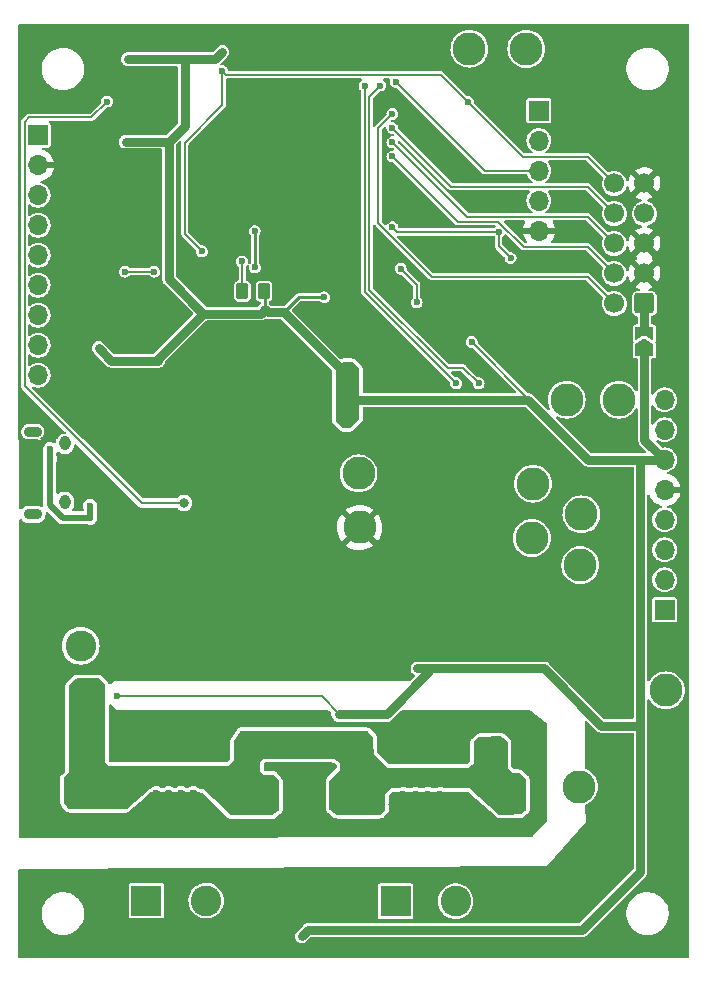
<source format=gbl>
G04 #@! TF.GenerationSoftware,KiCad,Pcbnew,6.0.9-1.fc35*
G04 #@! TF.CreationDate,2023-07-15T13:58:04-04:00*
G04 #@! TF.ProjectId,esp32_example,65737033-325f-4657-9861-6d706c652e6b,rev?*
G04 #@! TF.SameCoordinates,Original*
G04 #@! TF.FileFunction,Copper,L2,Bot*
G04 #@! TF.FilePolarity,Positive*
%FSLAX46Y46*%
G04 Gerber Fmt 4.6, Leading zero omitted, Abs format (unit mm)*
G04 Created by KiCad (PCBNEW 6.0.9-1.fc35) date 2023-07-15 13:58:04*
%MOMM*%
%LPD*%
G01*
G04 APERTURE LIST*
G04 Aperture macros list*
%AMRoundRect*
0 Rectangle with rounded corners*
0 $1 Rounding radius*
0 $2 $3 $4 $5 $6 $7 $8 $9 X,Y pos of 4 corners*
0 Add a 4 corners polygon primitive as box body*
4,1,4,$2,$3,$4,$5,$6,$7,$8,$9,$2,$3,0*
0 Add four circle primitives for the rounded corners*
1,1,$1+$1,$2,$3*
1,1,$1+$1,$4,$5*
1,1,$1+$1,$6,$7*
1,1,$1+$1,$8,$9*
0 Add four rect primitives between the rounded corners*
20,1,$1+$1,$2,$3,$4,$5,0*
20,1,$1+$1,$4,$5,$6,$7,0*
20,1,$1+$1,$6,$7,$8,$9,0*
20,1,$1+$1,$8,$9,$2,$3,0*%
%AMFreePoly0*
4,1,6,1.000000,0.000000,0.500000,-0.750000,-0.500000,-0.750000,-0.500000,0.750000,0.500000,0.750000,1.000000,0.000000,1.000000,0.000000,$1*%
%AMFreePoly1*
4,1,6,0.500000,-0.750000,-0.650000,-0.750000,-0.150000,0.000000,-0.650000,0.750000,0.500000,0.750000,0.500000,-0.750000,0.500000,-0.750000,$1*%
G04 Aperture macros list end*
G04 #@! TA.AperFunction,ComponentPad*
%ADD10C,2.800000*%
G04 #@! TD*
G04 #@! TA.AperFunction,ComponentPad*
%ADD11R,1.700000X1.700000*%
G04 #@! TD*
G04 #@! TA.AperFunction,ComponentPad*
%ADD12O,1.700000X1.700000*%
G04 #@! TD*
G04 #@! TA.AperFunction,ComponentPad*
%ADD13R,2.600000X2.600000*%
G04 #@! TD*
G04 #@! TA.AperFunction,ComponentPad*
%ADD14C,2.600000*%
G04 #@! TD*
G04 #@! TA.AperFunction,ComponentPad*
%ADD15O,0.950000X1.250000*%
G04 #@! TD*
G04 #@! TA.AperFunction,ComponentPad*
%ADD16O,1.550000X0.890000*%
G04 #@! TD*
G04 #@! TA.AperFunction,ComponentPad*
%ADD17RoundRect,0.250000X0.600000X0.600000X-0.600000X0.600000X-0.600000X-0.600000X0.600000X-0.600000X0*%
G04 #@! TD*
G04 #@! TA.AperFunction,ComponentPad*
%ADD18C,1.700000*%
G04 #@! TD*
G04 #@! TA.AperFunction,SMDPad,CuDef*
%ADD19RoundRect,0.250000X-0.262500X-0.450000X0.262500X-0.450000X0.262500X0.450000X-0.262500X0.450000X0*%
G04 #@! TD*
G04 #@! TA.AperFunction,SMDPad,CuDef*
%ADD20FreePoly0,90.000000*%
G04 #@! TD*
G04 #@! TA.AperFunction,SMDPad,CuDef*
%ADD21FreePoly1,90.000000*%
G04 #@! TD*
G04 #@! TA.AperFunction,ViaPad*
%ADD22C,0.600000*%
G04 #@! TD*
G04 #@! TA.AperFunction,ViaPad*
%ADD23C,0.800000*%
G04 #@! TD*
G04 #@! TA.AperFunction,Conductor*
%ADD24C,0.200000*%
G04 #@! TD*
G04 #@! TA.AperFunction,Conductor*
%ADD25C,0.750000*%
G04 #@! TD*
G04 #@! TA.AperFunction,Conductor*
%ADD26C,0.250000*%
G04 #@! TD*
G04 #@! TA.AperFunction,Conductor*
%ADD27C,0.500000*%
G04 #@! TD*
G04 APERTURE END LIST*
D10*
X161300000Y-126100000D03*
X160730000Y-89290000D03*
D11*
X119400000Y-96600000D03*
D12*
X119400000Y-99140000D03*
X119400000Y-101680000D03*
X119400000Y-104220000D03*
X119400000Y-106760000D03*
X119400000Y-109300000D03*
X119400000Y-111840000D03*
X119400000Y-114380000D03*
X119400000Y-116920000D03*
D10*
X168555000Y-118995000D03*
X172550000Y-143600000D03*
D11*
X161800000Y-94525000D03*
D12*
X161800000Y-97065000D03*
X161800000Y-99605000D03*
X161800000Y-102145000D03*
X161800000Y-104685000D03*
D10*
X146530000Y-125240000D03*
X155920000Y-89270000D03*
D13*
X128555000Y-161405000D03*
D14*
X133635000Y-161405000D03*
D11*
X172440000Y-136785000D03*
D12*
X172440000Y-134245000D03*
X172440000Y-131705000D03*
X172440000Y-129165000D03*
X172440000Y-126625000D03*
X172440000Y-124085000D03*
X172440000Y-121545000D03*
X172440000Y-119005000D03*
D15*
X121650000Y-122700000D03*
X121650000Y-127700000D03*
D16*
X118950000Y-128700000D03*
X118950000Y-121700000D03*
D10*
X165400000Y-128700000D03*
D17*
X170730000Y-110850000D03*
D18*
X168190000Y-110850000D03*
X170730000Y-108310000D03*
X168190000Y-108310000D03*
X170730000Y-105770000D03*
X168190000Y-105770000D03*
X170730000Y-103230000D03*
X168190000Y-103230000D03*
X170730000Y-100690000D03*
X168190000Y-100690000D03*
D10*
X161200000Y-130700000D03*
X146620000Y-129810000D03*
D13*
X149661800Y-161455000D03*
D14*
X154741800Y-161455000D03*
D13*
X123000000Y-134750000D03*
D14*
X123000000Y-139830000D03*
D10*
X164155000Y-118995000D03*
X165300000Y-133000000D03*
X165200000Y-151750000D03*
D19*
X136697500Y-109810000D03*
X138522500Y-109810000D03*
D20*
X170740000Y-114780000D03*
D21*
X170740000Y-113330000D03*
D22*
X167550000Y-125210000D03*
X168790000Y-125200000D03*
X122400000Y-143200000D03*
X139100000Y-153600000D03*
X123700000Y-152550000D03*
X122400000Y-147600000D03*
X122400000Y-146600000D03*
X137500000Y-148250000D03*
X145500000Y-149100000D03*
X124438872Y-148800000D03*
X123600000Y-146600000D03*
X157200000Y-148100000D03*
X139100000Y-151350000D03*
D23*
X131750000Y-127750000D03*
D22*
X158450000Y-153550000D03*
X159850000Y-151300000D03*
X122400000Y-144000000D03*
X123600000Y-145000000D03*
X144550000Y-151500000D03*
X123700000Y-151550000D03*
X136500000Y-148250000D03*
X123600000Y-144000000D03*
X139100000Y-152450000D03*
X125250000Y-93750000D03*
X158200000Y-148100000D03*
X145500000Y-150050000D03*
X159850000Y-152400000D03*
X159850000Y-153550000D03*
X122400000Y-145800000D03*
X144550000Y-152350000D03*
X122400000Y-144800000D03*
X123600000Y-147600000D03*
X123600000Y-145800000D03*
X123600000Y-143200000D03*
X137700000Y-153600000D03*
X124438872Y-149850000D03*
D23*
X123350000Y-125875000D03*
D22*
X153456800Y-152400000D03*
X151356800Y-152400000D03*
X129875000Y-111675000D03*
X138200000Y-94600000D03*
X139000000Y-126500000D03*
X137750000Y-114325000D03*
X121388872Y-149950000D03*
X141000000Y-93000000D03*
X137750000Y-126500000D03*
X171400000Y-149000000D03*
X129400000Y-153200000D03*
X152406800Y-153250000D03*
X136500000Y-125250000D03*
X151356800Y-153250000D03*
X144000000Y-96000000D03*
X135400000Y-88175000D03*
X126775000Y-88200000D03*
X160400000Y-120400000D03*
X129400000Y-152300000D03*
X142400000Y-99000000D03*
X138200000Y-96000000D03*
X149930000Y-138420000D03*
X139150000Y-150100000D03*
X158540000Y-162920000D03*
X131000000Y-111675000D03*
X136775000Y-114350000D03*
X132550000Y-152300000D03*
X142100000Y-153650000D03*
X139000000Y-127750000D03*
X140250000Y-150100000D03*
X128500000Y-153200000D03*
X149190000Y-101850000D03*
X138250000Y-165750000D03*
X158540000Y-164850000D03*
X142400000Y-93000000D03*
X141300000Y-150100000D03*
X152406800Y-152400000D03*
X159180000Y-102360000D03*
X142400000Y-150100000D03*
X120650000Y-152600000D03*
X144000000Y-94600000D03*
X137750000Y-129000000D03*
X134000000Y-110500000D03*
X139600000Y-93000000D03*
X161625000Y-150375000D03*
X160400000Y-116300000D03*
X128825000Y-95225000D03*
X150306800Y-153250000D03*
X139000000Y-129000000D03*
X140950000Y-153650000D03*
X144000000Y-97400000D03*
X161725000Y-153900000D03*
X149350000Y-153250000D03*
X136500000Y-127750000D03*
X150306800Y-152400000D03*
X141000000Y-99000000D03*
X129900000Y-110650000D03*
X140250000Y-129000000D03*
X158790000Y-100220000D03*
X137750000Y-127750000D03*
D23*
X127050000Y-122950000D03*
D22*
X130450000Y-153200000D03*
X131500000Y-153200000D03*
X136500000Y-129000000D03*
X131500000Y-152300000D03*
X135775000Y-114350000D03*
X133975000Y-109600000D03*
X130450000Y-152300000D03*
X121388872Y-148900000D03*
X120650000Y-151550000D03*
X137750000Y-125250000D03*
X171400000Y-148000000D03*
X138200000Y-97400000D03*
X136500000Y-126500000D03*
X166980000Y-156820000D03*
X140250000Y-127750000D03*
X168170000Y-153200000D03*
X139600000Y-99000000D03*
X133050000Y-109600000D03*
X133275000Y-106425000D03*
X129225000Y-108150000D03*
X135000000Y-91200000D03*
X155800000Y-93800000D03*
X126750000Y-108150000D03*
X159400000Y-107000000D03*
X151450000Y-110750000D03*
X150100000Y-107900000D03*
X158400000Y-104800000D03*
X149400000Y-104400000D03*
X144900000Y-145600000D03*
X126100000Y-144100000D03*
X146000000Y-116600000D03*
X146000000Y-117400000D03*
X156100000Y-114100000D03*
X145200000Y-117400000D03*
X135000000Y-89560000D03*
X141750000Y-164400000D03*
X127000000Y-90150000D03*
X145200000Y-119000000D03*
X146000000Y-119000000D03*
X145200000Y-118200000D03*
X145200000Y-116600000D03*
X129575000Y-115700000D03*
X143600000Y-110310000D03*
X151510000Y-141740000D03*
X146000000Y-118200000D03*
X165475000Y-163905000D03*
X138600000Y-111350000D03*
X124525000Y-114625000D03*
X126800000Y-97150000D03*
X120400000Y-123200000D03*
X123800000Y-128000000D03*
X120400000Y-124000000D03*
X123800000Y-129000000D03*
X149700000Y-92100000D03*
X149400000Y-94800000D03*
X149400000Y-98400000D03*
X149400000Y-97200000D03*
X149400000Y-96000000D03*
X137740000Y-104720000D03*
X137760000Y-107790000D03*
X156700000Y-117600000D03*
X148370000Y-92400000D03*
X147040000Y-92410000D03*
X154800000Y-117600000D03*
X136680000Y-107290000D03*
D24*
X128175000Y-127750000D02*
X118250000Y-117825000D01*
X125250000Y-93750000D02*
X123900000Y-95100000D01*
X118250000Y-95450000D02*
X118600000Y-95100000D01*
X131750000Y-127750000D02*
X128175000Y-127750000D01*
X118600000Y-95100000D02*
X123825000Y-95100000D01*
X123900000Y-95100000D02*
X123825000Y-95100000D01*
X118250000Y-117825000D02*
X118250000Y-95450000D01*
D25*
X170730000Y-113205000D02*
X170740000Y-113205000D01*
X170730000Y-110850000D02*
X170730000Y-113205000D01*
D24*
X135000000Y-91200000D02*
X135000000Y-94050000D01*
X155800000Y-93800000D02*
X153500000Y-91500000D01*
X155800000Y-93800000D02*
X160440000Y-98440000D01*
X160440000Y-98440000D02*
X165940000Y-98440000D01*
X135300000Y-91500000D02*
X135000000Y-91200000D01*
X153500000Y-91500000D02*
X135300000Y-91500000D01*
X131825000Y-97225000D02*
X131825000Y-104975000D01*
X135000000Y-94050000D02*
X131825000Y-97225000D01*
X126750000Y-108150000D02*
X129225000Y-108150000D01*
X131825000Y-104975000D02*
X133275000Y-106425000D01*
X165940000Y-98440000D02*
X168190000Y-100690000D01*
X149800000Y-104800000D02*
X149400000Y-104400000D01*
X158400000Y-104800000D02*
X149800000Y-104800000D01*
X158400000Y-104800000D02*
X158400000Y-106000000D01*
X151450000Y-109250000D02*
X150100000Y-107900000D01*
X151450000Y-110750000D02*
X151450000Y-109250000D01*
X158400000Y-106000000D02*
X159400000Y-107000000D01*
D25*
X170400000Y-146600000D02*
X170400000Y-124110000D01*
X172440000Y-124085000D02*
X170425000Y-124085000D01*
X135000000Y-89560000D02*
X134410000Y-90150000D01*
X152500000Y-142000000D02*
X148900000Y-145600000D01*
X129575000Y-115700000D02*
X125600000Y-115700000D01*
D26*
X141490000Y-110310000D02*
X140200000Y-111600000D01*
D24*
X156100000Y-114100000D02*
X161000000Y-119000000D01*
D25*
X131800000Y-95850000D02*
X131800000Y-90150000D01*
X151510000Y-141740000D02*
X162233072Y-141740000D01*
X148900000Y-145600000D02*
X144900000Y-145600000D01*
X130500000Y-108800000D02*
X133400000Y-111700000D01*
X140200000Y-111600000D02*
X138850000Y-111600000D01*
X140200000Y-111600000D02*
X145200000Y-116600000D01*
X138250000Y-111700000D02*
X133400000Y-111700000D01*
X133400000Y-111700000D02*
X129575000Y-115525000D01*
X125600000Y-115700000D02*
X124525000Y-114625000D01*
X170740000Y-114780000D02*
X170740000Y-122385000D01*
D24*
X126100000Y-144100000D02*
X143400000Y-144100000D01*
D25*
X130500000Y-97150000D02*
X126800000Y-97150000D01*
X170425000Y-124085000D02*
X165985000Y-124085000D01*
X170400000Y-124110000D02*
X170425000Y-124085000D01*
X129575000Y-115525000D02*
X129575000Y-115700000D01*
X170740000Y-122385000D02*
X172440000Y-124085000D01*
X162233072Y-141740000D02*
X167093072Y-146600000D01*
D24*
X143400000Y-144100000D02*
X144900000Y-145600000D01*
D25*
X138600000Y-111350000D02*
X138250000Y-111700000D01*
D26*
X143600000Y-110310000D02*
X141490000Y-110310000D01*
D25*
X142237500Y-163905000D02*
X165475000Y-163905000D01*
X141737500Y-164405000D02*
X142237500Y-163905000D01*
X131800000Y-90150000D02*
X127000000Y-90150000D01*
X165985000Y-124085000D02*
X160900000Y-119000000D01*
X170400000Y-146600000D02*
X170400000Y-158980000D01*
D26*
X138600000Y-109887500D02*
X138522500Y-109810000D01*
D25*
X160900000Y-119000000D02*
X146000000Y-119000000D01*
X130500000Y-97150000D02*
X131800000Y-95850000D01*
X138850000Y-111600000D02*
X138600000Y-111350000D01*
X167093072Y-146600000D02*
X170400000Y-146600000D01*
X170400000Y-158980000D02*
X165475000Y-163905000D01*
X134410000Y-90150000D02*
X131800000Y-90150000D01*
D26*
X138600000Y-111350000D02*
X138600000Y-109887500D01*
D25*
X130500000Y-97150000D02*
X130500000Y-108800000D01*
D27*
X123800000Y-129000000D02*
X123800000Y-128000000D01*
X120400000Y-127908148D02*
X121491852Y-129000000D01*
X120400000Y-123200000D02*
X120400000Y-127908148D01*
X121491852Y-129000000D02*
X123800000Y-129000000D01*
D24*
X161800000Y-99605000D02*
X157205000Y-99605000D01*
X157205000Y-99605000D02*
X149700000Y-92100000D01*
X152751471Y-108600000D02*
X165940000Y-108600000D01*
X148200000Y-104048529D02*
X148200000Y-96000000D01*
X165940000Y-108600000D02*
X168190000Y-110850000D01*
X152751471Y-108600000D02*
X148200000Y-104048529D01*
X148200000Y-96000000D02*
X149400000Y-94800000D01*
X160508529Y-106060000D02*
X158368529Y-103920000D01*
X158368529Y-103920000D02*
X154920000Y-103920000D01*
X165940000Y-106060000D02*
X168190000Y-108310000D01*
X154920000Y-103920000D02*
X149400000Y-98400000D01*
X160508529Y-106060000D02*
X165940000Y-106060000D01*
X155720000Y-103520000D02*
X165940000Y-103520000D01*
X155720000Y-103520000D02*
X149400000Y-97200000D01*
X165940000Y-103520000D02*
X168190000Y-105770000D01*
X165940000Y-100980000D02*
X168190000Y-103230000D01*
X154380000Y-100980000D02*
X149400000Y-96000000D01*
X154380000Y-100980000D02*
X165940000Y-100980000D01*
D26*
X137740000Y-104720000D02*
X137740000Y-107770000D01*
X137740000Y-107770000D02*
X137760000Y-107790000D01*
D24*
X156700000Y-117600000D02*
X155400000Y-116300000D01*
X155400000Y-116300000D02*
X154065686Y-116300000D01*
X147440000Y-93330000D02*
X148370000Y-92400000D01*
X154065686Y-116300000D02*
X147440000Y-109674314D01*
X147440000Y-109674314D02*
X147440000Y-93330000D01*
X154800000Y-117600000D02*
X147040000Y-109840000D01*
X147040000Y-109840000D02*
X147040000Y-92410000D01*
X136680000Y-107290000D02*
X136680000Y-109792500D01*
X136680000Y-109792500D02*
X136697500Y-109810000D01*
G04 #@! TA.AperFunction,Conductor*
G36*
X174508691Y-87219407D02*
G01*
X174544655Y-87268907D01*
X174549500Y-87299500D01*
X174549500Y-166200500D01*
X174530593Y-166258691D01*
X174481093Y-166294655D01*
X174450500Y-166299500D01*
X117799500Y-166299500D01*
X117741309Y-166280593D01*
X117705345Y-166231093D01*
X117700500Y-166200500D01*
X117700500Y-162610226D01*
X119697819Y-162610226D01*
X119698313Y-162613854D01*
X119698313Y-162613858D01*
X119708451Y-162688351D01*
X119733907Y-162875395D01*
X119808792Y-163132317D01*
X119920831Y-163375348D01*
X119922842Y-163378415D01*
X119922844Y-163378419D01*
X119983806Y-163471401D01*
X120067562Y-163599149D01*
X120245760Y-163798803D01*
X120451512Y-163969925D01*
X120680298Y-164108756D01*
X120927091Y-164212245D01*
X120930653Y-164213150D01*
X120930654Y-164213150D01*
X120983830Y-164226655D01*
X121186470Y-164278119D01*
X121190123Y-164278487D01*
X121190124Y-164278487D01*
X121264629Y-164285989D01*
X121408741Y-164300500D01*
X121567944Y-164300500D01*
X121646649Y-164294651D01*
X121763223Y-164285989D01*
X121763229Y-164285988D01*
X121766877Y-164285717D01*
X122027891Y-164226655D01*
X122031308Y-164225326D01*
X122031312Y-164225325D01*
X122273889Y-164130992D01*
X122277309Y-164129662D01*
X122509650Y-163996868D01*
X122546811Y-163967573D01*
X122716920Y-163833469D01*
X122719811Y-163831190D01*
X122722325Y-163828517D01*
X122722331Y-163828512D01*
X122900661Y-163638941D01*
X122903175Y-163636269D01*
X123055714Y-163416385D01*
X123062660Y-163402301D01*
X123172449Y-163179670D01*
X123174076Y-163176371D01*
X123246474Y-162950201D01*
X123254543Y-162924993D01*
X123254543Y-162924992D01*
X123255662Y-162921497D01*
X123257682Y-162909093D01*
X123287704Y-162724748D01*
X127054500Y-162724748D01*
X127055448Y-162729512D01*
X127062365Y-162764286D01*
X127066133Y-162783231D01*
X127110448Y-162849552D01*
X127176769Y-162893867D01*
X127186332Y-162895769D01*
X127186334Y-162895770D01*
X127205349Y-162899552D01*
X127235252Y-162905500D01*
X129874748Y-162905500D01*
X129904651Y-162899552D01*
X129923666Y-162895770D01*
X129923668Y-162895769D01*
X129933231Y-162893867D01*
X129999552Y-162849552D01*
X130043867Y-162783231D01*
X130047636Y-162764286D01*
X130054552Y-162729512D01*
X130055500Y-162724748D01*
X130055500Y-161368214D01*
X132129806Y-161368214D01*
X132144010Y-161614545D01*
X132154366Y-161660496D01*
X132190386Y-161820330D01*
X132198255Y-161855249D01*
X132199784Y-161859013D01*
X132199785Y-161859018D01*
X132262272Y-162012906D01*
X132291084Y-162083861D01*
X132420006Y-162294241D01*
X132422665Y-162297311D01*
X132422666Y-162297312D01*
X132499613Y-162386142D01*
X132581557Y-162480741D01*
X132771399Y-162638351D01*
X132984433Y-162762838D01*
X132988220Y-162764284D01*
X132988224Y-162764286D01*
X133102720Y-162808007D01*
X133214939Y-162850859D01*
X133456726Y-162900052D01*
X133460781Y-162900201D01*
X133460784Y-162900201D01*
X133543474Y-162903233D01*
X133703300Y-162909093D01*
X133707319Y-162908578D01*
X133707323Y-162908578D01*
X133944009Y-162878258D01*
X133944015Y-162878257D01*
X133948041Y-162877741D01*
X133951934Y-162876573D01*
X133951939Y-162876572D01*
X134171201Y-162810790D01*
X134184374Y-162806838D01*
X134249878Y-162774748D01*
X148161300Y-162774748D01*
X148166521Y-162800995D01*
X148169165Y-162814286D01*
X148172933Y-162833231D01*
X148217248Y-162899552D01*
X148283569Y-162943867D01*
X148293132Y-162945769D01*
X148293134Y-162945770D01*
X148314663Y-162950052D01*
X148342052Y-162955500D01*
X150981548Y-162955500D01*
X151008937Y-162950052D01*
X151030466Y-162945770D01*
X151030468Y-162945769D01*
X151040031Y-162943867D01*
X151106352Y-162899552D01*
X151150667Y-162833231D01*
X151154436Y-162814286D01*
X151157079Y-162800995D01*
X151162300Y-162774748D01*
X151162300Y-161418214D01*
X153236606Y-161418214D01*
X153250810Y-161664545D01*
X153251702Y-161668502D01*
X153285918Y-161820330D01*
X153305055Y-161905249D01*
X153306584Y-161909013D01*
X153306585Y-161909018D01*
X153373986Y-162075007D01*
X153397884Y-162133861D01*
X153526806Y-162344241D01*
X153529465Y-162347311D01*
X153529466Y-162347312D01*
X153642384Y-162477668D01*
X153688357Y-162530741D01*
X153878199Y-162688351D01*
X154091233Y-162812838D01*
X154095020Y-162814284D01*
X154095024Y-162814286D01*
X154209520Y-162858007D01*
X154321739Y-162900859D01*
X154563526Y-162950052D01*
X154567581Y-162950201D01*
X154567584Y-162950201D01*
X154650274Y-162953233D01*
X154810100Y-162959093D01*
X154814119Y-162958578D01*
X154814123Y-162958578D01*
X155050809Y-162928258D01*
X155050815Y-162928257D01*
X155054841Y-162927741D01*
X155058734Y-162926573D01*
X155058739Y-162926572D01*
X155241426Y-162871763D01*
X155291174Y-162856838D01*
X155424872Y-162791340D01*
X155509107Y-162750074D01*
X155509110Y-162750072D01*
X155512754Y-162748287D01*
X155713629Y-162605004D01*
X155888405Y-162430837D01*
X156032388Y-162230463D01*
X156141711Y-162009264D01*
X156142889Y-162005388D01*
X156142891Y-162005382D01*
X156212259Y-161777064D01*
X156212259Y-161777063D01*
X156213439Y-161773180D01*
X156245645Y-161528550D01*
X156247443Y-161455000D01*
X156239939Y-161363731D01*
X156227558Y-161213136D01*
X156227557Y-161213133D01*
X156227225Y-161209089D01*
X156225931Y-161203934D01*
X156168107Y-160973729D01*
X156167116Y-160969783D01*
X156068728Y-160743507D01*
X155934705Y-160536339D01*
X155768646Y-160353842D01*
X155765460Y-160351326D01*
X155765457Y-160351323D01*
X155578198Y-160203435D01*
X155578192Y-160203431D01*
X155575010Y-160200918D01*
X155480879Y-160148955D01*
X155362556Y-160083637D01*
X155362555Y-160083636D01*
X155358998Y-160081673D01*
X155355167Y-160080316D01*
X155355164Y-160080315D01*
X155130246Y-160000667D01*
X155130242Y-160000666D01*
X155126410Y-159999309D01*
X154883494Y-159956039D01*
X154879433Y-159955989D01*
X154879429Y-159955989D01*
X154766211Y-159954606D01*
X154636772Y-159953025D01*
X154392870Y-159990347D01*
X154270587Y-160030315D01*
X154162197Y-160065742D01*
X154162193Y-160065744D01*
X154158340Y-160067003D01*
X154154740Y-160068877D01*
X153943084Y-160179058D01*
X153943081Y-160179060D01*
X153939479Y-160180935D01*
X153936236Y-160183370D01*
X153936231Y-160183373D01*
X153808758Y-160279083D01*
X153742164Y-160329083D01*
X153571696Y-160507468D01*
X153569404Y-160510828D01*
X153440608Y-160699636D01*
X153432651Y-160711300D01*
X153430943Y-160714980D01*
X153430940Y-160714985D01*
X153404227Y-160772535D01*
X153328765Y-160935104D01*
X153327679Y-160939020D01*
X153277781Y-161118947D01*
X153262826Y-161172871D01*
X153236606Y-161418214D01*
X151162300Y-161418214D01*
X151162300Y-160135252D01*
X151150667Y-160076769D01*
X151106352Y-160010448D01*
X151040031Y-159966133D01*
X151030468Y-159964231D01*
X151030466Y-159964230D01*
X151007795Y-159959721D01*
X150981548Y-159954500D01*
X148342052Y-159954500D01*
X148315805Y-159959721D01*
X148293134Y-159964230D01*
X148293132Y-159964231D01*
X148283569Y-159966133D01*
X148217248Y-160010448D01*
X148172933Y-160076769D01*
X148161300Y-160135252D01*
X148161300Y-162774748D01*
X134249878Y-162774748D01*
X134342216Y-162729512D01*
X134402307Y-162700074D01*
X134402310Y-162700072D01*
X134405954Y-162698287D01*
X134606829Y-162555004D01*
X134781605Y-162380837D01*
X134925588Y-162180463D01*
X135034911Y-161959264D01*
X135036089Y-161955388D01*
X135036091Y-161955382D01*
X135105459Y-161727064D01*
X135105459Y-161727063D01*
X135106639Y-161723180D01*
X135138845Y-161478550D01*
X135140643Y-161405000D01*
X135121558Y-161172871D01*
X135120758Y-161163136D01*
X135120757Y-161163133D01*
X135120425Y-161159089D01*
X135087541Y-161028169D01*
X135061307Y-160923729D01*
X135060316Y-160919783D01*
X134982183Y-160740090D01*
X134963550Y-160697237D01*
X134963549Y-160697236D01*
X134961928Y-160693507D01*
X134827905Y-160486339D01*
X134661846Y-160303842D01*
X134658660Y-160301326D01*
X134658657Y-160301323D01*
X134471398Y-160153435D01*
X134471392Y-160153431D01*
X134468210Y-160150918D01*
X134428611Y-160129058D01*
X134255756Y-160033637D01*
X134255755Y-160033636D01*
X134252198Y-160031673D01*
X134248367Y-160030316D01*
X134248364Y-160030315D01*
X134023446Y-159950667D01*
X134023442Y-159950666D01*
X134019610Y-159949309D01*
X133776694Y-159906039D01*
X133772633Y-159905989D01*
X133772629Y-159905989D01*
X133659411Y-159904606D01*
X133529972Y-159903025D01*
X133286070Y-159940347D01*
X133199758Y-159968558D01*
X133055397Y-160015742D01*
X133055393Y-160015744D01*
X133051540Y-160017003D01*
X133047940Y-160018877D01*
X132836284Y-160129058D01*
X132836281Y-160129060D01*
X132832679Y-160130935D01*
X132829436Y-160133370D01*
X132829431Y-160133373D01*
X132739470Y-160200918D01*
X132635364Y-160279083D01*
X132464896Y-160457468D01*
X132325851Y-160661300D01*
X132324143Y-160664980D01*
X132324140Y-160664985D01*
X132277357Y-160765771D01*
X132221965Y-160885104D01*
X132156026Y-161122871D01*
X132129806Y-161368214D01*
X130055500Y-161368214D01*
X130055500Y-160085252D01*
X130043867Y-160026769D01*
X129999552Y-159960448D01*
X129933231Y-159916133D01*
X129923668Y-159914231D01*
X129923666Y-159914230D01*
X129900995Y-159909721D01*
X129874748Y-159904500D01*
X127235252Y-159904500D01*
X127209005Y-159909721D01*
X127186334Y-159914230D01*
X127186332Y-159914231D01*
X127176769Y-159916133D01*
X127110448Y-159960448D01*
X127066133Y-160026769D01*
X127054500Y-160085252D01*
X127054500Y-162724748D01*
X123287704Y-162724748D01*
X123298089Y-162660983D01*
X123298089Y-162660978D01*
X123298678Y-162657364D01*
X123302181Y-162389774D01*
X123301356Y-162383708D01*
X123267824Y-162137327D01*
X123266093Y-162124605D01*
X123191208Y-161867683D01*
X123079169Y-161624652D01*
X123054425Y-161586910D01*
X122934449Y-161403918D01*
X122934448Y-161403916D01*
X122932438Y-161400851D01*
X122903309Y-161368214D01*
X122756683Y-161203934D01*
X122756682Y-161203933D01*
X122754240Y-161201197D01*
X122698875Y-161155150D01*
X122551316Y-161032427D01*
X122548488Y-161030075D01*
X122319702Y-160891244D01*
X122072909Y-160787755D01*
X122021407Y-160774675D01*
X121885228Y-160740090D01*
X121813530Y-160721881D01*
X121809877Y-160721513D01*
X121809876Y-160721513D01*
X121675148Y-160707947D01*
X121591259Y-160699500D01*
X121432056Y-160699500D01*
X121353351Y-160705349D01*
X121236777Y-160714011D01*
X121236771Y-160714012D01*
X121233123Y-160714283D01*
X120972109Y-160773345D01*
X120968692Y-160774674D01*
X120968688Y-160774675D01*
X120726111Y-160869008D01*
X120722691Y-160870338D01*
X120719504Y-160872159D01*
X120719505Y-160872159D01*
X120541795Y-160973729D01*
X120490350Y-161003132D01*
X120487460Y-161005410D01*
X120487459Y-161005411D01*
X120385270Y-161085971D01*
X120280189Y-161168810D01*
X120277675Y-161171483D01*
X120277669Y-161171488D01*
X120242298Y-161209089D01*
X120096825Y-161363731D01*
X119944286Y-161583615D01*
X119825924Y-161823629D01*
X119744338Y-162078503D01*
X119743749Y-162082120D01*
X119743748Y-162082124D01*
X119709768Y-162290776D01*
X119701322Y-162342636D01*
X119697819Y-162610226D01*
X117700500Y-162610226D01*
X117700500Y-158847337D01*
X117719407Y-158789146D01*
X117768907Y-158753182D01*
X117798949Y-158748339D01*
X162500000Y-158500000D01*
X165750000Y-154750000D01*
X165749933Y-154737713D01*
X165742211Y-153324470D01*
X165760801Y-153266177D01*
X165803324Y-153232465D01*
X165909644Y-153188425D01*
X165928859Y-153180466D01*
X166143659Y-153048836D01*
X166220075Y-152983571D01*
X166332257Y-152887758D01*
X166335224Y-152885224D01*
X166498836Y-152693659D01*
X166630466Y-152478859D01*
X166726873Y-152246111D01*
X166734451Y-152214549D01*
X166784777Y-152004922D01*
X166784777Y-152004921D01*
X166785683Y-152001148D01*
X166805449Y-151750000D01*
X166785683Y-151498852D01*
X166750021Y-151350308D01*
X166727780Y-151257666D01*
X166727779Y-151257663D01*
X166726873Y-151253889D01*
X166630466Y-151021141D01*
X166498836Y-150806341D01*
X166335224Y-150614776D01*
X166143659Y-150451164D01*
X165928859Y-150319534D01*
X165868421Y-150294500D01*
X165786083Y-150260394D01*
X165739558Y-150220657D01*
X165724970Y-150169471D01*
X165708983Y-147243907D01*
X165703628Y-146263983D01*
X165722218Y-146205691D01*
X165771520Y-146169457D01*
X165832705Y-146169123D01*
X165872631Y-146193439D01*
X166654879Y-146975687D01*
X166663411Y-146985416D01*
X166682621Y-147010451D01*
X166712801Y-147033609D01*
X166712804Y-147033612D01*
X166802839Y-147102699D01*
X166889098Y-147138428D01*
X166942836Y-147160687D01*
X166949264Y-147161533D01*
X166949267Y-147161534D01*
X167055344Y-147175499D01*
X167055352Y-147175500D01*
X167055353Y-147175500D01*
X167055363Y-147175501D01*
X167086637Y-147179618D01*
X167086638Y-147179618D01*
X167093072Y-147180465D01*
X167124353Y-147176347D01*
X167137274Y-147175500D01*
X169725500Y-147175500D01*
X169783691Y-147194407D01*
X169819655Y-147243907D01*
X169824500Y-147274500D01*
X169824500Y-158700612D01*
X169805593Y-158758803D01*
X169795504Y-158770616D01*
X165265616Y-163300504D01*
X165211099Y-163328281D01*
X165195612Y-163329500D01*
X142281708Y-163329500D01*
X142268786Y-163328653D01*
X142237500Y-163324534D01*
X142231066Y-163325381D01*
X142199780Y-163329500D01*
X142093695Y-163343466D01*
X142093692Y-163343467D01*
X142087264Y-163344313D01*
X142046260Y-163361297D01*
X141953265Y-163399816D01*
X141953262Y-163399818D01*
X141947267Y-163402301D01*
X141857232Y-163471388D01*
X141857229Y-163471391D01*
X141827049Y-163494549D01*
X141807839Y-163519584D01*
X141799307Y-163529313D01*
X141303888Y-164024732D01*
X141234802Y-164114767D01*
X141176813Y-164254765D01*
X141157035Y-164405000D01*
X141176813Y-164555235D01*
X141234802Y-164695233D01*
X141238748Y-164700375D01*
X141238750Y-164700379D01*
X141323098Y-164810302D01*
X141327049Y-164815451D01*
X141332198Y-164819402D01*
X141442121Y-164903750D01*
X141442125Y-164903752D01*
X141447267Y-164907698D01*
X141587265Y-164965687D01*
X141737500Y-164985465D01*
X141887735Y-164965687D01*
X142027733Y-164907698D01*
X142117768Y-164838612D01*
X142446884Y-164509496D01*
X142501401Y-164481719D01*
X142516888Y-164480500D01*
X165430798Y-164480500D01*
X165443720Y-164481347D01*
X165475000Y-164485465D01*
X165481434Y-164484618D01*
X165481435Y-164484618D01*
X165512709Y-164480501D01*
X165512719Y-164480500D01*
X165512720Y-164480500D01*
X165625236Y-164465687D01*
X165765233Y-164407698D01*
X165815587Y-164369060D01*
X165855268Y-164338612D01*
X165855271Y-164338609D01*
X165885451Y-164315451D01*
X165904661Y-164290416D01*
X165913193Y-164280687D01*
X167583654Y-162610226D01*
X169197819Y-162610226D01*
X169198313Y-162613854D01*
X169198313Y-162613858D01*
X169208451Y-162688351D01*
X169233907Y-162875395D01*
X169308792Y-163132317D01*
X169420831Y-163375348D01*
X169422842Y-163378415D01*
X169422844Y-163378419D01*
X169483806Y-163471401D01*
X169567562Y-163599149D01*
X169745760Y-163798803D01*
X169951512Y-163969925D01*
X170180298Y-164108756D01*
X170427091Y-164212245D01*
X170430653Y-164213150D01*
X170430654Y-164213150D01*
X170483830Y-164226655D01*
X170686470Y-164278119D01*
X170690123Y-164278487D01*
X170690124Y-164278487D01*
X170764629Y-164285989D01*
X170908741Y-164300500D01*
X171067944Y-164300500D01*
X171146649Y-164294651D01*
X171263223Y-164285989D01*
X171263229Y-164285988D01*
X171266877Y-164285717D01*
X171527891Y-164226655D01*
X171531308Y-164225326D01*
X171531312Y-164225325D01*
X171773889Y-164130992D01*
X171777309Y-164129662D01*
X172009650Y-163996868D01*
X172046811Y-163967573D01*
X172216920Y-163833469D01*
X172219811Y-163831190D01*
X172222325Y-163828517D01*
X172222331Y-163828512D01*
X172400661Y-163638941D01*
X172403175Y-163636269D01*
X172555714Y-163416385D01*
X172562660Y-163402301D01*
X172672449Y-163179670D01*
X172674076Y-163176371D01*
X172746474Y-162950201D01*
X172754543Y-162924993D01*
X172754543Y-162924992D01*
X172755662Y-162921497D01*
X172757682Y-162909093D01*
X172798089Y-162660983D01*
X172798089Y-162660978D01*
X172798678Y-162657364D01*
X172802181Y-162389774D01*
X172801356Y-162383708D01*
X172767824Y-162137327D01*
X172766093Y-162124605D01*
X172691208Y-161867683D01*
X172579169Y-161624652D01*
X172554425Y-161586910D01*
X172434449Y-161403918D01*
X172434448Y-161403916D01*
X172432438Y-161400851D01*
X172403309Y-161368214D01*
X172256683Y-161203934D01*
X172256682Y-161203933D01*
X172254240Y-161201197D01*
X172198875Y-161155150D01*
X172051316Y-161032427D01*
X172048488Y-161030075D01*
X171819702Y-160891244D01*
X171572909Y-160787755D01*
X171521407Y-160774675D01*
X171385228Y-160740090D01*
X171313530Y-160721881D01*
X171309877Y-160721513D01*
X171309876Y-160721513D01*
X171175148Y-160707947D01*
X171091259Y-160699500D01*
X170932056Y-160699500D01*
X170853351Y-160705349D01*
X170736777Y-160714011D01*
X170736771Y-160714012D01*
X170733123Y-160714283D01*
X170472109Y-160773345D01*
X170468692Y-160774674D01*
X170468688Y-160774675D01*
X170226111Y-160869008D01*
X170222691Y-160870338D01*
X170219504Y-160872159D01*
X170219505Y-160872159D01*
X170041795Y-160973729D01*
X169990350Y-161003132D01*
X169987460Y-161005410D01*
X169987459Y-161005411D01*
X169885270Y-161085971D01*
X169780189Y-161168810D01*
X169777675Y-161171483D01*
X169777669Y-161171488D01*
X169742298Y-161209089D01*
X169596825Y-161363731D01*
X169444286Y-161583615D01*
X169325924Y-161823629D01*
X169244338Y-162078503D01*
X169243749Y-162082120D01*
X169243748Y-162082124D01*
X169209768Y-162290776D01*
X169201322Y-162342636D01*
X169197819Y-162610226D01*
X167583654Y-162610226D01*
X170775687Y-159418193D01*
X170785416Y-159409661D01*
X170810451Y-159390451D01*
X170833609Y-159360271D01*
X170833612Y-159360268D01*
X170902699Y-159270233D01*
X170960687Y-159130235D01*
X170980466Y-158980000D01*
X170976347Y-158948713D01*
X170975500Y-158935792D01*
X170975500Y-146644208D01*
X170976347Y-146631286D01*
X170979619Y-146606433D01*
X170980466Y-146600000D01*
X170976347Y-146568713D01*
X170975500Y-146555792D01*
X170975500Y-144444843D01*
X170994407Y-144386652D01*
X171043907Y-144350688D01*
X171105093Y-144350688D01*
X171154593Y-144386652D01*
X171158909Y-144393113D01*
X171251164Y-144543659D01*
X171414776Y-144735224D01*
X171606341Y-144898836D01*
X171821141Y-145030466D01*
X171909815Y-145067196D01*
X172050298Y-145125386D01*
X172050303Y-145125388D01*
X172053889Y-145126873D01*
X172057663Y-145127779D01*
X172057666Y-145127780D01*
X172295078Y-145184777D01*
X172298852Y-145185683D01*
X172302717Y-145185987D01*
X172302722Y-145185988D01*
X172546125Y-145205144D01*
X172550000Y-145205449D01*
X172553875Y-145205144D01*
X172797278Y-145185988D01*
X172797283Y-145185987D01*
X172801148Y-145185683D01*
X172804922Y-145184777D01*
X173042334Y-145127780D01*
X173042337Y-145127779D01*
X173046111Y-145126873D01*
X173049697Y-145125388D01*
X173049702Y-145125386D01*
X173190185Y-145067196D01*
X173278859Y-145030466D01*
X173493659Y-144898836D01*
X173685224Y-144735224D01*
X173848836Y-144543659D01*
X173980466Y-144328859D01*
X174076873Y-144096111D01*
X174135683Y-143851148D01*
X174137947Y-143822388D01*
X174155144Y-143603875D01*
X174155449Y-143600000D01*
X174153972Y-143581232D01*
X174135988Y-143352722D01*
X174135987Y-143352717D01*
X174135683Y-143348852D01*
X174110899Y-143245618D01*
X174077780Y-143107666D01*
X174077779Y-143107663D01*
X174076873Y-143103889D01*
X174051827Y-143043421D01*
X173981954Y-142874734D01*
X173980466Y-142871141D01*
X173848836Y-142656341D01*
X173685224Y-142464776D01*
X173493659Y-142301164D01*
X173278859Y-142169534D01*
X173190185Y-142132804D01*
X173049702Y-142074614D01*
X173049697Y-142074612D01*
X173046111Y-142073127D01*
X173042337Y-142072221D01*
X173042334Y-142072220D01*
X172804922Y-142015223D01*
X172804921Y-142015223D01*
X172801148Y-142014317D01*
X172797283Y-142014013D01*
X172797278Y-142014012D01*
X172553875Y-141994856D01*
X172550000Y-141994551D01*
X172546125Y-141994856D01*
X172302722Y-142014012D01*
X172302717Y-142014013D01*
X172298852Y-142014317D01*
X172295079Y-142015223D01*
X172295078Y-142015223D01*
X172057666Y-142072220D01*
X172057663Y-142072221D01*
X172053889Y-142073127D01*
X172050303Y-142074612D01*
X172050298Y-142074614D01*
X171909815Y-142132804D01*
X171821141Y-142169534D01*
X171606341Y-142301164D01*
X171414776Y-142464776D01*
X171251164Y-142656341D01*
X171158911Y-142806884D01*
X171112386Y-142846621D01*
X171051389Y-142851422D01*
X170999220Y-142819452D01*
X170975805Y-142762924D01*
X170975500Y-142755157D01*
X170975500Y-137654748D01*
X171389500Y-137654748D01*
X171401133Y-137713231D01*
X171445448Y-137779552D01*
X171511769Y-137823867D01*
X171521332Y-137825769D01*
X171521334Y-137825770D01*
X171544005Y-137830279D01*
X171570252Y-137835500D01*
X173309748Y-137835500D01*
X173335995Y-137830279D01*
X173358666Y-137825770D01*
X173358668Y-137825769D01*
X173368231Y-137823867D01*
X173434552Y-137779552D01*
X173478867Y-137713231D01*
X173490500Y-137654748D01*
X173490500Y-135915252D01*
X173478867Y-135856769D01*
X173434552Y-135790448D01*
X173368231Y-135746133D01*
X173358668Y-135744231D01*
X173358666Y-135744230D01*
X173335995Y-135739721D01*
X173309748Y-135734500D01*
X171570252Y-135734500D01*
X171544005Y-135739721D01*
X171521334Y-135744230D01*
X171521332Y-135744231D01*
X171511769Y-135746133D01*
X171445448Y-135790448D01*
X171401133Y-135856769D01*
X171389500Y-135915252D01*
X171389500Y-137654748D01*
X170975500Y-137654748D01*
X170975500Y-134230262D01*
X171384520Y-134230262D01*
X171384925Y-134235082D01*
X171401332Y-134430466D01*
X171401759Y-134435553D01*
X171403092Y-134440201D01*
X171403092Y-134440202D01*
X171444896Y-134585988D01*
X171458544Y-134633586D01*
X171552712Y-134816818D01*
X171680677Y-134978270D01*
X171684357Y-134981402D01*
X171684359Y-134981404D01*
X171797017Y-135077283D01*
X171837564Y-135111791D01*
X171841787Y-135114151D01*
X171841791Y-135114154D01*
X171881342Y-135136258D01*
X172017398Y-135212297D01*
X172021996Y-135213791D01*
X172208724Y-135274463D01*
X172208726Y-135274464D01*
X172213329Y-135275959D01*
X172417894Y-135300351D01*
X172422716Y-135299980D01*
X172422719Y-135299980D01*
X172490541Y-135294761D01*
X172623300Y-135284546D01*
X172821725Y-135229145D01*
X172826038Y-135226966D01*
X172826044Y-135226964D01*
X173001289Y-135138441D01*
X173001291Y-135138440D01*
X173005610Y-135136258D01*
X173040943Y-135108653D01*
X173164135Y-135012406D01*
X173164139Y-135012402D01*
X173167951Y-135009424D01*
X173302564Y-134853472D01*
X173321231Y-134820613D01*
X173401934Y-134678550D01*
X173401935Y-134678547D01*
X173404323Y-134674344D01*
X173417882Y-134633586D01*
X173467824Y-134483454D01*
X173467824Y-134483452D01*
X173469351Y-134478863D01*
X173495171Y-134274474D01*
X173495583Y-134245000D01*
X173475480Y-134039970D01*
X173447296Y-133946619D01*
X173417333Y-133847380D01*
X173415935Y-133842749D01*
X173319218Y-133660849D01*
X173189011Y-133501200D01*
X173185282Y-133498115D01*
X173034002Y-133372965D01*
X173034000Y-133372964D01*
X173030275Y-133369882D01*
X172849055Y-133271897D01*
X172769524Y-133247278D01*
X172656875Y-133212407D01*
X172656871Y-133212406D01*
X172652254Y-133210977D01*
X172647446Y-133210472D01*
X172647443Y-133210471D01*
X172452185Y-133189949D01*
X172452183Y-133189949D01*
X172447369Y-133189443D01*
X172387354Y-133194905D01*
X172247022Y-133207675D01*
X172247017Y-133207676D01*
X172242203Y-133208114D01*
X172044572Y-133266280D01*
X172040288Y-133268519D01*
X172040287Y-133268520D01*
X172029428Y-133274197D01*
X171862002Y-133361726D01*
X171858231Y-133364758D01*
X171705220Y-133487781D01*
X171705217Y-133487783D01*
X171701447Y-133490815D01*
X171698333Y-133494526D01*
X171698332Y-133494527D01*
X171689585Y-133504952D01*
X171569024Y-133648630D01*
X171566689Y-133652878D01*
X171566688Y-133652879D01*
X171559955Y-133665126D01*
X171469776Y-133829162D01*
X171468313Y-133833775D01*
X171468311Y-133833779D01*
X171414413Y-134003689D01*
X171407484Y-134025532D01*
X171406944Y-134030344D01*
X171406944Y-134030345D01*
X171405865Y-134039970D01*
X171384520Y-134230262D01*
X170975500Y-134230262D01*
X170975500Y-131690262D01*
X171384520Y-131690262D01*
X171386553Y-131714467D01*
X171399424Y-131867743D01*
X171401759Y-131895553D01*
X171458544Y-132093586D01*
X171552712Y-132276818D01*
X171680677Y-132438270D01*
X171684357Y-132441402D01*
X171684359Y-132441404D01*
X171753560Y-132500298D01*
X171837564Y-132571791D01*
X171841787Y-132574151D01*
X171841791Y-132574154D01*
X171881342Y-132596258D01*
X172017398Y-132672297D01*
X172021996Y-132673791D01*
X172208724Y-132734463D01*
X172208726Y-132734464D01*
X172213329Y-132735959D01*
X172417894Y-132760351D01*
X172422716Y-132759980D01*
X172422719Y-132759980D01*
X172490541Y-132754761D01*
X172623300Y-132744546D01*
X172821725Y-132689145D01*
X172826038Y-132686966D01*
X172826044Y-132686964D01*
X173001289Y-132598441D01*
X173001291Y-132598440D01*
X173005610Y-132596258D01*
X173040943Y-132568653D01*
X173164135Y-132472406D01*
X173164139Y-132472402D01*
X173167951Y-132469424D01*
X173302564Y-132313472D01*
X173318177Y-132285988D01*
X173401934Y-132138550D01*
X173401935Y-132138547D01*
X173404323Y-132134344D01*
X173417882Y-132093586D01*
X173467824Y-131943454D01*
X173467824Y-131943452D01*
X173469351Y-131938863D01*
X173478336Y-131867743D01*
X173494823Y-131737228D01*
X173495171Y-131734474D01*
X173495583Y-131705000D01*
X173495207Y-131701164D01*
X173475952Y-131504780D01*
X173475951Y-131504776D01*
X173475480Y-131499970D01*
X173467368Y-131473100D01*
X173425377Y-131334023D01*
X173415935Y-131302749D01*
X173319218Y-131120849D01*
X173189011Y-130961200D01*
X173030275Y-130829882D01*
X172849055Y-130731897D01*
X172772040Y-130708057D01*
X172656875Y-130672407D01*
X172656871Y-130672406D01*
X172652254Y-130670977D01*
X172647446Y-130670472D01*
X172647443Y-130670471D01*
X172452185Y-130649949D01*
X172452183Y-130649949D01*
X172447369Y-130649443D01*
X172387354Y-130654905D01*
X172247022Y-130667675D01*
X172247017Y-130667676D01*
X172242203Y-130668114D01*
X172044572Y-130726280D01*
X172040288Y-130728519D01*
X172040287Y-130728520D01*
X172029428Y-130734197D01*
X171862002Y-130821726D01*
X171858231Y-130824758D01*
X171705220Y-130947781D01*
X171705217Y-130947783D01*
X171701447Y-130950815D01*
X171698333Y-130954526D01*
X171698332Y-130954527D01*
X171689585Y-130964952D01*
X171569024Y-131108630D01*
X171566689Y-131112878D01*
X171566688Y-131112879D01*
X171559955Y-131125126D01*
X171469776Y-131289162D01*
X171468313Y-131293775D01*
X171468311Y-131293779D01*
X171436345Y-131394551D01*
X171407484Y-131485532D01*
X171406944Y-131490344D01*
X171406944Y-131490345D01*
X171386909Y-131668966D01*
X171384520Y-131690262D01*
X170975500Y-131690262D01*
X170975500Y-127135059D01*
X170994407Y-127076868D01*
X171043907Y-127040904D01*
X171105093Y-127040904D01*
X171154593Y-127076868D01*
X171166226Y-127097813D01*
X171222183Y-127235620D01*
X171225840Y-127242860D01*
X171338266Y-127426322D01*
X171343056Y-127432867D01*
X171483935Y-127595502D01*
X171489729Y-127601176D01*
X171655292Y-127738629D01*
X171661921Y-127743270D01*
X171847713Y-127851838D01*
X171855008Y-127855334D01*
X172056038Y-127932099D01*
X172063808Y-127934357D01*
X172167991Y-127955553D01*
X172221244Y-127985682D01*
X172246618Y-128041359D01*
X172234419Y-128101316D01*
X172189309Y-128142652D01*
X172176206Y-128147538D01*
X172044572Y-128186280D01*
X172040288Y-128188519D01*
X172040287Y-128188520D01*
X172029428Y-128194197D01*
X171862002Y-128281726D01*
X171858231Y-128284758D01*
X171705220Y-128407781D01*
X171705217Y-128407783D01*
X171701447Y-128410815D01*
X171698333Y-128414526D01*
X171698332Y-128414527D01*
X171627498Y-128498944D01*
X171569024Y-128568630D01*
X171566689Y-128572878D01*
X171566688Y-128572879D01*
X171559955Y-128585126D01*
X171469776Y-128749162D01*
X171407484Y-128945532D01*
X171406944Y-128950344D01*
X171406944Y-128950345D01*
X171390735Y-129094856D01*
X171384520Y-129150262D01*
X171384925Y-129155082D01*
X171400915Y-129345500D01*
X171401759Y-129355553D01*
X171403092Y-129360201D01*
X171403092Y-129360202D01*
X171455786Y-129543967D01*
X171458544Y-129553586D01*
X171552712Y-129736818D01*
X171680677Y-129898270D01*
X171684357Y-129901402D01*
X171684359Y-129901404D01*
X171766300Y-129971141D01*
X171837564Y-130031791D01*
X171841787Y-130034151D01*
X171841791Y-130034154D01*
X171881342Y-130056258D01*
X172017398Y-130132297D01*
X172021996Y-130133791D01*
X172208724Y-130194463D01*
X172208726Y-130194464D01*
X172213329Y-130195959D01*
X172417894Y-130220351D01*
X172422716Y-130219980D01*
X172422719Y-130219980D01*
X172490541Y-130214761D01*
X172623300Y-130204546D01*
X172821725Y-130149145D01*
X172826038Y-130146966D01*
X172826044Y-130146964D01*
X173001289Y-130058441D01*
X173001291Y-130058440D01*
X173005610Y-130056258D01*
X173047724Y-130023355D01*
X173164135Y-129932406D01*
X173164139Y-129932402D01*
X173167951Y-129929424D01*
X173302564Y-129773472D01*
X173312296Y-129756341D01*
X173401934Y-129598550D01*
X173401935Y-129598547D01*
X173404323Y-129594344D01*
X173417882Y-129553586D01*
X173467824Y-129403454D01*
X173467824Y-129403452D01*
X173469351Y-129398863D01*
X173470592Y-129389045D01*
X173488017Y-129251101D01*
X173495171Y-129194474D01*
X173495583Y-129165000D01*
X173494611Y-129155082D01*
X173475952Y-128964780D01*
X173475951Y-128964776D01*
X173475480Y-128959970D01*
X173472817Y-128951148D01*
X173417333Y-128767380D01*
X173415935Y-128762749D01*
X173319218Y-128580849D01*
X173189011Y-128421200D01*
X173172790Y-128407781D01*
X173034002Y-128292965D01*
X173034000Y-128292964D01*
X173030275Y-128289882D01*
X172871234Y-128203889D01*
X172853309Y-128194197D01*
X172853308Y-128194197D01*
X172849055Y-128191897D01*
X172759668Y-128164227D01*
X172712061Y-128149490D01*
X172662063Y-128114220D01*
X172642346Y-128056299D01*
X172660439Y-127997850D01*
X172709432Y-127961199D01*
X172720752Y-127958081D01*
X172727202Y-127956710D01*
X172933304Y-127894876D01*
X172940852Y-127891918D01*
X173134087Y-127797253D01*
X173141046Y-127793104D01*
X173316231Y-127668148D01*
X173322412Y-127662924D01*
X173474831Y-127511035D01*
X173480088Y-127504858D01*
X173605651Y-127330119D01*
X173609823Y-127323176D01*
X173705164Y-127130268D01*
X173708144Y-127122744D01*
X173770701Y-126916843D01*
X173772410Y-126908938D01*
X173774304Y-126894547D01*
X173771873Y-126881431D01*
X173770571Y-126880195D01*
X173765290Y-126879000D01*
X172285000Y-126879000D01*
X172226809Y-126860093D01*
X172190845Y-126810593D01*
X172186000Y-126780000D01*
X172186000Y-126470000D01*
X172204907Y-126411809D01*
X172254407Y-126375845D01*
X172285000Y-126371000D01*
X173760779Y-126371000D01*
X173772730Y-126367117D01*
X173773058Y-126357462D01*
X173730946Y-126189809D01*
X173728333Y-126182133D01*
X173642534Y-125984807D01*
X173638701Y-125977660D01*
X173521826Y-125796997D01*
X173516880Y-125790575D01*
X173372065Y-125631426D01*
X173366139Y-125625899D01*
X173197269Y-125492534D01*
X173190525Y-125488054D01*
X173002141Y-125384060D01*
X172994749Y-125380738D01*
X172791920Y-125308912D01*
X172784081Y-125306841D01*
X172714589Y-125294463D01*
X172660616Y-125265644D01*
X172633890Y-125210605D01*
X172644619Y-125150367D01*
X172688706Y-125107941D01*
X172705327Y-125101644D01*
X172749867Y-125089208D01*
X172821725Y-125069145D01*
X172826038Y-125066966D01*
X172826044Y-125066964D01*
X173001289Y-124978441D01*
X173001291Y-124978440D01*
X173005610Y-124976258D01*
X173016509Y-124967743D01*
X173164135Y-124852406D01*
X173164139Y-124852402D01*
X173167951Y-124849424D01*
X173207426Y-124803692D01*
X173227313Y-124780651D01*
X173302564Y-124693472D01*
X173318474Y-124665465D01*
X173401934Y-124518550D01*
X173401935Y-124518547D01*
X173404323Y-124514344D01*
X173410908Y-124494551D01*
X173467824Y-124323454D01*
X173467824Y-124323452D01*
X173469351Y-124318863D01*
X173495171Y-124114474D01*
X173495583Y-124085000D01*
X173475480Y-123879970D01*
X173415935Y-123682749D01*
X173319218Y-123500849D01*
X173189011Y-123341200D01*
X173030275Y-123209882D01*
X172849055Y-123111897D01*
X172785855Y-123092333D01*
X172656875Y-123052407D01*
X172656871Y-123052406D01*
X172652254Y-123050977D01*
X172647446Y-123050472D01*
X172647443Y-123050471D01*
X172452185Y-123029949D01*
X172452183Y-123029949D01*
X172447369Y-123029443D01*
X172265280Y-123046014D01*
X172205617Y-123032458D01*
X172186305Y-123017425D01*
X171759687Y-122590807D01*
X171731910Y-122536290D01*
X171741481Y-122475858D01*
X171784746Y-122432593D01*
X171845178Y-122423022D01*
X171877990Y-122434384D01*
X172017398Y-122512297D01*
X172021996Y-122513791D01*
X172208724Y-122574463D01*
X172208726Y-122574464D01*
X172213329Y-122575959D01*
X172417894Y-122600351D01*
X172422716Y-122599980D01*
X172422719Y-122599980D01*
X172490541Y-122594761D01*
X172623300Y-122584546D01*
X172821725Y-122529145D01*
X172826038Y-122526966D01*
X172826044Y-122526964D01*
X173001289Y-122438441D01*
X173001291Y-122438440D01*
X173005610Y-122436258D01*
X173010301Y-122432593D01*
X173164135Y-122312406D01*
X173164139Y-122312402D01*
X173167951Y-122309424D01*
X173171822Y-122304940D01*
X173284595Y-122174289D01*
X173302564Y-122153472D01*
X173304957Y-122149260D01*
X173401934Y-121978550D01*
X173401935Y-121978547D01*
X173404323Y-121974344D01*
X173417882Y-121933586D01*
X173467824Y-121783454D01*
X173467824Y-121783452D01*
X173469351Y-121778863D01*
X173471748Y-121759893D01*
X173493046Y-121591293D01*
X173495171Y-121574474D01*
X173495583Y-121545000D01*
X173491667Y-121505063D01*
X173475952Y-121344780D01*
X173475951Y-121344776D01*
X173475480Y-121339970D01*
X173415935Y-121142749D01*
X173319218Y-120960849D01*
X173189011Y-120801200D01*
X173176458Y-120790815D01*
X173034002Y-120672965D01*
X173034000Y-120672964D01*
X173030275Y-120669882D01*
X172865869Y-120580988D01*
X172853309Y-120574197D01*
X172853308Y-120574197D01*
X172849055Y-120571897D01*
X172785855Y-120552333D01*
X172656875Y-120512407D01*
X172656871Y-120512406D01*
X172652254Y-120510977D01*
X172647446Y-120510472D01*
X172647443Y-120510471D01*
X172452185Y-120489949D01*
X172452183Y-120489949D01*
X172447369Y-120489443D01*
X172387354Y-120494905D01*
X172247022Y-120507675D01*
X172247017Y-120507676D01*
X172242203Y-120508114D01*
X172044572Y-120566280D01*
X172040288Y-120568519D01*
X172040287Y-120568520D01*
X172030570Y-120573600D01*
X171862002Y-120661726D01*
X171858231Y-120664758D01*
X171705220Y-120787781D01*
X171705217Y-120787783D01*
X171701447Y-120790815D01*
X171698333Y-120794526D01*
X171698332Y-120794527D01*
X171602018Y-120909310D01*
X171569024Y-120948630D01*
X171566690Y-120952876D01*
X171566685Y-120952883D01*
X171501254Y-121071903D01*
X171456652Y-121113788D01*
X171395950Y-121121456D01*
X171342332Y-121091980D01*
X171316281Y-121036618D01*
X171315500Y-121024210D01*
X171315500Y-119524470D01*
X171334407Y-119466279D01*
X171383907Y-119430315D01*
X171445093Y-119430315D01*
X171494593Y-119466279D01*
X171502552Y-119479217D01*
X171552712Y-119576818D01*
X171680677Y-119738270D01*
X171684357Y-119741402D01*
X171684359Y-119741404D01*
X171723790Y-119774962D01*
X171837564Y-119871791D01*
X171841787Y-119874151D01*
X171841791Y-119874154D01*
X171951280Y-119935345D01*
X172017398Y-119972297D01*
X172021996Y-119973791D01*
X172208724Y-120034463D01*
X172208726Y-120034464D01*
X172213329Y-120035959D01*
X172417894Y-120060351D01*
X172422716Y-120059980D01*
X172422719Y-120059980D01*
X172490541Y-120054761D01*
X172623300Y-120044546D01*
X172821725Y-119989145D01*
X172826038Y-119986966D01*
X172826044Y-119986964D01*
X173001289Y-119898441D01*
X173001291Y-119898440D01*
X173005610Y-119896258D01*
X173040943Y-119868653D01*
X173164135Y-119772406D01*
X173164139Y-119772402D01*
X173167951Y-119769424D01*
X173183543Y-119751361D01*
X173235415Y-119691265D01*
X173302564Y-119613472D01*
X173307663Y-119604496D01*
X173401934Y-119438550D01*
X173401935Y-119438547D01*
X173404323Y-119434344D01*
X173417882Y-119393586D01*
X173467824Y-119243454D01*
X173467824Y-119243452D01*
X173469351Y-119238863D01*
X173495171Y-119034474D01*
X173495583Y-119005000D01*
X173495313Y-119002244D01*
X173475952Y-118804780D01*
X173475951Y-118804776D01*
X173475480Y-118799970D01*
X173457398Y-118740078D01*
X173440125Y-118682869D01*
X173415935Y-118602749D01*
X173319218Y-118420849D01*
X173189011Y-118261200D01*
X173030275Y-118129882D01*
X172849055Y-118031897D01*
X172774415Y-118008792D01*
X172656875Y-117972407D01*
X172656871Y-117972406D01*
X172652254Y-117970977D01*
X172647446Y-117970472D01*
X172647443Y-117970471D01*
X172452185Y-117949949D01*
X172452183Y-117949949D01*
X172447369Y-117949443D01*
X172387354Y-117954905D01*
X172247022Y-117967675D01*
X172247017Y-117967676D01*
X172242203Y-117968114D01*
X172044572Y-118026280D01*
X172040288Y-118028519D01*
X172040287Y-118028520D01*
X171986977Y-118056390D01*
X171862002Y-118121726D01*
X171858231Y-118124758D01*
X171705220Y-118247781D01*
X171705217Y-118247783D01*
X171701447Y-118250815D01*
X171698333Y-118254526D01*
X171698332Y-118254527D01*
X171638779Y-118325500D01*
X171569024Y-118408630D01*
X171566690Y-118412876D01*
X171566685Y-118412883D01*
X171501254Y-118531903D01*
X171456652Y-118573788D01*
X171395950Y-118581456D01*
X171342332Y-118551980D01*
X171316281Y-118496618D01*
X171315500Y-118484210D01*
X171315500Y-115583428D01*
X171334407Y-115525237D01*
X171383907Y-115489273D01*
X171414500Y-115484428D01*
X171490000Y-115484428D01*
X171525577Y-115477351D01*
X171558666Y-115470770D01*
X171558668Y-115470769D01*
X171568231Y-115468867D01*
X171634552Y-115424552D01*
X171678867Y-115358231D01*
X171694428Y-115280000D01*
X171694428Y-114280000D01*
X171693957Y-114275236D01*
X171691179Y-114247190D01*
X171690458Y-114239908D01*
X171678588Y-114211334D01*
X171659857Y-114166248D01*
X171663688Y-114164657D01*
X171652281Y-114124377D01*
X171668895Y-114073155D01*
X171673448Y-114066341D01*
X171678867Y-114058231D01*
X171681592Y-114044535D01*
X171687351Y-114015577D01*
X171694428Y-113980000D01*
X171694428Y-112830000D01*
X171678867Y-112751769D01*
X171634552Y-112685448D01*
X171568231Y-112641133D01*
X171558668Y-112639231D01*
X171558666Y-112639230D01*
X171525577Y-112632649D01*
X171490000Y-112625572D01*
X171404500Y-112625572D01*
X171346309Y-112606665D01*
X171310345Y-112557165D01*
X171305500Y-112526572D01*
X171305500Y-111997988D01*
X171324407Y-111939797D01*
X171373907Y-111903833D01*
X171395183Y-111899427D01*
X171403280Y-111898662D01*
X171409361Y-111898087D01*
X171409362Y-111898087D01*
X171415369Y-111897519D01*
X171543184Y-111852634D01*
X171564021Y-111837244D01*
X171646193Y-111776550D01*
X171652150Y-111772150D01*
X171732634Y-111663184D01*
X171777519Y-111535369D01*
X171780500Y-111503834D01*
X171780500Y-110196166D01*
X171780243Y-110193441D01*
X171778087Y-110170639D01*
X171778087Y-110170638D01*
X171777519Y-110164631D01*
X171732634Y-110036816D01*
X171725756Y-110027503D01*
X171656550Y-109933807D01*
X171652150Y-109927850D01*
X171640838Y-109919495D01*
X171549136Y-109851762D01*
X171549135Y-109851761D01*
X171543184Y-109847366D01*
X171415369Y-109802481D01*
X171409362Y-109801913D01*
X171409361Y-109801913D01*
X171386145Y-109799718D01*
X171386135Y-109799718D01*
X171383834Y-109799500D01*
X171165758Y-109799500D01*
X171107567Y-109780593D01*
X171071603Y-109731093D01*
X171071603Y-109669907D01*
X171107567Y-109620407D01*
X171137309Y-109605676D01*
X171223304Y-109579876D01*
X171230852Y-109576918D01*
X171424090Y-109482252D01*
X171431045Y-109478105D01*
X171481229Y-109442309D01*
X171489163Y-109431587D01*
X171489170Y-109430724D01*
X171485554Y-109424764D01*
X170741086Y-108680296D01*
X170729203Y-108674242D01*
X170724172Y-108675038D01*
X169975011Y-109424199D01*
X169969387Y-109435238D01*
X169976207Y-109442462D01*
X170137713Y-109536838D01*
X170145008Y-109540334D01*
X170322246Y-109608014D01*
X170369863Y-109646436D01*
X170385802Y-109705509D01*
X170363975Y-109762668D01*
X170312719Y-109796082D01*
X170286929Y-109799500D01*
X170076166Y-109799500D01*
X170073865Y-109799718D01*
X170073855Y-109799718D01*
X170050639Y-109801913D01*
X170050638Y-109801913D01*
X170044631Y-109802481D01*
X169916816Y-109847366D01*
X169910865Y-109851761D01*
X169910864Y-109851762D01*
X169819162Y-109919495D01*
X169807850Y-109927850D01*
X169803450Y-109933807D01*
X169734245Y-110027503D01*
X169727366Y-110036816D01*
X169682481Y-110164631D01*
X169681913Y-110170638D01*
X169681913Y-110170639D01*
X169679758Y-110193441D01*
X169679500Y-110196166D01*
X169679500Y-111503834D01*
X169682481Y-111535369D01*
X169727366Y-111663184D01*
X169807850Y-111772150D01*
X169813807Y-111776550D01*
X169895980Y-111837244D01*
X169916816Y-111852634D01*
X170044631Y-111897519D01*
X170050638Y-111898087D01*
X170050639Y-111898087D01*
X170056720Y-111898662D01*
X170064816Y-111899427D01*
X170120969Y-111923727D01*
X170152116Y-111976391D01*
X170154500Y-111997988D01*
X170154500Y-112526572D01*
X170135593Y-112584763D01*
X170086093Y-112620727D01*
X170055500Y-112625572D01*
X169990000Y-112625572D01*
X169954423Y-112632649D01*
X169921334Y-112639230D01*
X169921332Y-112639231D01*
X169911769Y-112641133D01*
X169845448Y-112685448D01*
X169801133Y-112751769D01*
X169785572Y-112830000D01*
X169785572Y-113980000D01*
X169789458Y-114019672D01*
X169792241Y-114026410D01*
X169792241Y-114026411D01*
X169819906Y-114093396D01*
X169816249Y-114094906D01*
X169827735Y-114135795D01*
X169811131Y-114186805D01*
X169809384Y-114189420D01*
X169801133Y-114201769D01*
X169799231Y-114211332D01*
X169799230Y-114211334D01*
X169795720Y-114228982D01*
X169785572Y-114280000D01*
X169785572Y-115280000D01*
X169801133Y-115358231D01*
X169845448Y-115424552D01*
X169911769Y-115468867D01*
X169921332Y-115470769D01*
X169921334Y-115470770D01*
X169954423Y-115477351D01*
X169990000Y-115484428D01*
X170065500Y-115484428D01*
X170123691Y-115503335D01*
X170159655Y-115552835D01*
X170164500Y-115583428D01*
X170164500Y-118207271D01*
X170145593Y-118265462D01*
X170096093Y-118301426D01*
X170034907Y-118301426D01*
X169985407Y-118265462D01*
X169981089Y-118258999D01*
X169980548Y-118258115D01*
X169881840Y-118097039D01*
X169855867Y-118054655D01*
X169855866Y-118054653D01*
X169853836Y-118051341D01*
X169796163Y-117983814D01*
X169692758Y-117862743D01*
X169690224Y-117859776D01*
X169498659Y-117696164D01*
X169283859Y-117564534D01*
X169186629Y-117524260D01*
X169054702Y-117469614D01*
X169054697Y-117469612D01*
X169051111Y-117468127D01*
X169047337Y-117467221D01*
X169047334Y-117467220D01*
X168809922Y-117410223D01*
X168809921Y-117410223D01*
X168806148Y-117409317D01*
X168802283Y-117409013D01*
X168802278Y-117409012D01*
X168558875Y-117389856D01*
X168555000Y-117389551D01*
X168551125Y-117389856D01*
X168307722Y-117409012D01*
X168307717Y-117409013D01*
X168303852Y-117409317D01*
X168300079Y-117410223D01*
X168300078Y-117410223D01*
X168062666Y-117467220D01*
X168062663Y-117467221D01*
X168058889Y-117468127D01*
X168055303Y-117469612D01*
X168055298Y-117469614D01*
X167923371Y-117524260D01*
X167826141Y-117564534D01*
X167611341Y-117696164D01*
X167419776Y-117859776D01*
X167417242Y-117862743D01*
X167313838Y-117983814D01*
X167256164Y-118051341D01*
X167124534Y-118266141D01*
X167123046Y-118269734D01*
X167029813Y-118494819D01*
X167028127Y-118498889D01*
X167027221Y-118502663D01*
X167027220Y-118502666D01*
X166970223Y-118740078D01*
X166969317Y-118743852D01*
X166969013Y-118747717D01*
X166969012Y-118747722D01*
X166951028Y-118976232D01*
X166949551Y-118995000D01*
X166949856Y-118998875D01*
X166968744Y-119238863D01*
X166969317Y-119246148D01*
X166970223Y-119249921D01*
X166970223Y-119249922D01*
X167025272Y-119479217D01*
X167028127Y-119491111D01*
X167029612Y-119494697D01*
X167029614Y-119494702D01*
X167080329Y-119617138D01*
X167124534Y-119723859D01*
X167256164Y-119938659D01*
X167419776Y-120130224D01*
X167611341Y-120293836D01*
X167826141Y-120425466D01*
X167914815Y-120462196D01*
X168055298Y-120520386D01*
X168055303Y-120520388D01*
X168058889Y-120521873D01*
X168062663Y-120522779D01*
X168062666Y-120522780D01*
X168300078Y-120579777D01*
X168303852Y-120580683D01*
X168307717Y-120580987D01*
X168307722Y-120580988D01*
X168551125Y-120600144D01*
X168555000Y-120600449D01*
X168558875Y-120600144D01*
X168802278Y-120580988D01*
X168802283Y-120580987D01*
X168806148Y-120580683D01*
X168809922Y-120579777D01*
X169047334Y-120522780D01*
X169047337Y-120522779D01*
X169051111Y-120521873D01*
X169054697Y-120520388D01*
X169054702Y-120520386D01*
X169195185Y-120462196D01*
X169283859Y-120425466D01*
X169498659Y-120293836D01*
X169690224Y-120130224D01*
X169853836Y-119938659D01*
X169879820Y-119896258D01*
X169896736Y-119868653D01*
X169981090Y-119731000D01*
X170027615Y-119691265D01*
X170088611Y-119686464D01*
X170140780Y-119718434D01*
X170164195Y-119774962D01*
X170164500Y-119782729D01*
X170164500Y-122340798D01*
X170163653Y-122353720D01*
X170159535Y-122385000D01*
X170164500Y-122422714D01*
X170164500Y-122422720D01*
X170176293Y-122512297D01*
X170179313Y-122535235D01*
X170237302Y-122675233D01*
X170241253Y-122680382D01*
X170306385Y-122765265D01*
X170306391Y-122765271D01*
X170329549Y-122795451D01*
X170354584Y-122814661D01*
X170364313Y-122823193D01*
X170881616Y-123340496D01*
X170909393Y-123395013D01*
X170899822Y-123455445D01*
X170856557Y-123498710D01*
X170811612Y-123509500D01*
X170469202Y-123509500D01*
X170456280Y-123508653D01*
X170431434Y-123505382D01*
X170425000Y-123504535D01*
X170418566Y-123505382D01*
X170393719Y-123508653D01*
X170380798Y-123509500D01*
X166264388Y-123509500D01*
X166206197Y-123490593D01*
X166194384Y-123480504D01*
X163276907Y-120563027D01*
X163249130Y-120508510D01*
X163258701Y-120448078D01*
X163301966Y-120404813D01*
X163362398Y-120395242D01*
X163398636Y-120408611D01*
X163426141Y-120425466D01*
X163514815Y-120462196D01*
X163655298Y-120520386D01*
X163655303Y-120520388D01*
X163658889Y-120521873D01*
X163662663Y-120522779D01*
X163662666Y-120522780D01*
X163900078Y-120579777D01*
X163903852Y-120580683D01*
X163907717Y-120580987D01*
X163907722Y-120580988D01*
X164151125Y-120600144D01*
X164155000Y-120600449D01*
X164158875Y-120600144D01*
X164402278Y-120580988D01*
X164402283Y-120580987D01*
X164406148Y-120580683D01*
X164409922Y-120579777D01*
X164647334Y-120522780D01*
X164647337Y-120522779D01*
X164651111Y-120521873D01*
X164654697Y-120520388D01*
X164654702Y-120520386D01*
X164795185Y-120462196D01*
X164883859Y-120425466D01*
X165098659Y-120293836D01*
X165290224Y-120130224D01*
X165453836Y-119938659D01*
X165585466Y-119723859D01*
X165629671Y-119617138D01*
X165680386Y-119494702D01*
X165680388Y-119494697D01*
X165681873Y-119491111D01*
X165684729Y-119479217D01*
X165739777Y-119249922D01*
X165739777Y-119249921D01*
X165740683Y-119246148D01*
X165741257Y-119238863D01*
X165760144Y-118998875D01*
X165760449Y-118995000D01*
X165758972Y-118976232D01*
X165740988Y-118747722D01*
X165740987Y-118747717D01*
X165740683Y-118743852D01*
X165739777Y-118740078D01*
X165682780Y-118502666D01*
X165682779Y-118502663D01*
X165681873Y-118498889D01*
X165680188Y-118494819D01*
X165586954Y-118269734D01*
X165585466Y-118266141D01*
X165453836Y-118051341D01*
X165396163Y-117983814D01*
X165292758Y-117862743D01*
X165290224Y-117859776D01*
X165098659Y-117696164D01*
X164883859Y-117564534D01*
X164786629Y-117524260D01*
X164654702Y-117469614D01*
X164654697Y-117469612D01*
X164651111Y-117468127D01*
X164647337Y-117467221D01*
X164647334Y-117467220D01*
X164409922Y-117410223D01*
X164409921Y-117410223D01*
X164406148Y-117409317D01*
X164402283Y-117409013D01*
X164402278Y-117409012D01*
X164158875Y-117389856D01*
X164155000Y-117389551D01*
X164151125Y-117389856D01*
X163907722Y-117409012D01*
X163907717Y-117409013D01*
X163903852Y-117409317D01*
X163900079Y-117410223D01*
X163900078Y-117410223D01*
X163662666Y-117467220D01*
X163662663Y-117467221D01*
X163658889Y-117468127D01*
X163655303Y-117469612D01*
X163655298Y-117469614D01*
X163523371Y-117524260D01*
X163426141Y-117564534D01*
X163211341Y-117696164D01*
X163019776Y-117859776D01*
X163017242Y-117862743D01*
X162913838Y-117983814D01*
X162856164Y-118051341D01*
X162724534Y-118266141D01*
X162723046Y-118269734D01*
X162629813Y-118494819D01*
X162628127Y-118498889D01*
X162627221Y-118502663D01*
X162627220Y-118502666D01*
X162570223Y-118740078D01*
X162569317Y-118743852D01*
X162569013Y-118747717D01*
X162569012Y-118747722D01*
X162551028Y-118976232D01*
X162549551Y-118995000D01*
X162549856Y-118998875D01*
X162568744Y-119238863D01*
X162569317Y-119246148D01*
X162570223Y-119249921D01*
X162570223Y-119249922D01*
X162625272Y-119479217D01*
X162628127Y-119491111D01*
X162629612Y-119494697D01*
X162629614Y-119494702D01*
X162680329Y-119617138D01*
X162724534Y-119723859D01*
X162741388Y-119751363D01*
X162755672Y-119810856D01*
X162732257Y-119867384D01*
X162680088Y-119899354D01*
X162619092Y-119894553D01*
X162586973Y-119873093D01*
X161338193Y-118624313D01*
X161329661Y-118614584D01*
X161310451Y-118589549D01*
X161280271Y-118566391D01*
X161280268Y-118566388D01*
X161190233Y-118497302D01*
X161135310Y-118474552D01*
X161050236Y-118439313D01*
X160937720Y-118424500D01*
X160937718Y-118424500D01*
X160937709Y-118424499D01*
X160906435Y-118420382D01*
X160906434Y-118420382D01*
X160900000Y-118419535D01*
X160893566Y-118420382D01*
X160887078Y-118420382D01*
X160887078Y-118417354D01*
X160839142Y-118408434D01*
X160816440Y-118391469D01*
X156631771Y-114206800D01*
X156603994Y-114152283D01*
X156604148Y-114120366D01*
X156604862Y-114116125D01*
X156604863Y-114116119D01*
X156605496Y-114112354D01*
X156605647Y-114100000D01*
X156585323Y-113958082D01*
X156525984Y-113827572D01*
X156432400Y-113718963D01*
X156312095Y-113640985D01*
X156174739Y-113599907D01*
X156091497Y-113599398D01*
X156038427Y-113599074D01*
X156038426Y-113599074D01*
X156031376Y-113599031D01*
X156024599Y-113600968D01*
X156024598Y-113600968D01*
X155900309Y-113636490D01*
X155900307Y-113636491D01*
X155893529Y-113638428D01*
X155772280Y-113714930D01*
X155767613Y-113720214D01*
X155767611Y-113720216D01*
X155682044Y-113817103D01*
X155682042Y-113817105D01*
X155677377Y-113822388D01*
X155616447Y-113952163D01*
X155615362Y-113959132D01*
X155615361Y-113959135D01*
X155611371Y-113984764D01*
X155594391Y-114093823D01*
X155595306Y-114100820D01*
X155595306Y-114100821D01*
X155609164Y-114206800D01*
X155612980Y-114235979D01*
X155615821Y-114242435D01*
X155615821Y-114242436D01*
X155654184Y-114329621D01*
X155670720Y-114367203D01*
X155708567Y-114412228D01*
X155758431Y-114471549D01*
X155758434Y-114471551D01*
X155762970Y-114476948D01*
X155882313Y-114556390D01*
X155982920Y-114587821D01*
X156012425Y-114597039D01*
X156012426Y-114597039D01*
X156019157Y-114599142D01*
X156092526Y-114600487D01*
X156137124Y-114601305D01*
X156194958Y-114621276D01*
X156205313Y-114630284D01*
X159830525Y-118255496D01*
X159858302Y-118310013D01*
X159848731Y-118370445D01*
X159805466Y-118413710D01*
X159760521Y-118424500D01*
X147004500Y-118424500D01*
X146946309Y-118405593D01*
X146910345Y-118356093D01*
X146905500Y-118325500D01*
X146905500Y-116430652D01*
X146905208Y-116417308D01*
X146904926Y-116410858D01*
X146876596Y-116295094D01*
X146855204Y-116249218D01*
X146794347Y-116162305D01*
X146237695Y-115605653D01*
X146228048Y-115596418D01*
X146223288Y-115592057D01*
X146209067Y-115583428D01*
X146125558Y-115532759D01*
X146121403Y-115530238D01*
X146091657Y-115519411D01*
X146077901Y-115514404D01*
X146077899Y-115514403D01*
X146073837Y-115512925D01*
X146069584Y-115512175D01*
X146069580Y-115512174D01*
X146011645Y-115501958D01*
X145969348Y-115494500D01*
X145230652Y-115494500D01*
X145230124Y-115494512D01*
X145230082Y-115494512D01*
X145221047Y-115494710D01*
X145217308Y-115494792D01*
X145210858Y-115495074D01*
X145095094Y-115523404D01*
X145090690Y-115525458D01*
X145090686Y-115525459D01*
X145050297Y-115544293D01*
X144989568Y-115551750D01*
X144938453Y-115524573D01*
X140907107Y-111493227D01*
X140879330Y-111438710D01*
X140888901Y-111378278D01*
X140907107Y-111353219D01*
X141233189Y-111027138D01*
X141595831Y-110664496D01*
X141650348Y-110636719D01*
X141665835Y-110635500D01*
X143173612Y-110635500D01*
X143231803Y-110654407D01*
X143249394Y-110670797D01*
X143262970Y-110686948D01*
X143268841Y-110690856D01*
X143268842Y-110690857D01*
X143293873Y-110707519D01*
X143382313Y-110766390D01*
X143482920Y-110797821D01*
X143512425Y-110807039D01*
X143512426Y-110807039D01*
X143519157Y-110809142D01*
X143590828Y-110810456D01*
X143655445Y-110811641D01*
X143655447Y-110811641D01*
X143662499Y-110811770D01*
X143669302Y-110809915D01*
X143669304Y-110809915D01*
X143744503Y-110789413D01*
X143800817Y-110774060D01*
X143922991Y-110699045D01*
X143930403Y-110690857D01*
X144014468Y-110597982D01*
X144019200Y-110592754D01*
X144081710Y-110463733D01*
X144084400Y-110447749D01*
X144104862Y-110326124D01*
X144104862Y-110326120D01*
X144105496Y-110322354D01*
X144105647Y-110310000D01*
X144085323Y-110168082D01*
X144038193Y-110064424D01*
X144028905Y-110043996D01*
X144028904Y-110043995D01*
X144025984Y-110037572D01*
X143951418Y-109951034D01*
X143937005Y-109934307D01*
X143937004Y-109934306D01*
X143932400Y-109928963D01*
X143812095Y-109850985D01*
X143674739Y-109809907D01*
X143591497Y-109809398D01*
X143538427Y-109809074D01*
X143538426Y-109809074D01*
X143531376Y-109809031D01*
X143524599Y-109810968D01*
X143524598Y-109810968D01*
X143400309Y-109846490D01*
X143400307Y-109846491D01*
X143393529Y-109848428D01*
X143272280Y-109924930D01*
X143267613Y-109930214D01*
X143267611Y-109930216D01*
X143249226Y-109951034D01*
X143196534Y-109982134D01*
X143175022Y-109984500D01*
X141508522Y-109984500D01*
X141499893Y-109984123D01*
X141469822Y-109981492D01*
X141461193Y-109980737D01*
X141423657Y-109990795D01*
X141415231Y-109992663D01*
X141406038Y-109994284D01*
X141376955Y-109999412D01*
X141369450Y-110003745D01*
X141363973Y-110005738D01*
X141358682Y-110008205D01*
X141350316Y-110010447D01*
X141318484Y-110032736D01*
X141311208Y-110037371D01*
X141305178Y-110040852D01*
X141285044Y-110052476D01*
X141285042Y-110052477D01*
X141277545Y-110056806D01*
X141264955Y-110071810D01*
X141252574Y-110086565D01*
X141246740Y-110092933D01*
X140340685Y-110998989D01*
X140286168Y-111026766D01*
X140257759Y-111027138D01*
X140237735Y-111024502D01*
X140237736Y-111024502D01*
X140237720Y-111024500D01*
X140237716Y-111024500D01*
X140237707Y-111024499D01*
X140206434Y-111020382D01*
X140200000Y-111019535D01*
X140193566Y-111020382D01*
X140168720Y-111023653D01*
X140155798Y-111024500D01*
X139129388Y-111024500D01*
X139071197Y-111005593D01*
X139059384Y-110995504D01*
X139038200Y-110974320D01*
X139029662Y-110964583D01*
X139014406Y-110944701D01*
X139014404Y-110944699D01*
X139010452Y-110939548D01*
X138964233Y-110904083D01*
X138929577Y-110853659D01*
X138925500Y-110825541D01*
X138925500Y-110758320D01*
X138944407Y-110700129D01*
X138985269Y-110669700D01*
X138984660Y-110668550D01*
X138991204Y-110665085D01*
X138998184Y-110662634D01*
X139004136Y-110658238D01*
X139004138Y-110658237D01*
X139101193Y-110586550D01*
X139107150Y-110582150D01*
X139187634Y-110473184D01*
X139232519Y-110345369D01*
X139234023Y-110329463D01*
X139235282Y-110316145D01*
X139235282Y-110316135D01*
X139235500Y-110313834D01*
X139235500Y-109306166D01*
X139234943Y-109300265D01*
X139233087Y-109280639D01*
X139233087Y-109280638D01*
X139232519Y-109274631D01*
X139187634Y-109146816D01*
X139182561Y-109139947D01*
X139111550Y-109043807D01*
X139107150Y-109037850D01*
X138998184Y-108957366D01*
X138870369Y-108912481D01*
X138864362Y-108911913D01*
X138864361Y-108911913D01*
X138841145Y-108909718D01*
X138841135Y-108909718D01*
X138838834Y-108909500D01*
X138206166Y-108909500D01*
X138203865Y-108909718D01*
X138203855Y-108909718D01*
X138180639Y-108911913D01*
X138180638Y-108911913D01*
X138174631Y-108912481D01*
X138046816Y-108957366D01*
X137937850Y-109037850D01*
X137933450Y-109043807D01*
X137862440Y-109139947D01*
X137857366Y-109146816D01*
X137812481Y-109274631D01*
X137811913Y-109280638D01*
X137811913Y-109280639D01*
X137810058Y-109300265D01*
X137809500Y-109306166D01*
X137809500Y-110313834D01*
X137809718Y-110316135D01*
X137809718Y-110316145D01*
X137810977Y-110329463D01*
X137812481Y-110345369D01*
X137857366Y-110473184D01*
X137937850Y-110582150D01*
X137943807Y-110586550D01*
X138035678Y-110654407D01*
X138046816Y-110662634D01*
X138174631Y-110707519D01*
X138180637Y-110708087D01*
X138180638Y-110708087D01*
X138184818Y-110708482D01*
X138240971Y-110732783D01*
X138272116Y-110785448D01*
X138274500Y-110807043D01*
X138274500Y-110825542D01*
X138255593Y-110883733D01*
X138235768Y-110904083D01*
X138219732Y-110916388D01*
X138219729Y-110916391D01*
X138189549Y-110939549D01*
X138170340Y-110964583D01*
X138161807Y-110974313D01*
X138040616Y-111095504D01*
X137986099Y-111123281D01*
X137970612Y-111124500D01*
X133679388Y-111124500D01*
X133621197Y-111105593D01*
X133609384Y-111095504D01*
X132827714Y-110313834D01*
X135984500Y-110313834D01*
X135984718Y-110316135D01*
X135984718Y-110316145D01*
X135985977Y-110329463D01*
X135987481Y-110345369D01*
X136032366Y-110473184D01*
X136112850Y-110582150D01*
X136118807Y-110586550D01*
X136210678Y-110654407D01*
X136221816Y-110662634D01*
X136349631Y-110707519D01*
X136355638Y-110708087D01*
X136355639Y-110708087D01*
X136378855Y-110710282D01*
X136378865Y-110710282D01*
X136381166Y-110710500D01*
X137013834Y-110710500D01*
X137016135Y-110710282D01*
X137016145Y-110710282D01*
X137039361Y-110708087D01*
X137039362Y-110708087D01*
X137045369Y-110707519D01*
X137173184Y-110662634D01*
X137184323Y-110654407D01*
X137276193Y-110586550D01*
X137282150Y-110582150D01*
X137362634Y-110473184D01*
X137407519Y-110345369D01*
X137409023Y-110329463D01*
X137410282Y-110316145D01*
X137410282Y-110316135D01*
X137410500Y-110313834D01*
X137410500Y-109306166D01*
X137409943Y-109300265D01*
X137408087Y-109280639D01*
X137408087Y-109280638D01*
X137407519Y-109274631D01*
X137362634Y-109146816D01*
X137357561Y-109139947D01*
X137286550Y-109043807D01*
X137282150Y-109037850D01*
X137173184Y-108957366D01*
X137046697Y-108912947D01*
X136998059Y-108875828D01*
X136980500Y-108819540D01*
X136980500Y-107742044D01*
X136999407Y-107683853D01*
X137006102Y-107675608D01*
X137094468Y-107577982D01*
X137099200Y-107572754D01*
X137099520Y-107573044D01*
X137144097Y-107538219D01*
X137205245Y-107536086D01*
X137255969Y-107570302D01*
X137276894Y-107627798D01*
X137275775Y-107646478D01*
X137254391Y-107783823D01*
X137255306Y-107790820D01*
X137255306Y-107790821D01*
X137256814Y-107802354D01*
X137272980Y-107925979D01*
X137275821Y-107932435D01*
X137275821Y-107932436D01*
X137309570Y-108009135D01*
X137330720Y-108057203D01*
X137362782Y-108095345D01*
X137418431Y-108161549D01*
X137418434Y-108161551D01*
X137422970Y-108166948D01*
X137428841Y-108170856D01*
X137428842Y-108170857D01*
X137439499Y-108177951D01*
X137542313Y-108246390D01*
X137642920Y-108277821D01*
X137672425Y-108287039D01*
X137672426Y-108287039D01*
X137679157Y-108289142D01*
X137750719Y-108290454D01*
X137815445Y-108291641D01*
X137815447Y-108291641D01*
X137822499Y-108291770D01*
X137829302Y-108289915D01*
X137829304Y-108289915D01*
X137927607Y-108263114D01*
X137960817Y-108254060D01*
X138082991Y-108179045D01*
X138090403Y-108170857D01*
X138174468Y-108077982D01*
X138179200Y-108072754D01*
X138241710Y-107943733D01*
X138245642Y-107920366D01*
X138264862Y-107806124D01*
X138264862Y-107806120D01*
X138265496Y-107802354D01*
X138265647Y-107790000D01*
X138245323Y-107648082D01*
X138211912Y-107574598D01*
X138188905Y-107523996D01*
X138188904Y-107523995D01*
X138185984Y-107517572D01*
X138092400Y-107408963D01*
X138094089Y-107407507D01*
X138067998Y-107363912D01*
X138065500Y-107341811D01*
X138065500Y-105144424D01*
X138084407Y-105086233D01*
X138091102Y-105077988D01*
X138154468Y-105007982D01*
X138159200Y-105002754D01*
X138221710Y-104873733D01*
X138225875Y-104848982D01*
X138244862Y-104736124D01*
X138244862Y-104736120D01*
X138245496Y-104732354D01*
X138245647Y-104720000D01*
X138225323Y-104578082D01*
X138165984Y-104447572D01*
X138086740Y-104355605D01*
X138077005Y-104344307D01*
X138077004Y-104344306D01*
X138072400Y-104338963D01*
X137952095Y-104260985D01*
X137814739Y-104219907D01*
X137731497Y-104219398D01*
X137678427Y-104219074D01*
X137678426Y-104219074D01*
X137671376Y-104219031D01*
X137664599Y-104220968D01*
X137664598Y-104220968D01*
X137540309Y-104256490D01*
X137540307Y-104256491D01*
X137533529Y-104258428D01*
X137412280Y-104334930D01*
X137407613Y-104340214D01*
X137407611Y-104340216D01*
X137322044Y-104437103D01*
X137322042Y-104437105D01*
X137317377Y-104442388D01*
X137256447Y-104572163D01*
X137255362Y-104579132D01*
X137255361Y-104579135D01*
X137245145Y-104644755D01*
X137234391Y-104713823D01*
X137235306Y-104720820D01*
X137235306Y-104720821D01*
X137237092Y-104734481D01*
X137252980Y-104855979D01*
X137255821Y-104862435D01*
X137255821Y-104862436D01*
X137289720Y-104939476D01*
X137310720Y-104987203D01*
X137351181Y-105035337D01*
X137391283Y-105083045D01*
X137414253Y-105139755D01*
X137414500Y-105146747D01*
X137414500Y-107387604D01*
X137395593Y-107445795D01*
X137389704Y-107453138D01*
X137386832Y-107456390D01*
X137337377Y-107512388D01*
X137335719Y-107510923D01*
X137296034Y-107542726D01*
X137234917Y-107545617D01*
X137183773Y-107512032D01*
X137162138Y-107454800D01*
X137163399Y-107433697D01*
X137184862Y-107306124D01*
X137184862Y-107306120D01*
X137185496Y-107302354D01*
X137185647Y-107290000D01*
X137165323Y-107148082D01*
X137105984Y-107017572D01*
X137041084Y-106942252D01*
X137017005Y-106914307D01*
X137017004Y-106914306D01*
X137012400Y-106908963D01*
X136892095Y-106830985D01*
X136754739Y-106789907D01*
X136671497Y-106789398D01*
X136618427Y-106789074D01*
X136618426Y-106789074D01*
X136611376Y-106789031D01*
X136604599Y-106790968D01*
X136604598Y-106790968D01*
X136480309Y-106826490D01*
X136480307Y-106826491D01*
X136473529Y-106828428D01*
X136352280Y-106904930D01*
X136347613Y-106910214D01*
X136347611Y-106910216D01*
X136262044Y-107007103D01*
X136262042Y-107007105D01*
X136257377Y-107012388D01*
X136254381Y-107018770D01*
X136254380Y-107018771D01*
X136251927Y-107023996D01*
X136196447Y-107142163D01*
X136195362Y-107149132D01*
X136195361Y-107149135D01*
X136189101Y-107189344D01*
X136174391Y-107283823D01*
X136175306Y-107290820D01*
X136175306Y-107290821D01*
X136190755Y-107408963D01*
X136192980Y-107425979D01*
X136195821Y-107432435D01*
X136195821Y-107432436D01*
X136236109Y-107523996D01*
X136250720Y-107557203D01*
X136268187Y-107577982D01*
X136328646Y-107649907D01*
X136342970Y-107666948D01*
X136346999Y-107669630D01*
X136377265Y-107721636D01*
X136379500Y-107742554D01*
X136379500Y-108831831D01*
X136360593Y-108890022D01*
X136313303Y-108925238D01*
X136221816Y-108957366D01*
X136112850Y-109037850D01*
X136108450Y-109043807D01*
X136037440Y-109139947D01*
X136032366Y-109146816D01*
X135987481Y-109274631D01*
X135986913Y-109280638D01*
X135986913Y-109280639D01*
X135985058Y-109300265D01*
X135984500Y-109306166D01*
X135984500Y-110313834D01*
X132827714Y-110313834D01*
X131104496Y-108590616D01*
X131076719Y-108536099D01*
X131075500Y-108520612D01*
X131075500Y-97429388D01*
X131094407Y-97371197D01*
X131104496Y-97359384D01*
X131355401Y-97108479D01*
X131409918Y-97080702D01*
X131470350Y-97090273D01*
X131513615Y-97133538D01*
X131523186Y-97193970D01*
X131521773Y-97201128D01*
X131521771Y-97201171D01*
X131519660Y-97210066D01*
X131521062Y-97220366D01*
X131523596Y-97238987D01*
X131524500Y-97252337D01*
X131524500Y-104921492D01*
X131524197Y-104925617D01*
X131522575Y-104930342D01*
X131523436Y-104953270D01*
X131524430Y-104979761D01*
X131524500Y-104983474D01*
X131524500Y-105002948D01*
X131525325Y-105007378D01*
X131525661Y-105012571D01*
X131526774Y-105042208D01*
X131530380Y-105050602D01*
X131530381Y-105050605D01*
X131531317Y-105052783D01*
X131537683Y-105073734D01*
X131539791Y-105085053D01*
X131544588Y-105092835D01*
X131553768Y-105107728D01*
X131560451Y-105120595D01*
X131570964Y-105145063D01*
X131574978Y-105149949D01*
X131579342Y-105154313D01*
X131593613Y-105172368D01*
X131598532Y-105180348D01*
X131621769Y-105198018D01*
X131631839Y-105206810D01*
X132743869Y-106318840D01*
X132771646Y-106373357D01*
X132771687Y-106404072D01*
X132770476Y-106411851D01*
X132769391Y-106418823D01*
X132787980Y-106560979D01*
X132790821Y-106567435D01*
X132790821Y-106567436D01*
X132830792Y-106658276D01*
X132845720Y-106692203D01*
X132858792Y-106707754D01*
X132933431Y-106796549D01*
X132933434Y-106796551D01*
X132937970Y-106801948D01*
X132943841Y-106805856D01*
X132943842Y-106805857D01*
X132974839Y-106826490D01*
X133057313Y-106881390D01*
X133145571Y-106908963D01*
X133187425Y-106922039D01*
X133187426Y-106922039D01*
X133194157Y-106924142D01*
X133265828Y-106925456D01*
X133330445Y-106926641D01*
X133330447Y-106926641D01*
X133337499Y-106926770D01*
X133344302Y-106924915D01*
X133344304Y-106924915D01*
X133466548Y-106891587D01*
X133475817Y-106889060D01*
X133597991Y-106814045D01*
X133605403Y-106805857D01*
X133689468Y-106712982D01*
X133694200Y-106707754D01*
X133756710Y-106578733D01*
X133760875Y-106553982D01*
X133779862Y-106441124D01*
X133779862Y-106441120D01*
X133780496Y-106437354D01*
X133780647Y-106425000D01*
X133760323Y-106283082D01*
X133721442Y-106197567D01*
X133703905Y-106158996D01*
X133703904Y-106158995D01*
X133700984Y-106152572D01*
X133619560Y-106058075D01*
X133612005Y-106049307D01*
X133612004Y-106049306D01*
X133607400Y-106043963D01*
X133487095Y-105965985D01*
X133349739Y-105924907D01*
X133280020Y-105924481D01*
X133239611Y-105924234D01*
X133181537Y-105904972D01*
X133170212Y-105895240D01*
X132154496Y-104879525D01*
X132126719Y-104825008D01*
X132125500Y-104809521D01*
X132125500Y-97390479D01*
X132144407Y-97332288D01*
X132154496Y-97320475D01*
X135174651Y-94300320D01*
X135177780Y-94297620D01*
X135182269Y-94295425D01*
X135215893Y-94259178D01*
X135218469Y-94256502D01*
X135232248Y-94242723D01*
X135234793Y-94239013D01*
X135238229Y-94235100D01*
X135252185Y-94220055D01*
X135258401Y-94213354D01*
X135262666Y-94202664D01*
X135272980Y-94183348D01*
X135274321Y-94181393D01*
X135274322Y-94181390D01*
X135279492Y-94173854D01*
X135285641Y-94147941D01*
X135290014Y-94134116D01*
X135297294Y-94115868D01*
X135297294Y-94115866D01*
X135299883Y-94109378D01*
X135300500Y-94103085D01*
X135300500Y-94096916D01*
X135303175Y-94074057D01*
X135303230Y-94073827D01*
X135303230Y-94073825D01*
X135305340Y-94064934D01*
X135301404Y-94036012D01*
X135300500Y-94022663D01*
X135300500Y-91899500D01*
X135319407Y-91841309D01*
X135368907Y-91805345D01*
X135399500Y-91800500D01*
X146725548Y-91800500D01*
X146783739Y-91819407D01*
X146819703Y-91868907D01*
X146819703Y-91930093D01*
X146783739Y-91979593D01*
X146778375Y-91983227D01*
X146718246Y-92021165D01*
X146718243Y-92021168D01*
X146712280Y-92024930D01*
X146707613Y-92030214D01*
X146707611Y-92030216D01*
X146622044Y-92127103D01*
X146622042Y-92127105D01*
X146617377Y-92132388D01*
X146556447Y-92262163D01*
X146555362Y-92269132D01*
X146555361Y-92269135D01*
X146545700Y-92331190D01*
X146534391Y-92403823D01*
X146535306Y-92410820D01*
X146535306Y-92410821D01*
X146536799Y-92422241D01*
X146552980Y-92545979D01*
X146555821Y-92552435D01*
X146555821Y-92552436D01*
X146591366Y-92633217D01*
X146610720Y-92677203D01*
X146669541Y-92747180D01*
X146695858Y-92778487D01*
X146702970Y-92786948D01*
X146706999Y-92789630D01*
X146737265Y-92841636D01*
X146739500Y-92862554D01*
X146739500Y-109786492D01*
X146739197Y-109790617D01*
X146737575Y-109795342D01*
X146738331Y-109815471D01*
X146739430Y-109844761D01*
X146739500Y-109848474D01*
X146739500Y-109867948D01*
X146740325Y-109872378D01*
X146740661Y-109877571D01*
X146741774Y-109907208D01*
X146745380Y-109915602D01*
X146745381Y-109915605D01*
X146746317Y-109917783D01*
X146752683Y-109938734D01*
X146754791Y-109950053D01*
X146759588Y-109957835D01*
X146768768Y-109972728D01*
X146775451Y-109985595D01*
X146785964Y-110010063D01*
X146789978Y-110014949D01*
X146794342Y-110019313D01*
X146808613Y-110037368D01*
X146813532Y-110045348D01*
X146836769Y-110063018D01*
X146846839Y-110071810D01*
X154268869Y-117493841D01*
X154296646Y-117548358D01*
X154296687Y-117579074D01*
X154294391Y-117593823D01*
X154312980Y-117735979D01*
X154315821Y-117742435D01*
X154315821Y-117742436D01*
X154366816Y-117858330D01*
X154370720Y-117867203D01*
X154416845Y-117922076D01*
X154458431Y-117971549D01*
X154458434Y-117971551D01*
X154462970Y-117976948D01*
X154468841Y-117980856D01*
X154468842Y-117980857D01*
X154497273Y-117999782D01*
X154582313Y-118056390D01*
X154682920Y-118087821D01*
X154712425Y-118097039D01*
X154712426Y-118097039D01*
X154719157Y-118099142D01*
X154790828Y-118100456D01*
X154855445Y-118101641D01*
X154855447Y-118101641D01*
X154862499Y-118101770D01*
X154869302Y-118099915D01*
X154869304Y-118099915D01*
X154944503Y-118079413D01*
X155000817Y-118064060D01*
X155122991Y-117989045D01*
X155130403Y-117980857D01*
X155214468Y-117887982D01*
X155219200Y-117882754D01*
X155226735Y-117867203D01*
X155278634Y-117760082D01*
X155281710Y-117753733D01*
X155285875Y-117728982D01*
X155304862Y-117616124D01*
X155304862Y-117616120D01*
X155305496Y-117612354D01*
X155305647Y-117600000D01*
X155285323Y-117458082D01*
X155254164Y-117389551D01*
X155228905Y-117333996D01*
X155228904Y-117333995D01*
X155225984Y-117327572D01*
X155132400Y-117218963D01*
X155012095Y-117140985D01*
X154874739Y-117099907D01*
X154803032Y-117099469D01*
X154764610Y-117099234D01*
X154706536Y-117079972D01*
X154695211Y-117070240D01*
X154394475Y-116769504D01*
X154366698Y-116714987D01*
X154376269Y-116654555D01*
X154419534Y-116611290D01*
X154464479Y-116600500D01*
X155234521Y-116600500D01*
X155292712Y-116619407D01*
X155304525Y-116629496D01*
X156168869Y-117493840D01*
X156196646Y-117548357D01*
X156196687Y-117579072D01*
X156196687Y-117579074D01*
X156194391Y-117593823D01*
X156212980Y-117735979D01*
X156215821Y-117742435D01*
X156215821Y-117742436D01*
X156266816Y-117858330D01*
X156270720Y-117867203D01*
X156316845Y-117922076D01*
X156358431Y-117971549D01*
X156358434Y-117971551D01*
X156362970Y-117976948D01*
X156368841Y-117980856D01*
X156368842Y-117980857D01*
X156397273Y-117999782D01*
X156482313Y-118056390D01*
X156582920Y-118087821D01*
X156612425Y-118097039D01*
X156612426Y-118097039D01*
X156619157Y-118099142D01*
X156690828Y-118100456D01*
X156755445Y-118101641D01*
X156755447Y-118101641D01*
X156762499Y-118101770D01*
X156769302Y-118099915D01*
X156769304Y-118099915D01*
X156844503Y-118079413D01*
X156900817Y-118064060D01*
X157022991Y-117989045D01*
X157030403Y-117980857D01*
X157114468Y-117887982D01*
X157119200Y-117882754D01*
X157126735Y-117867203D01*
X157178634Y-117760082D01*
X157181710Y-117753733D01*
X157185875Y-117728982D01*
X157204862Y-117616124D01*
X157204862Y-117616120D01*
X157205496Y-117612354D01*
X157205647Y-117600000D01*
X157185323Y-117458082D01*
X157154164Y-117389551D01*
X157128905Y-117333996D01*
X157128904Y-117333995D01*
X157125984Y-117327572D01*
X157032400Y-117218963D01*
X156912095Y-117140985D01*
X156774739Y-117099907D01*
X156705020Y-117099481D01*
X156664611Y-117099234D01*
X156606537Y-117079972D01*
X156595212Y-117070240D01*
X155650320Y-116125349D01*
X155647620Y-116122220D01*
X155645425Y-116117731D01*
X155609178Y-116084107D01*
X155606502Y-116081531D01*
X155592723Y-116067752D01*
X155589013Y-116065207D01*
X155585100Y-116061771D01*
X155570055Y-116047815D01*
X155563354Y-116041599D01*
X155552664Y-116037334D01*
X155533348Y-116027020D01*
X155531393Y-116025679D01*
X155531390Y-116025678D01*
X155523854Y-116020508D01*
X155497941Y-116014359D01*
X155484116Y-116009986D01*
X155465868Y-116002706D01*
X155465866Y-116002706D01*
X155459378Y-116000117D01*
X155453085Y-115999500D01*
X155446916Y-115999500D01*
X155424057Y-115996825D01*
X155423827Y-115996770D01*
X155423825Y-115996770D01*
X155414934Y-115994660D01*
X155386013Y-115998596D01*
X155372663Y-115999500D01*
X154231165Y-115999500D01*
X154172974Y-115980593D01*
X154161161Y-115970504D01*
X147769496Y-109578839D01*
X147741719Y-109524322D01*
X147740500Y-109508835D01*
X147740500Y-107893823D01*
X149594391Y-107893823D01*
X149595306Y-107900820D01*
X149595306Y-107900821D01*
X149604445Y-107970707D01*
X149612980Y-108035979D01*
X149615821Y-108042435D01*
X149615821Y-108042436D01*
X149666018Y-108156516D01*
X149670720Y-108167203D01*
X149716845Y-108222075D01*
X149758431Y-108271549D01*
X149758434Y-108271551D01*
X149762970Y-108276948D01*
X149768841Y-108280856D01*
X149768842Y-108280857D01*
X149795491Y-108298596D01*
X149882313Y-108356390D01*
X149971032Y-108384107D01*
X150012425Y-108397039D01*
X150012426Y-108397039D01*
X150019157Y-108399142D01*
X150090371Y-108400448D01*
X150137123Y-108401305D01*
X150194957Y-108421276D01*
X150205312Y-108430284D01*
X151120504Y-109345476D01*
X151148281Y-109399993D01*
X151149500Y-109415480D01*
X151149500Y-110297333D01*
X151130593Y-110355524D01*
X151122061Y-110364737D01*
X151122280Y-110364930D01*
X151032044Y-110467103D01*
X151032042Y-110467105D01*
X151027377Y-110472388D01*
X150966447Y-110602163D01*
X150965362Y-110609132D01*
X150965361Y-110609135D01*
X150954087Y-110681550D01*
X150944391Y-110743823D01*
X150945306Y-110750820D01*
X150945306Y-110750821D01*
X150962065Y-110878982D01*
X150962980Y-110885979D01*
X150965821Y-110892435D01*
X150965821Y-110892436D01*
X151012706Y-110998989D01*
X151020720Y-111017203D01*
X151036297Y-111035734D01*
X151108431Y-111121549D01*
X151108434Y-111121551D01*
X151112970Y-111126948D01*
X151118841Y-111130856D01*
X151118842Y-111130857D01*
X151131143Y-111139045D01*
X151232313Y-111206390D01*
X151320459Y-111233928D01*
X151362425Y-111247039D01*
X151362426Y-111247039D01*
X151369157Y-111249142D01*
X151440828Y-111250456D01*
X151505445Y-111251641D01*
X151505447Y-111251641D01*
X151512499Y-111251770D01*
X151519302Y-111249915D01*
X151519304Y-111249915D01*
X151636233Y-111218036D01*
X151650817Y-111214060D01*
X151772991Y-111139045D01*
X151780403Y-111130857D01*
X151864468Y-111037982D01*
X151869200Y-111032754D01*
X151931710Y-110903733D01*
X151935792Y-110879474D01*
X151954862Y-110766124D01*
X151954862Y-110766120D01*
X151955496Y-110762354D01*
X151955546Y-110758320D01*
X151955600Y-110753826D01*
X151955647Y-110750000D01*
X151935323Y-110608082D01*
X151875984Y-110477572D01*
X151822752Y-110415793D01*
X151787007Y-110374309D01*
X151787005Y-110374307D01*
X151782400Y-110368963D01*
X151782512Y-110368866D01*
X151752998Y-110319549D01*
X151750500Y-110297449D01*
X151750500Y-109303508D01*
X151750803Y-109299383D01*
X151752425Y-109294658D01*
X151750570Y-109245238D01*
X151750500Y-109241525D01*
X151750500Y-109222052D01*
X151749675Y-109217622D01*
X151749338Y-109212417D01*
X151749265Y-109210451D01*
X151748226Y-109182791D01*
X151743681Y-109172212D01*
X151737317Y-109151263D01*
X151736884Y-109148936D01*
X151736882Y-109148931D01*
X151735209Y-109139947D01*
X151721232Y-109117271D01*
X151714548Y-109104404D01*
X151706795Y-109086358D01*
X151706794Y-109086357D01*
X151704036Y-109079937D01*
X151700022Y-109075051D01*
X151695658Y-109070687D01*
X151681387Y-109052632D01*
X151681264Y-109052433D01*
X151676468Y-109044652D01*
X151653231Y-109026982D01*
X151643161Y-109018190D01*
X150631771Y-108006800D01*
X150603994Y-107952283D01*
X150604148Y-107920366D01*
X150604862Y-107916125D01*
X150604863Y-107916119D01*
X150605496Y-107912354D01*
X150605553Y-107907749D01*
X150605600Y-107903826D01*
X150605647Y-107900000D01*
X150585323Y-107758082D01*
X150537746Y-107653441D01*
X150528905Y-107633996D01*
X150528904Y-107633995D01*
X150525984Y-107627572D01*
X150432400Y-107518963D01*
X150312095Y-107440985D01*
X150174739Y-107399907D01*
X150091497Y-107399398D01*
X150038427Y-107399074D01*
X150038426Y-107399074D01*
X150031376Y-107399031D01*
X150024599Y-107400968D01*
X150024598Y-107400968D01*
X149900309Y-107436490D01*
X149900307Y-107436491D01*
X149893529Y-107438428D01*
X149772280Y-107514930D01*
X149767613Y-107520214D01*
X149767611Y-107520216D01*
X149682044Y-107617103D01*
X149682042Y-107617105D01*
X149677377Y-107622388D01*
X149674381Y-107628770D01*
X149674380Y-107628771D01*
X149658990Y-107661551D01*
X149616447Y-107752163D01*
X149615362Y-107759132D01*
X149615361Y-107759135D01*
X149602243Y-107843394D01*
X149594391Y-107893823D01*
X147740500Y-107893823D01*
X147740500Y-104225107D01*
X147759407Y-104166916D01*
X147808907Y-104130952D01*
X147870093Y-104130952D01*
X147919593Y-104166916D01*
X147923774Y-104173156D01*
X147928766Y-104181254D01*
X147935451Y-104194124D01*
X147945964Y-104218592D01*
X147949978Y-104223478D01*
X147954342Y-104227842D01*
X147968613Y-104245897D01*
X147973532Y-104253877D01*
X147996762Y-104271542D01*
X148006838Y-104280338D01*
X152501151Y-108774651D01*
X152503851Y-108777780D01*
X152506046Y-108782269D01*
X152512749Y-108788487D01*
X152542293Y-108815893D01*
X152544969Y-108818469D01*
X152558748Y-108832248D01*
X152562458Y-108834793D01*
X152566371Y-108838229D01*
X152588117Y-108858401D01*
X152596605Y-108861788D01*
X152596606Y-108861788D01*
X152598807Y-108862666D01*
X152618123Y-108872980D01*
X152620078Y-108874321D01*
X152620081Y-108874322D01*
X152627617Y-108879492D01*
X152637419Y-108881818D01*
X152653529Y-108885641D01*
X152667355Y-108890014D01*
X152685603Y-108897294D01*
X152685605Y-108897294D01*
X152692093Y-108899883D01*
X152698386Y-108900500D01*
X152704555Y-108900500D01*
X152727414Y-108903175D01*
X152727644Y-108903230D01*
X152727646Y-108903230D01*
X152736537Y-108905340D01*
X152765459Y-108901404D01*
X152778808Y-108900500D01*
X165774521Y-108900500D01*
X165832712Y-108919407D01*
X165844525Y-108929496D01*
X167213124Y-110298095D01*
X167240901Y-110352612D01*
X167229874Y-110415793D01*
X167219776Y-110434162D01*
X167218313Y-110438775D01*
X167218311Y-110438779D01*
X167174721Y-110576193D01*
X167157484Y-110630532D01*
X167156944Y-110635344D01*
X167156944Y-110635345D01*
X167137170Y-110811641D01*
X167134520Y-110835262D01*
X167140270Y-110903733D01*
X167151168Y-111033511D01*
X167151759Y-111040553D01*
X167153092Y-111045201D01*
X167153092Y-111045202D01*
X167199915Y-111208492D01*
X167208544Y-111238586D01*
X167302712Y-111421818D01*
X167430677Y-111583270D01*
X167434357Y-111586402D01*
X167434359Y-111586404D01*
X167491424Y-111634970D01*
X167587564Y-111716791D01*
X167591787Y-111719151D01*
X167591791Y-111719154D01*
X167675958Y-111766193D01*
X167767398Y-111817297D01*
X167771996Y-111818791D01*
X167958724Y-111879463D01*
X167958726Y-111879464D01*
X167963329Y-111880959D01*
X168167894Y-111905351D01*
X168172716Y-111904980D01*
X168172719Y-111904980D01*
X168244884Y-111899427D01*
X168373300Y-111889546D01*
X168571725Y-111834145D01*
X168576038Y-111831966D01*
X168576044Y-111831964D01*
X168751289Y-111743441D01*
X168751291Y-111743440D01*
X168755610Y-111741258D01*
X168790943Y-111713653D01*
X168914135Y-111617406D01*
X168914139Y-111617402D01*
X168917951Y-111614424D01*
X169052564Y-111458472D01*
X169061706Y-111442380D01*
X169151934Y-111283550D01*
X169151935Y-111283547D01*
X169154323Y-111279344D01*
X169165070Y-111247039D01*
X169217824Y-111088454D01*
X169217824Y-111088452D01*
X169219351Y-111083863D01*
X169225808Y-111032754D01*
X169242985Y-110896775D01*
X169245171Y-110879474D01*
X169245243Y-110874363D01*
X169245544Y-110852776D01*
X169245583Y-110850000D01*
X169239205Y-110784949D01*
X169225952Y-110649780D01*
X169225951Y-110649776D01*
X169225480Y-110644970D01*
X169216452Y-110615066D01*
X169171778Y-110467103D01*
X169165935Y-110447749D01*
X169069218Y-110265849D01*
X168939011Y-110106200D01*
X168922974Y-110092933D01*
X168784002Y-109977965D01*
X168784000Y-109977964D01*
X168780275Y-109974882D01*
X168638223Y-109898075D01*
X168603309Y-109879197D01*
X168603308Y-109879197D01*
X168599055Y-109876897D01*
X168507235Y-109848474D01*
X168406875Y-109817407D01*
X168406871Y-109817406D01*
X168402254Y-109815977D01*
X168397446Y-109815472D01*
X168397443Y-109815471D01*
X168202185Y-109794949D01*
X168202183Y-109794949D01*
X168197369Y-109794443D01*
X168141800Y-109799500D01*
X167997022Y-109812675D01*
X167997017Y-109812676D01*
X167992203Y-109813114D01*
X167977617Y-109817407D01*
X167799219Y-109869912D01*
X167799216Y-109869913D01*
X167794572Y-109871280D01*
X167755050Y-109891941D01*
X167694725Y-109902145D01*
X167639182Y-109874211D01*
X166190320Y-108425349D01*
X166187620Y-108422220D01*
X166185425Y-108417731D01*
X166149178Y-108384107D01*
X166146502Y-108381531D01*
X166132723Y-108367752D01*
X166129013Y-108365207D01*
X166125100Y-108361771D01*
X166110055Y-108347815D01*
X166103354Y-108341599D01*
X166092664Y-108337334D01*
X166073348Y-108327020D01*
X166071393Y-108325679D01*
X166071390Y-108325678D01*
X166063854Y-108320508D01*
X166037941Y-108314359D01*
X166024116Y-108309986D01*
X166005868Y-108302706D01*
X166005866Y-108302706D01*
X165999378Y-108300117D01*
X165993085Y-108299500D01*
X165986916Y-108299500D01*
X165964057Y-108296825D01*
X165963827Y-108296770D01*
X165963825Y-108296770D01*
X165954934Y-108294660D01*
X165926013Y-108298596D01*
X165912663Y-108299500D01*
X152916950Y-108299500D01*
X152858759Y-108280593D01*
X152846946Y-108270504D01*
X149845946Y-105269504D01*
X149818169Y-105214987D01*
X149827740Y-105154555D01*
X149871005Y-105111290D01*
X149915950Y-105100500D01*
X157952597Y-105100500D01*
X158010788Y-105119407D01*
X158028380Y-105135798D01*
X158050828Y-105162503D01*
X158062970Y-105176948D01*
X158066999Y-105179630D01*
X158097265Y-105231636D01*
X158099500Y-105252554D01*
X158099500Y-105946492D01*
X158099197Y-105950617D01*
X158097575Y-105955342D01*
X158099396Y-106003863D01*
X158099430Y-106004761D01*
X158099500Y-106008474D01*
X158099500Y-106027948D01*
X158100325Y-106032378D01*
X158100661Y-106037571D01*
X158101774Y-106067208D01*
X158105380Y-106075602D01*
X158105381Y-106075605D01*
X158106317Y-106077783D01*
X158112683Y-106098734D01*
X158114791Y-106110053D01*
X158119588Y-106117835D01*
X158128768Y-106132728D01*
X158135451Y-106145595D01*
X158145964Y-106170063D01*
X158149978Y-106174949D01*
X158154342Y-106179313D01*
X158168613Y-106197368D01*
X158173532Y-106205348D01*
X158196769Y-106223018D01*
X158206839Y-106231810D01*
X158868869Y-106893840D01*
X158896646Y-106948357D01*
X158896687Y-106979072D01*
X158895476Y-106986851D01*
X158894391Y-106993823D01*
X158912980Y-107135979D01*
X158915821Y-107142435D01*
X158915821Y-107142436D01*
X158965299Y-107254882D01*
X158970720Y-107267203D01*
X159016845Y-107322076D01*
X159058431Y-107371549D01*
X159058434Y-107371551D01*
X159062970Y-107376948D01*
X159068841Y-107380856D01*
X159068842Y-107380857D01*
X159099054Y-107400968D01*
X159182313Y-107456390D01*
X159282920Y-107487821D01*
X159312425Y-107497039D01*
X159312426Y-107497039D01*
X159319157Y-107499142D01*
X159390828Y-107500456D01*
X159455445Y-107501641D01*
X159455447Y-107501641D01*
X159462499Y-107501770D01*
X159469302Y-107499915D01*
X159469304Y-107499915D01*
X159544503Y-107479413D01*
X159600817Y-107464060D01*
X159722991Y-107389045D01*
X159730403Y-107380857D01*
X159814468Y-107287982D01*
X159819200Y-107282754D01*
X159870179Y-107177534D01*
X159878634Y-107160082D01*
X159881710Y-107153733D01*
X159883742Y-107141660D01*
X159904862Y-107016124D01*
X159904862Y-107016120D01*
X159905496Y-107012354D01*
X159905647Y-107000000D01*
X159885323Y-106858082D01*
X159839475Y-106757244D01*
X159828905Y-106733996D01*
X159828904Y-106733995D01*
X159825984Y-106727572D01*
X159732400Y-106618963D01*
X159612095Y-106540985D01*
X159474739Y-106499907D01*
X159405020Y-106499481D01*
X159364611Y-106499234D01*
X159306537Y-106479972D01*
X159295212Y-106470240D01*
X158729496Y-105904525D01*
X158701719Y-105850008D01*
X158700500Y-105834521D01*
X158700500Y-105252044D01*
X158719407Y-105193853D01*
X158726102Y-105185608D01*
X158814468Y-105087982D01*
X158819200Y-105082754D01*
X158838844Y-105042208D01*
X158852221Y-105014599D01*
X158894609Y-104970475D01*
X158954837Y-104959693D01*
X159011319Y-104987761D01*
X160258209Y-106234651D01*
X160260909Y-106237780D01*
X160263104Y-106242269D01*
X160269807Y-106248487D01*
X160299351Y-106275893D01*
X160302027Y-106278469D01*
X160315806Y-106292248D01*
X160319516Y-106294793D01*
X160323429Y-106298229D01*
X160345175Y-106318401D01*
X160353663Y-106321788D01*
X160353664Y-106321788D01*
X160355865Y-106322666D01*
X160375181Y-106332980D01*
X160377136Y-106334321D01*
X160377139Y-106334322D01*
X160384675Y-106339492D01*
X160394477Y-106341818D01*
X160410587Y-106345641D01*
X160424413Y-106350014D01*
X160442661Y-106357294D01*
X160442663Y-106357294D01*
X160449151Y-106359883D01*
X160455444Y-106360500D01*
X160461613Y-106360500D01*
X160484472Y-106363175D01*
X160484702Y-106363230D01*
X160484704Y-106363230D01*
X160493595Y-106365340D01*
X160522517Y-106361404D01*
X160535866Y-106360500D01*
X165774521Y-106360500D01*
X165832712Y-106379407D01*
X165844525Y-106389496D01*
X167213124Y-107758095D01*
X167240901Y-107812612D01*
X167229874Y-107875793D01*
X167223796Y-107886849D01*
X167219776Y-107894162D01*
X167218313Y-107898775D01*
X167218311Y-107898779D01*
X167181423Y-108015066D01*
X167157484Y-108090532D01*
X167156944Y-108095344D01*
X167156944Y-108095345D01*
X167135120Y-108289915D01*
X167134520Y-108295262D01*
X167135983Y-108312680D01*
X167149144Y-108469407D01*
X167151759Y-108500553D01*
X167153092Y-108505201D01*
X167153092Y-108505202D01*
X167201792Y-108675038D01*
X167208544Y-108698586D01*
X167302712Y-108881818D01*
X167430677Y-109043270D01*
X167434357Y-109046402D01*
X167434359Y-109046404D01*
X167497076Y-109099780D01*
X167587564Y-109176791D01*
X167591787Y-109179151D01*
X167591791Y-109179154D01*
X167697430Y-109238193D01*
X167767398Y-109277297D01*
X167771996Y-109278791D01*
X167958724Y-109339463D01*
X167958726Y-109339464D01*
X167963329Y-109340959D01*
X168167894Y-109365351D01*
X168172716Y-109364980D01*
X168172719Y-109364980D01*
X168240541Y-109359761D01*
X168373300Y-109349546D01*
X168571725Y-109294145D01*
X168576038Y-109291966D01*
X168576044Y-109291964D01*
X168751289Y-109203441D01*
X168751291Y-109203440D01*
X168755610Y-109201258D01*
X168759427Y-109198276D01*
X168914135Y-109077406D01*
X168914139Y-109077402D01*
X168917951Y-109074424D01*
X168921970Y-109069769D01*
X169018992Y-108957366D01*
X169052564Y-108918472D01*
X169055702Y-108912948D01*
X169151934Y-108743550D01*
X169151935Y-108743547D01*
X169154323Y-108739344D01*
X169160340Y-108721258D01*
X169209122Y-108574612D01*
X169245431Y-108525364D01*
X169303752Y-108506863D01*
X169361809Y-108526177D01*
X169397427Y-108575926D01*
X169399639Y-108584096D01*
X169428807Y-108713524D01*
X169431231Y-108721258D01*
X169512183Y-108920620D01*
X169515840Y-108927860D01*
X169597732Y-109061496D01*
X169607419Y-109069769D01*
X169615605Y-109065185D01*
X170359704Y-108321086D01*
X170364946Y-108310797D01*
X171094242Y-108310797D01*
X171095038Y-108315828D01*
X171842200Y-109062990D01*
X171854083Y-109069044D01*
X171855028Y-109068895D01*
X171860201Y-109064453D01*
X171895649Y-109015121D01*
X171899822Y-109008176D01*
X171995164Y-108815268D01*
X171998144Y-108807744D01*
X172060700Y-108601847D01*
X172062410Y-108593935D01*
X172090682Y-108379184D01*
X172091092Y-108373920D01*
X172092589Y-108312641D01*
X172092438Y-108307371D01*
X172074690Y-108091489D01*
X172073368Y-108083504D01*
X172020946Y-107874809D01*
X172018333Y-107867133D01*
X171932530Y-107669798D01*
X171928710Y-107662672D01*
X171861740Y-107559153D01*
X171851549Y-107550871D01*
X171843975Y-107555235D01*
X171100296Y-108298914D01*
X171094242Y-108310797D01*
X170364946Y-108310797D01*
X170365758Y-108309203D01*
X170364962Y-108304172D01*
X169618123Y-107557333D01*
X169606240Y-107551279D01*
X169605941Y-107551326D01*
X169600015Y-107556542D01*
X169547466Y-107633575D01*
X169543468Y-107640613D01*
X169452871Y-107835790D01*
X169450073Y-107843394D01*
X169396095Y-108038031D01*
X169362325Y-108089052D01*
X169305014Y-108110480D01*
X169246054Y-108094129D01*
X169207965Y-108046244D01*
X169205921Y-108040188D01*
X169175583Y-107939704D01*
X169165935Y-107907749D01*
X169069218Y-107725849D01*
X168939011Y-107566200D01*
X168928136Y-107557203D01*
X168784002Y-107437965D01*
X168784000Y-107437964D01*
X168780275Y-107434882D01*
X168645750Y-107362145D01*
X168603309Y-107339197D01*
X168603308Y-107339197D01*
X168599055Y-107336897D01*
X168535855Y-107317333D01*
X168406875Y-107277407D01*
X168406871Y-107277406D01*
X168402254Y-107275977D01*
X168397446Y-107275472D01*
X168397443Y-107275471D01*
X168202185Y-107254949D01*
X168202183Y-107254949D01*
X168197369Y-107254443D01*
X168137354Y-107259905D01*
X167997022Y-107272675D01*
X167997017Y-107272676D01*
X167992203Y-107273114D01*
X167932040Y-107290821D01*
X167799219Y-107329912D01*
X167799216Y-107329913D01*
X167794572Y-107331280D01*
X167755050Y-107351941D01*
X167694725Y-107362145D01*
X167639182Y-107334211D01*
X167200209Y-106895238D01*
X169969387Y-106895238D01*
X169976207Y-106902462D01*
X170064708Y-106954178D01*
X170105411Y-106999861D01*
X170111487Y-107060744D01*
X170080618Y-107113571D01*
X170060472Y-107127468D01*
X170007487Y-107155050D01*
X170000623Y-107159372D01*
X169977726Y-107176564D01*
X169970058Y-107187475D01*
X169970082Y-107188994D01*
X169973193Y-107193983D01*
X170718914Y-107939704D01*
X170730797Y-107945758D01*
X170735828Y-107944962D01*
X171485115Y-107195675D01*
X171491169Y-107183792D01*
X171490830Y-107181652D01*
X171487796Y-107177951D01*
X171487268Y-107177534D01*
X171480527Y-107173055D01*
X171398969Y-107128032D01*
X171357162Y-107083356D01*
X171349600Y-107022640D01*
X171379170Y-106969075D01*
X171403260Y-106952456D01*
X171424090Y-106942252D01*
X171431045Y-106938105D01*
X171481229Y-106902309D01*
X171489163Y-106891587D01*
X171489170Y-106890724D01*
X171485554Y-106884764D01*
X170741086Y-106140296D01*
X170729203Y-106134242D01*
X170724172Y-106135038D01*
X169975011Y-106884199D01*
X169969387Y-106895238D01*
X167200209Y-106895238D01*
X166190320Y-105885349D01*
X166187620Y-105882220D01*
X166185425Y-105877731D01*
X166149178Y-105844107D01*
X166146502Y-105841531D01*
X166132723Y-105827752D01*
X166129013Y-105825207D01*
X166125100Y-105821771D01*
X166110055Y-105807815D01*
X166103354Y-105801599D01*
X166092664Y-105797334D01*
X166073348Y-105787020D01*
X166071393Y-105785679D01*
X166071390Y-105785678D01*
X166063854Y-105780508D01*
X166037941Y-105774359D01*
X166024116Y-105769986D01*
X166005868Y-105762706D01*
X166005866Y-105762706D01*
X165999378Y-105760117D01*
X165993085Y-105759500D01*
X165986916Y-105759500D01*
X165964057Y-105756825D01*
X165963827Y-105756770D01*
X165963825Y-105756770D01*
X165954934Y-105754660D01*
X165926013Y-105758596D01*
X165912663Y-105759500D01*
X162885305Y-105759500D01*
X162827114Y-105740593D01*
X162791150Y-105691093D01*
X162791150Y-105629907D01*
X162815424Y-105590374D01*
X162834831Y-105571035D01*
X162840088Y-105564858D01*
X162965651Y-105390119D01*
X162969823Y-105383176D01*
X163065164Y-105190268D01*
X163068144Y-105182744D01*
X163130701Y-104976843D01*
X163132410Y-104968938D01*
X163134304Y-104954547D01*
X163131873Y-104941431D01*
X163130571Y-104940195D01*
X163125290Y-104939000D01*
X160480790Y-104939000D01*
X160468460Y-104943006D01*
X160468043Y-104952014D01*
X160498807Y-105088524D01*
X160501231Y-105096258D01*
X160582183Y-105295620D01*
X160585840Y-105302860D01*
X160698266Y-105486322D01*
X160703056Y-105492867D01*
X160792117Y-105595681D01*
X160815926Y-105652044D01*
X160802058Y-105711637D01*
X160755811Y-105751697D01*
X160717288Y-105759500D01*
X160674008Y-105759500D01*
X160615817Y-105740593D01*
X160604004Y-105730504D01*
X158863004Y-103989504D01*
X158835227Y-103934987D01*
X158844798Y-103874555D01*
X158888063Y-103831290D01*
X158933008Y-103820500D01*
X160558389Y-103820500D01*
X160616580Y-103839407D01*
X160652544Y-103888907D01*
X160652544Y-103950093D01*
X160640172Y-103975290D01*
X160617467Y-104008573D01*
X160613468Y-104015613D01*
X160522871Y-104210790D01*
X160520073Y-104218394D01*
X160464056Y-104420384D01*
X160465756Y-104428462D01*
X160467566Y-104430098D01*
X160471792Y-104431000D01*
X163120779Y-104431000D01*
X163132730Y-104427117D01*
X163133058Y-104417462D01*
X163090946Y-104249809D01*
X163088333Y-104242133D01*
X163002534Y-104044807D01*
X162998704Y-104037666D01*
X162957048Y-103973275D01*
X162941315Y-103914146D01*
X162963341Y-103857063D01*
X163014714Y-103823829D01*
X163040170Y-103820500D01*
X165774521Y-103820500D01*
X165832712Y-103839407D01*
X165844525Y-103849496D01*
X167213124Y-105218095D01*
X167240901Y-105272612D01*
X167229874Y-105335793D01*
X167219776Y-105354162D01*
X167218313Y-105358775D01*
X167218311Y-105358779D01*
X167175776Y-105492867D01*
X167157484Y-105550532D01*
X167156944Y-105555344D01*
X167156944Y-105555345D01*
X167137862Y-105725471D01*
X167134520Y-105755262D01*
X167135983Y-105772680D01*
X167150851Y-105949735D01*
X167151759Y-105960553D01*
X167153092Y-105965201D01*
X167153092Y-105965202D01*
X167206820Y-106152572D01*
X167208544Y-106158586D01*
X167302712Y-106341818D01*
X167430677Y-106503270D01*
X167434357Y-106506402D01*
X167434359Y-106506404D01*
X167491424Y-106554970D01*
X167587564Y-106636791D01*
X167591787Y-106639151D01*
X167591791Y-106639154D01*
X167631342Y-106661258D01*
X167767398Y-106737297D01*
X167771996Y-106738791D01*
X167958724Y-106799463D01*
X167958726Y-106799464D01*
X167963329Y-106800959D01*
X168167894Y-106825351D01*
X168172716Y-106824980D01*
X168172719Y-106824980D01*
X168240541Y-106819761D01*
X168373300Y-106809546D01*
X168571725Y-106754145D01*
X168576038Y-106751966D01*
X168576044Y-106751964D01*
X168751289Y-106663441D01*
X168751291Y-106663440D01*
X168755610Y-106661258D01*
X168790943Y-106633653D01*
X168914135Y-106537406D01*
X168914139Y-106537402D01*
X168917951Y-106534424D01*
X168921970Y-106529769D01*
X169009100Y-106428826D01*
X169052564Y-106378472D01*
X169060024Y-106365340D01*
X169151934Y-106203550D01*
X169151935Y-106203547D01*
X169154323Y-106199344D01*
X169160340Y-106181258D01*
X169209122Y-106034612D01*
X169245431Y-105985364D01*
X169303752Y-105966863D01*
X169361809Y-105986177D01*
X169397427Y-106035926D01*
X169399639Y-106044096D01*
X169428807Y-106173524D01*
X169431231Y-106181258D01*
X169512183Y-106380620D01*
X169515840Y-106387860D01*
X169597732Y-106521496D01*
X169607419Y-106529769D01*
X169615605Y-106525185D01*
X170359704Y-105781086D01*
X170364946Y-105770797D01*
X171094242Y-105770797D01*
X171095038Y-105775828D01*
X171842200Y-106522990D01*
X171854083Y-106529044D01*
X171855028Y-106528895D01*
X171860201Y-106524453D01*
X171895649Y-106475121D01*
X171899822Y-106468176D01*
X171995164Y-106275268D01*
X171998144Y-106267744D01*
X172060700Y-106061847D01*
X172062410Y-106053935D01*
X172090682Y-105839184D01*
X172091092Y-105833920D01*
X172092589Y-105772641D01*
X172092438Y-105767371D01*
X172074690Y-105551489D01*
X172073368Y-105543504D01*
X172020946Y-105334809D01*
X172018333Y-105327133D01*
X171932530Y-105129798D01*
X171928710Y-105122672D01*
X171861740Y-105019153D01*
X171851549Y-105010871D01*
X171843975Y-105015235D01*
X171100296Y-105758914D01*
X171094242Y-105770797D01*
X170364946Y-105770797D01*
X170365758Y-105769203D01*
X170364962Y-105764172D01*
X169618123Y-105017333D01*
X169606240Y-105011279D01*
X169605941Y-105011326D01*
X169600015Y-105016542D01*
X169547466Y-105093575D01*
X169543468Y-105100613D01*
X169452871Y-105295790D01*
X169450073Y-105303394D01*
X169396095Y-105498031D01*
X169362325Y-105549052D01*
X169305014Y-105570480D01*
X169246054Y-105554129D01*
X169207965Y-105506244D01*
X169205921Y-105500188D01*
X169167333Y-105372380D01*
X169165935Y-105367749D01*
X169069218Y-105185849D01*
X168939011Y-105026200D01*
X168928293Y-105017333D01*
X168784002Y-104897965D01*
X168784000Y-104897964D01*
X168780275Y-104894882D01*
X168645750Y-104822145D01*
X168603309Y-104799197D01*
X168603308Y-104799197D01*
X168599055Y-104796897D01*
X168535855Y-104777333D01*
X168406875Y-104737407D01*
X168406871Y-104737406D01*
X168402254Y-104735977D01*
X168397446Y-104735472D01*
X168397443Y-104735471D01*
X168202185Y-104714949D01*
X168202183Y-104714949D01*
X168197369Y-104714443D01*
X168137354Y-104719905D01*
X167997022Y-104732675D01*
X167997017Y-104732676D01*
X167992203Y-104733114D01*
X167977617Y-104737407D01*
X167799219Y-104789912D01*
X167799216Y-104789913D01*
X167794572Y-104791280D01*
X167755050Y-104811941D01*
X167694725Y-104822145D01*
X167639182Y-104794211D01*
X166190320Y-103345349D01*
X166187620Y-103342220D01*
X166185425Y-103337731D01*
X166149178Y-103304107D01*
X166146502Y-103301531D01*
X166132723Y-103287752D01*
X166129013Y-103285207D01*
X166125100Y-103281771D01*
X166110055Y-103267815D01*
X166103354Y-103261599D01*
X166092664Y-103257334D01*
X166073348Y-103247020D01*
X166071393Y-103245679D01*
X166071390Y-103245678D01*
X166063854Y-103240508D01*
X166037941Y-103234359D01*
X166024116Y-103229986D01*
X166005868Y-103222706D01*
X166005866Y-103222706D01*
X165999378Y-103220117D01*
X165993085Y-103219500D01*
X165986916Y-103219500D01*
X165964057Y-103216825D01*
X165963827Y-103216770D01*
X165963825Y-103216770D01*
X165954934Y-103214660D01*
X165926013Y-103218596D01*
X165912663Y-103219500D01*
X162416745Y-103219500D01*
X162358554Y-103200593D01*
X162322590Y-103151093D01*
X162322590Y-103089907D01*
X162363299Y-103037426D01*
X162365610Y-103036258D01*
X162417767Y-102995508D01*
X162524135Y-102912406D01*
X162524139Y-102912402D01*
X162527951Y-102909424D01*
X162662564Y-102753472D01*
X162681837Y-102719546D01*
X162761934Y-102578550D01*
X162761935Y-102578547D01*
X162764323Y-102574344D01*
X162774532Y-102543657D01*
X162827824Y-102383454D01*
X162827824Y-102383452D01*
X162829351Y-102378863D01*
X162832381Y-102354882D01*
X162852518Y-102195471D01*
X162855171Y-102174474D01*
X162855583Y-102145000D01*
X162853259Y-102121299D01*
X162835952Y-101944780D01*
X162835951Y-101944776D01*
X162835480Y-101939970D01*
X162829552Y-101920334D01*
X162777333Y-101747380D01*
X162775935Y-101742749D01*
X162679218Y-101560849D01*
X162676158Y-101557097D01*
X162676156Y-101557094D01*
X162582345Y-101442071D01*
X162560218Y-101385026D01*
X162575848Y-101325871D01*
X162623263Y-101287200D01*
X162659064Y-101280500D01*
X165774521Y-101280500D01*
X165832712Y-101299407D01*
X165844525Y-101309496D01*
X167213124Y-102678095D01*
X167240901Y-102732612D01*
X167229874Y-102795793D01*
X167219776Y-102814162D01*
X167218313Y-102818775D01*
X167218311Y-102818779D01*
X167190720Y-102905759D01*
X167157484Y-103010532D01*
X167156944Y-103015344D01*
X167156944Y-103015345D01*
X167136193Y-103200351D01*
X167134520Y-103215262D01*
X167135758Y-103230000D01*
X167145664Y-103347965D01*
X167151759Y-103420553D01*
X167153092Y-103425201D01*
X167153092Y-103425202D01*
X167203385Y-103600593D01*
X167208544Y-103618586D01*
X167302712Y-103801818D01*
X167430677Y-103963270D01*
X167434357Y-103966402D01*
X167434359Y-103966404D01*
X167486956Y-104011167D01*
X167587564Y-104096791D01*
X167591787Y-104099151D01*
X167591791Y-104099154D01*
X167686792Y-104152248D01*
X167767398Y-104197297D01*
X167771996Y-104198791D01*
X167958724Y-104259463D01*
X167958726Y-104259464D01*
X167963329Y-104260959D01*
X168167894Y-104285351D01*
X168172716Y-104284980D01*
X168172719Y-104284980D01*
X168240541Y-104279761D01*
X168373300Y-104269546D01*
X168571725Y-104214145D01*
X168576038Y-104211966D01*
X168576044Y-104211964D01*
X168751289Y-104123441D01*
X168751291Y-104123440D01*
X168755610Y-104121258D01*
X168783902Y-104099154D01*
X168914135Y-103997406D01*
X168914139Y-103997402D01*
X168917951Y-103994424D01*
X168936207Y-103973275D01*
X168978689Y-103924058D01*
X169052564Y-103838472D01*
X169056644Y-103831290D01*
X169151934Y-103663550D01*
X169151935Y-103663547D01*
X169154323Y-103659344D01*
X169167578Y-103619500D01*
X169217824Y-103468454D01*
X169217824Y-103468452D01*
X169219351Y-103463863D01*
X169236071Y-103331513D01*
X169244823Y-103262228D01*
X169245171Y-103259474D01*
X169245583Y-103230000D01*
X169244566Y-103219624D01*
X169244138Y-103215262D01*
X169674520Y-103215262D01*
X169675758Y-103230000D01*
X169685664Y-103347965D01*
X169691759Y-103420553D01*
X169693092Y-103425201D01*
X169693092Y-103425202D01*
X169743385Y-103600593D01*
X169748544Y-103618586D01*
X169842712Y-103801818D01*
X169970677Y-103963270D01*
X169974357Y-103966402D01*
X169974359Y-103966404D01*
X170026956Y-104011167D01*
X170127564Y-104096791D01*
X170131787Y-104099151D01*
X170131791Y-104099154D01*
X170226792Y-104152248D01*
X170307398Y-104197297D01*
X170461944Y-104247512D01*
X170511444Y-104283476D01*
X170530351Y-104341667D01*
X170511444Y-104399858D01*
X170461944Y-104435822D01*
X170446327Y-104439528D01*
X170418226Y-104443828D01*
X170410341Y-104445707D01*
X170205807Y-104512558D01*
X170198350Y-104515693D01*
X170007482Y-104615053D01*
X170000623Y-104619372D01*
X169977726Y-104636564D01*
X169970058Y-104647475D01*
X169970082Y-104648994D01*
X169973193Y-104653983D01*
X170718914Y-105399704D01*
X170730797Y-105405758D01*
X170735828Y-105404962D01*
X171485115Y-104655675D01*
X171491169Y-104643792D01*
X171490830Y-104641652D01*
X171487796Y-104637951D01*
X171487268Y-104637534D01*
X171480527Y-104633055D01*
X171292141Y-104529060D01*
X171284749Y-104525738D01*
X171081920Y-104453912D01*
X171074081Y-104451841D01*
X171004589Y-104439463D01*
X170950616Y-104410644D01*
X170923890Y-104355605D01*
X170934619Y-104295367D01*
X170978706Y-104252941D01*
X170995327Y-104246644D01*
X171058692Y-104228952D01*
X171111725Y-104214145D01*
X171116038Y-104211966D01*
X171116044Y-104211964D01*
X171291289Y-104123441D01*
X171291291Y-104123440D01*
X171295610Y-104121258D01*
X171323902Y-104099154D01*
X171454135Y-103997406D01*
X171454139Y-103997402D01*
X171457951Y-103994424D01*
X171476207Y-103973275D01*
X171518689Y-103924058D01*
X171592564Y-103838472D01*
X171596644Y-103831290D01*
X171691934Y-103663550D01*
X171691935Y-103663547D01*
X171694323Y-103659344D01*
X171707578Y-103619500D01*
X171757824Y-103468454D01*
X171757824Y-103468452D01*
X171759351Y-103463863D01*
X171776071Y-103331513D01*
X171784823Y-103262228D01*
X171785171Y-103259474D01*
X171785583Y-103230000D01*
X171784566Y-103219624D01*
X171765952Y-103029780D01*
X171765951Y-103029776D01*
X171765480Y-103024970D01*
X171762215Y-103014154D01*
X171729488Y-102905759D01*
X171705935Y-102827749D01*
X171609218Y-102645849D01*
X171479011Y-102486200D01*
X171428513Y-102444424D01*
X171324002Y-102357965D01*
X171324000Y-102357964D01*
X171320275Y-102354882D01*
X171185750Y-102282145D01*
X171143309Y-102259197D01*
X171143308Y-102259197D01*
X171139055Y-102256897D01*
X171085038Y-102240176D01*
X171002061Y-102214490D01*
X170952063Y-102179220D01*
X170932346Y-102121299D01*
X170950439Y-102062850D01*
X170999432Y-102026199D01*
X171010752Y-102023081D01*
X171017202Y-102021710D01*
X171223304Y-101959876D01*
X171230852Y-101956918D01*
X171424090Y-101862252D01*
X171431045Y-101858105D01*
X171481229Y-101822309D01*
X171489163Y-101811587D01*
X171489170Y-101810724D01*
X171485554Y-101804764D01*
X170741086Y-101060296D01*
X170729203Y-101054242D01*
X170724172Y-101055038D01*
X169975011Y-101804199D01*
X169969387Y-101815238D01*
X169976207Y-101822462D01*
X170137713Y-101916838D01*
X170145008Y-101920334D01*
X170346038Y-101997099D01*
X170353808Y-101999357D01*
X170457991Y-102020553D01*
X170511244Y-102050682D01*
X170536618Y-102106359D01*
X170524419Y-102166316D01*
X170479309Y-102207652D01*
X170466206Y-102212538D01*
X170334572Y-102251280D01*
X170330288Y-102253519D01*
X170330287Y-102253520D01*
X170319428Y-102259197D01*
X170152002Y-102346726D01*
X170148231Y-102349758D01*
X169995220Y-102472781D01*
X169995217Y-102472783D01*
X169991447Y-102475815D01*
X169988333Y-102479526D01*
X169988332Y-102479527D01*
X169909529Y-102573441D01*
X169859024Y-102633630D01*
X169856689Y-102637878D01*
X169856688Y-102637879D01*
X169850689Y-102648791D01*
X169759776Y-102814162D01*
X169758313Y-102818775D01*
X169758311Y-102818779D01*
X169730720Y-102905759D01*
X169697484Y-103010532D01*
X169696944Y-103015344D01*
X169696944Y-103015345D01*
X169676193Y-103200351D01*
X169674520Y-103215262D01*
X169244138Y-103215262D01*
X169225952Y-103029780D01*
X169225951Y-103029776D01*
X169225480Y-103024970D01*
X169222215Y-103014154D01*
X169189488Y-102905759D01*
X169165935Y-102827749D01*
X169069218Y-102645849D01*
X168939011Y-102486200D01*
X168888513Y-102444424D01*
X168784002Y-102357965D01*
X168784000Y-102357964D01*
X168780275Y-102354882D01*
X168645750Y-102282145D01*
X168603309Y-102259197D01*
X168603308Y-102259197D01*
X168599055Y-102256897D01*
X168535855Y-102237333D01*
X168406875Y-102197407D01*
X168406871Y-102197406D01*
X168402254Y-102195977D01*
X168397446Y-102195472D01*
X168397443Y-102195471D01*
X168202185Y-102174949D01*
X168202183Y-102174949D01*
X168197369Y-102174443D01*
X168144877Y-102179220D01*
X167997022Y-102192675D01*
X167997017Y-102192676D01*
X167992203Y-102193114D01*
X167977617Y-102197407D01*
X167799219Y-102249912D01*
X167799216Y-102249913D01*
X167794572Y-102251280D01*
X167755050Y-102271941D01*
X167694725Y-102282145D01*
X167639182Y-102254211D01*
X166190320Y-100805349D01*
X166187620Y-100802220D01*
X166185425Y-100797731D01*
X166149178Y-100764107D01*
X166146502Y-100761531D01*
X166132723Y-100747752D01*
X166129013Y-100745207D01*
X166125100Y-100741771D01*
X166110055Y-100727815D01*
X166103354Y-100721599D01*
X166092664Y-100717334D01*
X166073348Y-100707020D01*
X166071393Y-100705679D01*
X166071390Y-100705678D01*
X166063854Y-100700508D01*
X166037941Y-100694359D01*
X166024116Y-100689986D01*
X166005868Y-100682706D01*
X166005866Y-100682706D01*
X165999378Y-100680117D01*
X165993085Y-100679500D01*
X165986916Y-100679500D01*
X165964057Y-100676825D01*
X165963827Y-100676770D01*
X165963825Y-100676770D01*
X165954934Y-100674660D01*
X165926013Y-100678596D01*
X165912663Y-100679500D01*
X162416745Y-100679500D01*
X162358554Y-100660593D01*
X162322590Y-100611093D01*
X162322590Y-100549907D01*
X162363299Y-100497426D01*
X162365610Y-100496258D01*
X162428531Y-100447099D01*
X162524135Y-100372406D01*
X162524139Y-100372402D01*
X162527951Y-100369424D01*
X162662564Y-100213472D01*
X162675526Y-100190655D01*
X162761934Y-100038550D01*
X162761935Y-100038547D01*
X162764323Y-100034344D01*
X162777882Y-99993586D01*
X162827824Y-99843454D01*
X162827824Y-99843452D01*
X162829351Y-99838863D01*
X162832381Y-99814882D01*
X162852518Y-99655471D01*
X162855171Y-99634474D01*
X162855583Y-99605000D01*
X162850490Y-99553055D01*
X162835952Y-99404780D01*
X162835951Y-99404776D01*
X162835480Y-99399970D01*
X162834039Y-99395195D01*
X162777333Y-99207380D01*
X162775935Y-99202749D01*
X162679218Y-99020849D01*
X162676158Y-99017097D01*
X162676156Y-99017094D01*
X162582345Y-98902071D01*
X162560218Y-98845026D01*
X162575848Y-98785871D01*
X162623263Y-98747200D01*
X162659064Y-98740500D01*
X165774521Y-98740500D01*
X165832712Y-98759407D01*
X165844525Y-98769496D01*
X167213124Y-100138095D01*
X167240901Y-100192612D01*
X167229874Y-100255793D01*
X167219776Y-100274162D01*
X167218313Y-100278775D01*
X167218311Y-100278779D01*
X167188611Y-100372406D01*
X167157484Y-100470532D01*
X167156944Y-100475344D01*
X167156944Y-100475345D01*
X167136193Y-100660351D01*
X167134520Y-100675262D01*
X167135983Y-100692680D01*
X167145664Y-100807965D01*
X167151759Y-100880553D01*
X167153092Y-100885201D01*
X167153092Y-100885202D01*
X167201792Y-101055038D01*
X167208544Y-101078586D01*
X167302712Y-101261818D01*
X167430677Y-101423270D01*
X167434357Y-101426402D01*
X167434359Y-101426404D01*
X167491424Y-101474970D01*
X167587564Y-101556791D01*
X167591787Y-101559151D01*
X167591791Y-101559154D01*
X167631342Y-101581258D01*
X167767398Y-101657297D01*
X167771996Y-101658791D01*
X167958724Y-101719463D01*
X167958726Y-101719464D01*
X167963329Y-101720959D01*
X168167894Y-101745351D01*
X168172716Y-101744980D01*
X168172719Y-101744980D01*
X168257243Y-101738476D01*
X168373300Y-101729546D01*
X168571725Y-101674145D01*
X168576038Y-101671966D01*
X168576044Y-101671964D01*
X168751289Y-101583441D01*
X168751291Y-101583440D01*
X168755610Y-101581258D01*
X168776258Y-101565126D01*
X168914135Y-101457406D01*
X168914139Y-101457402D01*
X168917951Y-101454424D01*
X168921970Y-101449769D01*
X169043048Y-101309496D01*
X169052564Y-101298472D01*
X169054957Y-101294260D01*
X169151934Y-101123550D01*
X169151935Y-101123547D01*
X169154323Y-101119344D01*
X169160340Y-101101258D01*
X169209122Y-100954612D01*
X169245431Y-100905364D01*
X169303752Y-100886863D01*
X169361809Y-100906177D01*
X169397427Y-100955926D01*
X169399639Y-100964096D01*
X169428807Y-101093524D01*
X169431231Y-101101258D01*
X169512183Y-101300620D01*
X169515840Y-101307860D01*
X169597732Y-101441496D01*
X169607419Y-101449769D01*
X169615605Y-101445185D01*
X170359704Y-100701086D01*
X170364946Y-100690797D01*
X171094242Y-100690797D01*
X171095038Y-100695828D01*
X171842200Y-101442990D01*
X171854083Y-101449044D01*
X171855028Y-101448895D01*
X171860201Y-101444453D01*
X171895649Y-101395121D01*
X171899822Y-101388176D01*
X171995164Y-101195268D01*
X171998144Y-101187744D01*
X172060700Y-100981847D01*
X172062410Y-100973935D01*
X172090682Y-100759184D01*
X172091092Y-100753920D01*
X172092589Y-100692641D01*
X172092438Y-100687371D01*
X172074690Y-100471489D01*
X172073368Y-100463504D01*
X172020946Y-100254809D01*
X172018333Y-100247133D01*
X171932530Y-100049798D01*
X171928710Y-100042672D01*
X171861740Y-99939153D01*
X171851549Y-99930871D01*
X171843975Y-99935235D01*
X171100296Y-100678914D01*
X171094242Y-100690797D01*
X170364946Y-100690797D01*
X170365758Y-100689203D01*
X170364962Y-100684172D01*
X169618123Y-99937333D01*
X169606240Y-99931279D01*
X169605941Y-99931326D01*
X169600015Y-99936542D01*
X169547466Y-100013575D01*
X169543468Y-100020613D01*
X169452871Y-100215790D01*
X169450073Y-100223394D01*
X169396095Y-100418031D01*
X169362325Y-100469052D01*
X169305014Y-100490480D01*
X169246054Y-100474129D01*
X169207965Y-100426244D01*
X169205921Y-100420188D01*
X169202808Y-100409876D01*
X169165935Y-100287749D01*
X169069218Y-100105849D01*
X168939011Y-99946200D01*
X168928293Y-99937333D01*
X168784002Y-99817965D01*
X168784000Y-99817964D01*
X168780275Y-99814882D01*
X168645750Y-99742145D01*
X168603309Y-99719197D01*
X168603308Y-99719197D01*
X168599055Y-99716897D01*
X168535855Y-99697333D01*
X168406875Y-99657407D01*
X168406871Y-99657406D01*
X168402254Y-99655977D01*
X168397446Y-99655472D01*
X168397443Y-99655471D01*
X168202185Y-99634949D01*
X168202183Y-99634949D01*
X168197369Y-99634443D01*
X168137354Y-99639905D01*
X167997022Y-99652675D01*
X167997017Y-99652676D01*
X167992203Y-99653114D01*
X167977617Y-99657407D01*
X167799219Y-99709912D01*
X167799216Y-99709913D01*
X167794572Y-99711280D01*
X167755050Y-99731941D01*
X167694725Y-99742145D01*
X167639182Y-99714211D01*
X167492446Y-99567475D01*
X169970058Y-99567475D01*
X169970082Y-99568994D01*
X169973193Y-99573983D01*
X170718914Y-100319704D01*
X170730797Y-100325758D01*
X170735828Y-100324962D01*
X171485115Y-99575675D01*
X171491169Y-99563792D01*
X171490830Y-99561652D01*
X171487796Y-99557951D01*
X171487268Y-99557534D01*
X171480527Y-99553055D01*
X171292141Y-99449060D01*
X171284749Y-99445738D01*
X171081920Y-99373912D01*
X171074081Y-99371841D01*
X170862228Y-99334105D01*
X170854185Y-99333344D01*
X170639008Y-99330715D01*
X170630929Y-99331280D01*
X170418228Y-99363828D01*
X170410341Y-99365707D01*
X170205807Y-99432558D01*
X170198350Y-99435693D01*
X170007482Y-99535053D01*
X170000623Y-99539372D01*
X169977726Y-99556564D01*
X169970058Y-99567475D01*
X167492446Y-99567475D01*
X166190320Y-98265349D01*
X166187620Y-98262220D01*
X166185425Y-98257731D01*
X166149178Y-98224107D01*
X166146502Y-98221531D01*
X166132723Y-98207752D01*
X166129013Y-98205207D01*
X166125100Y-98201771D01*
X166110055Y-98187815D01*
X166103354Y-98181599D01*
X166092664Y-98177334D01*
X166073348Y-98167020D01*
X166071393Y-98165679D01*
X166071390Y-98165678D01*
X166063854Y-98160508D01*
X166037941Y-98154359D01*
X166024116Y-98149986D01*
X166005868Y-98142706D01*
X166005866Y-98142706D01*
X165999378Y-98140117D01*
X165993085Y-98139500D01*
X165986916Y-98139500D01*
X165964057Y-98136825D01*
X165963827Y-98136770D01*
X165963825Y-98136770D01*
X165954934Y-98134660D01*
X165926013Y-98138596D01*
X165912663Y-98139500D01*
X162416745Y-98139500D01*
X162358554Y-98120593D01*
X162322590Y-98071093D01*
X162322590Y-98009907D01*
X162363299Y-97957426D01*
X162365610Y-97956258D01*
X162436378Y-97900968D01*
X162524135Y-97832406D01*
X162524139Y-97832402D01*
X162527951Y-97829424D01*
X162532202Y-97824500D01*
X162613198Y-97730663D01*
X162662564Y-97673472D01*
X162673298Y-97654577D01*
X162761934Y-97498550D01*
X162761935Y-97498547D01*
X162764323Y-97494344D01*
X162770921Y-97474512D01*
X162827824Y-97303454D01*
X162827824Y-97303452D01*
X162829351Y-97298863D01*
X162835236Y-97252283D01*
X162854823Y-97097228D01*
X162855171Y-97094474D01*
X162855583Y-97065000D01*
X162854611Y-97055082D01*
X162835952Y-96864780D01*
X162835951Y-96864776D01*
X162835480Y-96859970D01*
X162823478Y-96820216D01*
X162786889Y-96699031D01*
X162775935Y-96662749D01*
X162679218Y-96480849D01*
X162549011Y-96321200D01*
X162532790Y-96307781D01*
X162394002Y-96192965D01*
X162394000Y-96192964D01*
X162390275Y-96189882D01*
X162225802Y-96100952D01*
X162213309Y-96094197D01*
X162213308Y-96094197D01*
X162209055Y-96091897D01*
X162081083Y-96052283D01*
X162016875Y-96032407D01*
X162016871Y-96032406D01*
X162012254Y-96030977D01*
X162007446Y-96030472D01*
X162007443Y-96030471D01*
X161812185Y-96009949D01*
X161812183Y-96009949D01*
X161807369Y-96009443D01*
X161747354Y-96014905D01*
X161607022Y-96027675D01*
X161607017Y-96027676D01*
X161602203Y-96028114D01*
X161404572Y-96086280D01*
X161400288Y-96088519D01*
X161400287Y-96088520D01*
X161376507Y-96100952D01*
X161222002Y-96181726D01*
X161218231Y-96184758D01*
X161065220Y-96307781D01*
X161065217Y-96307783D01*
X161061447Y-96310815D01*
X161058333Y-96314526D01*
X161058332Y-96314527D01*
X160939295Y-96456390D01*
X160929024Y-96468630D01*
X160926689Y-96472878D01*
X160926688Y-96472879D01*
X160919955Y-96485126D01*
X160829776Y-96649162D01*
X160828313Y-96653775D01*
X160828311Y-96653779D01*
X160799470Y-96744698D01*
X160767484Y-96845532D01*
X160766944Y-96850344D01*
X160766944Y-96850345D01*
X160765865Y-96859970D01*
X160744520Y-97050262D01*
X160746754Y-97076861D01*
X160760926Y-97245630D01*
X160761759Y-97255553D01*
X160763092Y-97260201D01*
X160763092Y-97260202D01*
X160816191Y-97445379D01*
X160818544Y-97453586D01*
X160912712Y-97636818D01*
X161040677Y-97798270D01*
X161044357Y-97801402D01*
X161044359Y-97801404D01*
X161093024Y-97842821D01*
X161197564Y-97931791D01*
X161201787Y-97934151D01*
X161201791Y-97934154D01*
X161237447Y-97954081D01*
X161279019Y-97998974D01*
X161286264Y-98059729D01*
X161256413Y-98113139D01*
X161200871Y-98138804D01*
X161189149Y-98139500D01*
X160605479Y-98139500D01*
X160547288Y-98120593D01*
X160535475Y-98110504D01*
X157819719Y-95394748D01*
X160749500Y-95394748D01*
X160761133Y-95453231D01*
X160805448Y-95519552D01*
X160871769Y-95563867D01*
X160881332Y-95565769D01*
X160881334Y-95565770D01*
X160904005Y-95570279D01*
X160930252Y-95575500D01*
X162669748Y-95575500D01*
X162695995Y-95570279D01*
X162718666Y-95565770D01*
X162718668Y-95565769D01*
X162728231Y-95563867D01*
X162794552Y-95519552D01*
X162838867Y-95453231D01*
X162850500Y-95394748D01*
X162850500Y-93655252D01*
X162841327Y-93609135D01*
X162840770Y-93606334D01*
X162840769Y-93606332D01*
X162838867Y-93596769D01*
X162794552Y-93530448D01*
X162728231Y-93486133D01*
X162718668Y-93484231D01*
X162718666Y-93484230D01*
X162695995Y-93479721D01*
X162669748Y-93474500D01*
X160930252Y-93474500D01*
X160904005Y-93479721D01*
X160881334Y-93484230D01*
X160881332Y-93484231D01*
X160871769Y-93486133D01*
X160805448Y-93530448D01*
X160761133Y-93596769D01*
X160759231Y-93606332D01*
X160759230Y-93606334D01*
X160758673Y-93609135D01*
X160749500Y-93655252D01*
X160749500Y-95394748D01*
X157819719Y-95394748D01*
X156331771Y-93906800D01*
X156303994Y-93852283D01*
X156304148Y-93820366D01*
X156304862Y-93816125D01*
X156304863Y-93816119D01*
X156305496Y-93812354D01*
X156305647Y-93800000D01*
X156285323Y-93658082D01*
X156225984Y-93527572D01*
X156132400Y-93418963D01*
X156012095Y-93340985D01*
X155874739Y-93299907D01*
X155803032Y-93299469D01*
X155764610Y-93299234D01*
X155706536Y-93279972D01*
X155695211Y-93270240D01*
X153750320Y-91325349D01*
X153747620Y-91322220D01*
X153745425Y-91317731D01*
X153709178Y-91284107D01*
X153706502Y-91281531D01*
X153692723Y-91267752D01*
X153689013Y-91265207D01*
X153685100Y-91261771D01*
X153670055Y-91247815D01*
X153663354Y-91241599D01*
X153652664Y-91237334D01*
X153633348Y-91227020D01*
X153631393Y-91225679D01*
X153631390Y-91225678D01*
X153623854Y-91220508D01*
X153597941Y-91214359D01*
X153584116Y-91209986D01*
X153565868Y-91202706D01*
X153565866Y-91202706D01*
X153559378Y-91200117D01*
X153553085Y-91199500D01*
X153546916Y-91199500D01*
X153524057Y-91196825D01*
X153523827Y-91196770D01*
X153523825Y-91196770D01*
X153514934Y-91194660D01*
X153486013Y-91198596D01*
X153472663Y-91199500D01*
X135591407Y-91199500D01*
X135533216Y-91180593D01*
X135497252Y-91131093D01*
X135493407Y-91114534D01*
X135492790Y-91110226D01*
X169197819Y-91110226D01*
X169198313Y-91113854D01*
X169198313Y-91113858D01*
X169210053Y-91200117D01*
X169233907Y-91375395D01*
X169308792Y-91632317D01*
X169420831Y-91875348D01*
X169422842Y-91878415D01*
X169422844Y-91878419D01*
X169559498Y-92086849D01*
X169567562Y-92099149D01*
X169570001Y-92101881D01*
X169570002Y-92101883D01*
X169718340Y-92268082D01*
X169745760Y-92298803D01*
X169951512Y-92469925D01*
X170180298Y-92608756D01*
X170427091Y-92712245D01*
X170430653Y-92713150D01*
X170430654Y-92713150D01*
X170483830Y-92726655D01*
X170686470Y-92778119D01*
X170690123Y-92778487D01*
X170690124Y-92778487D01*
X170764629Y-92785989D01*
X170908741Y-92800500D01*
X171067944Y-92800500D01*
X171146649Y-92794651D01*
X171263223Y-92785989D01*
X171263229Y-92785988D01*
X171266877Y-92785717D01*
X171527891Y-92726655D01*
X171531308Y-92725326D01*
X171531312Y-92725325D01*
X171773889Y-92630992D01*
X171777309Y-92629662D01*
X172009650Y-92496868D01*
X172046811Y-92467573D01*
X172216920Y-92333469D01*
X172219811Y-92331190D01*
X172222325Y-92328517D01*
X172222331Y-92328512D01*
X172400661Y-92138941D01*
X172403175Y-92136269D01*
X172555714Y-91916385D01*
X172674076Y-91676371D01*
X172755662Y-91421497D01*
X172768538Y-91342436D01*
X172798089Y-91160983D01*
X172798089Y-91160978D01*
X172798678Y-91157364D01*
X172802181Y-90889774D01*
X172800645Y-90878483D01*
X172780385Y-90729618D01*
X172766093Y-90624605D01*
X172691208Y-90367683D01*
X172579169Y-90124652D01*
X172554425Y-90086910D01*
X172434449Y-89903918D01*
X172434448Y-89903916D01*
X172432438Y-89900851D01*
X172391856Y-89855382D01*
X172256683Y-89703934D01*
X172256682Y-89703933D01*
X172254240Y-89701197D01*
X172048488Y-89530075D01*
X171819702Y-89391244D01*
X171572909Y-89287755D01*
X171521407Y-89274675D01*
X171451595Y-89256945D01*
X171313530Y-89221881D01*
X171309877Y-89221513D01*
X171309876Y-89221513D01*
X171218366Y-89212299D01*
X171091259Y-89199500D01*
X170932056Y-89199500D01*
X170853351Y-89205349D01*
X170736777Y-89214011D01*
X170736771Y-89214012D01*
X170733123Y-89214283D01*
X170472109Y-89273345D01*
X170468692Y-89274674D01*
X170468688Y-89274675D01*
X170226111Y-89369008D01*
X170222691Y-89370338D01*
X169990350Y-89503132D01*
X169987460Y-89505410D01*
X169987459Y-89505411D01*
X169926375Y-89553566D01*
X169780189Y-89668810D01*
X169777675Y-89671483D01*
X169777669Y-89671488D01*
X169717361Y-89735598D01*
X169596825Y-89863731D01*
X169444286Y-90083615D01*
X169325924Y-90323629D01*
X169324803Y-90327131D01*
X169250117Y-90560451D01*
X169244338Y-90578503D01*
X169243749Y-90582120D01*
X169243748Y-90582124D01*
X169203219Y-90830990D01*
X169201322Y-90842636D01*
X169197819Y-91110226D01*
X135492790Y-91110226D01*
X135492266Y-91106562D01*
X135485323Y-91058082D01*
X135425984Y-90927572D01*
X135364040Y-90855683D01*
X135337005Y-90824307D01*
X135337004Y-90824306D01*
X135332400Y-90818963D01*
X135212095Y-90740985D01*
X135074739Y-90699907D01*
X134997752Y-90699437D01*
X134938430Y-90699074D01*
X134938429Y-90699074D01*
X134931376Y-90699031D01*
X134925748Y-90700639D01*
X134866073Y-90689902D01*
X134823724Y-90645741D01*
X134815420Y-90585122D01*
X134834312Y-90542387D01*
X134839654Y-90535425D01*
X134848193Y-90525687D01*
X135433612Y-89940268D01*
X135502698Y-89850233D01*
X135560687Y-89710235D01*
X135580465Y-89560000D01*
X135560687Y-89409765D01*
X135502795Y-89270000D01*
X154314551Y-89270000D01*
X154334317Y-89521148D01*
X154335223Y-89524921D01*
X154335223Y-89524922D01*
X154385802Y-89735598D01*
X154393127Y-89766111D01*
X154394612Y-89769697D01*
X154394614Y-89769702D01*
X154433562Y-89863731D01*
X154489534Y-89998859D01*
X154621164Y-90213659D01*
X154784776Y-90405224D01*
X154976341Y-90568836D01*
X155191141Y-90700466D01*
X155263276Y-90730345D01*
X155420298Y-90795386D01*
X155420303Y-90795388D01*
X155423889Y-90796873D01*
X155427663Y-90797779D01*
X155427666Y-90797780D01*
X155614507Y-90842636D01*
X155668852Y-90855683D01*
X155672717Y-90855987D01*
X155672722Y-90855988D01*
X155916125Y-90875144D01*
X155920000Y-90875449D01*
X155923875Y-90875144D01*
X156167278Y-90855988D01*
X156167283Y-90855987D01*
X156171148Y-90855683D01*
X156225493Y-90842636D01*
X156412334Y-90797780D01*
X156412337Y-90797779D01*
X156416111Y-90796873D01*
X156419697Y-90795388D01*
X156419702Y-90795386D01*
X156576724Y-90730345D01*
X156648859Y-90700466D01*
X156863659Y-90568836D01*
X157055224Y-90405224D01*
X157218836Y-90213659D01*
X157350466Y-89998859D01*
X157406438Y-89863731D01*
X157445386Y-89769702D01*
X157445388Y-89769697D01*
X157446873Y-89766111D01*
X157454199Y-89735598D01*
X157504777Y-89524922D01*
X157504777Y-89524921D01*
X157505683Y-89521148D01*
X157523875Y-89290000D01*
X159124551Y-89290000D01*
X159124856Y-89293875D01*
X159143631Y-89532427D01*
X159144317Y-89541148D01*
X159145223Y-89544921D01*
X159145223Y-89544922D01*
X159199188Y-89769702D01*
X159203127Y-89786111D01*
X159204612Y-89789697D01*
X159204614Y-89789702D01*
X159236527Y-89866746D01*
X159299534Y-90018859D01*
X159431164Y-90233659D01*
X159594776Y-90425224D01*
X159676068Y-90494654D01*
X159765306Y-90570870D01*
X159786341Y-90588836D01*
X160001141Y-90720466D01*
X160058940Y-90744407D01*
X160230298Y-90815386D01*
X160230303Y-90815388D01*
X160233889Y-90816873D01*
X160237663Y-90817779D01*
X160237666Y-90817780D01*
X160475078Y-90874777D01*
X160478852Y-90875683D01*
X160482717Y-90875987D01*
X160482722Y-90875988D01*
X160726125Y-90895144D01*
X160730000Y-90895449D01*
X160733875Y-90895144D01*
X160977278Y-90875988D01*
X160977283Y-90875987D01*
X160981148Y-90875683D01*
X160984922Y-90874777D01*
X161222334Y-90817780D01*
X161222337Y-90817779D01*
X161226111Y-90816873D01*
X161229697Y-90815388D01*
X161229702Y-90815386D01*
X161401060Y-90744407D01*
X161458859Y-90720466D01*
X161673659Y-90588836D01*
X161694695Y-90570870D01*
X161783932Y-90494654D01*
X161865224Y-90425224D01*
X162028836Y-90233659D01*
X162160466Y-90018859D01*
X162223473Y-89866746D01*
X162255386Y-89789702D01*
X162255388Y-89789697D01*
X162256873Y-89786111D01*
X162260813Y-89769702D01*
X162314777Y-89544922D01*
X162314777Y-89544921D01*
X162315683Y-89541148D01*
X162316370Y-89532427D01*
X162335144Y-89293875D01*
X162335449Y-89290000D01*
X162329490Y-89214283D01*
X162315988Y-89042722D01*
X162315987Y-89042717D01*
X162315683Y-89038852D01*
X162311811Y-89022722D01*
X162257780Y-88797666D01*
X162257779Y-88797663D01*
X162256873Y-88793889D01*
X162250154Y-88777666D01*
X162161954Y-88564734D01*
X162160466Y-88561141D01*
X162028836Y-88346341D01*
X161865224Y-88154776D01*
X161673659Y-87991164D01*
X161458859Y-87859534D01*
X161370185Y-87822804D01*
X161229702Y-87764614D01*
X161229697Y-87764612D01*
X161226111Y-87763127D01*
X161222337Y-87762221D01*
X161222334Y-87762220D01*
X160984922Y-87705223D01*
X160984921Y-87705223D01*
X160981148Y-87704317D01*
X160977283Y-87704013D01*
X160977278Y-87704012D01*
X160733875Y-87684856D01*
X160730000Y-87684551D01*
X160726125Y-87684856D01*
X160482722Y-87704012D01*
X160482717Y-87704013D01*
X160478852Y-87704317D01*
X160475079Y-87705223D01*
X160475078Y-87705223D01*
X160237666Y-87762220D01*
X160237663Y-87762221D01*
X160233889Y-87763127D01*
X160230303Y-87764612D01*
X160230298Y-87764614D01*
X160089815Y-87822804D01*
X160001141Y-87859534D01*
X159786341Y-87991164D01*
X159594776Y-88154776D01*
X159431164Y-88346341D01*
X159299534Y-88561141D01*
X159298046Y-88564734D01*
X159209847Y-88777666D01*
X159203127Y-88793889D01*
X159202221Y-88797663D01*
X159202220Y-88797666D01*
X159148189Y-89022722D01*
X159144317Y-89038852D01*
X159144013Y-89042717D01*
X159144012Y-89042722D01*
X159130510Y-89214283D01*
X159124551Y-89290000D01*
X157523875Y-89290000D01*
X157525449Y-89270000D01*
X157519911Y-89199636D01*
X157505988Y-89022722D01*
X157505987Y-89022717D01*
X157505683Y-89018852D01*
X157504777Y-89015078D01*
X157447780Y-88777666D01*
X157447779Y-88777663D01*
X157446873Y-88773889D01*
X157350466Y-88541141D01*
X157218836Y-88326341D01*
X157055224Y-88134776D01*
X156887076Y-87991164D01*
X156866619Y-87973692D01*
X156866618Y-87973692D01*
X156863659Y-87971164D01*
X156648859Y-87839534D01*
X156560185Y-87802804D01*
X156419702Y-87744614D01*
X156419697Y-87744612D01*
X156416111Y-87743127D01*
X156412337Y-87742221D01*
X156412334Y-87742220D01*
X156174922Y-87685223D01*
X156174921Y-87685223D01*
X156171148Y-87684317D01*
X156167283Y-87684013D01*
X156167278Y-87684012D01*
X155923875Y-87664856D01*
X155920000Y-87664551D01*
X155916125Y-87664856D01*
X155672722Y-87684012D01*
X155672717Y-87684013D01*
X155668852Y-87684317D01*
X155665079Y-87685223D01*
X155665078Y-87685223D01*
X155427666Y-87742220D01*
X155427663Y-87742221D01*
X155423889Y-87743127D01*
X155420303Y-87744612D01*
X155420298Y-87744614D01*
X155279815Y-87802804D01*
X155191141Y-87839534D01*
X154976341Y-87971164D01*
X154973382Y-87973692D01*
X154973381Y-87973692D01*
X154952924Y-87991164D01*
X154784776Y-88134776D01*
X154621164Y-88326341D01*
X154489534Y-88541141D01*
X154393127Y-88773889D01*
X154392221Y-88777663D01*
X154392220Y-88777666D01*
X154335223Y-89015078D01*
X154334317Y-89018852D01*
X154334013Y-89022717D01*
X154334012Y-89022722D01*
X154320089Y-89199636D01*
X154314551Y-89270000D01*
X135502795Y-89270000D01*
X135502698Y-89269767D01*
X135498752Y-89264625D01*
X135498750Y-89264621D01*
X135414402Y-89154698D01*
X135410451Y-89149549D01*
X135380267Y-89126388D01*
X135295379Y-89061250D01*
X135295375Y-89061248D01*
X135290233Y-89057302D01*
X135150235Y-88999313D01*
X135000000Y-88979535D01*
X134849765Y-88999313D01*
X134709767Y-89057302D01*
X134619732Y-89126388D01*
X134200616Y-89545504D01*
X134146099Y-89573281D01*
X134130612Y-89574500D01*
X131844208Y-89574500D01*
X131831286Y-89573653D01*
X131800000Y-89569534D01*
X131768714Y-89573653D01*
X131755792Y-89574500D01*
X126962280Y-89574500D01*
X126849764Y-89589313D01*
X126843767Y-89591797D01*
X126715760Y-89644819D01*
X126715756Y-89644821D01*
X126709767Y-89647302D01*
X126704625Y-89651248D01*
X126704621Y-89651250D01*
X126619936Y-89716232D01*
X126589549Y-89739549D01*
X126585598Y-89744698D01*
X126501250Y-89854621D01*
X126501248Y-89854625D01*
X126497302Y-89859767D01*
X126494821Y-89865756D01*
X126494819Y-89865760D01*
X126463957Y-89940268D01*
X126439313Y-89999764D01*
X126419534Y-90150000D01*
X126439313Y-90300236D01*
X126441797Y-90306233D01*
X126494819Y-90434240D01*
X126494821Y-90434244D01*
X126497302Y-90440233D01*
X126501248Y-90445375D01*
X126501250Y-90445379D01*
X126566391Y-90530271D01*
X126589549Y-90560451D01*
X126594698Y-90564402D01*
X126704621Y-90648750D01*
X126704625Y-90648752D01*
X126709767Y-90652698D01*
X126715756Y-90655179D01*
X126715760Y-90655181D01*
X126828620Y-90701929D01*
X126849764Y-90710687D01*
X126962280Y-90725500D01*
X131125500Y-90725500D01*
X131183691Y-90744407D01*
X131219655Y-90793907D01*
X131224500Y-90824500D01*
X131224500Y-95570612D01*
X131205593Y-95628803D01*
X131195504Y-95640616D01*
X130290616Y-96545504D01*
X130236099Y-96573281D01*
X130220612Y-96574500D01*
X126762280Y-96574500D01*
X126649764Y-96589313D01*
X126643767Y-96591797D01*
X126515760Y-96644819D01*
X126515756Y-96644821D01*
X126509767Y-96647302D01*
X126504625Y-96651248D01*
X126504621Y-96651250D01*
X126441211Y-96699907D01*
X126389549Y-96739549D01*
X126385598Y-96744698D01*
X126301250Y-96854621D01*
X126301248Y-96854625D01*
X126297302Y-96859767D01*
X126294821Y-96865756D01*
X126294819Y-96865760D01*
X126241797Y-96993767D01*
X126239313Y-96999764D01*
X126219534Y-97150000D01*
X126239313Y-97300236D01*
X126241797Y-97306233D01*
X126294819Y-97434240D01*
X126294821Y-97434244D01*
X126297302Y-97440233D01*
X126301248Y-97445375D01*
X126301250Y-97445379D01*
X126371048Y-97536340D01*
X126389549Y-97560451D01*
X126394698Y-97564402D01*
X126504621Y-97648750D01*
X126504625Y-97648752D01*
X126509767Y-97652698D01*
X126515756Y-97655179D01*
X126515760Y-97655181D01*
X126643767Y-97708203D01*
X126649764Y-97710687D01*
X126762280Y-97725500D01*
X129825500Y-97725500D01*
X129883691Y-97744407D01*
X129919655Y-97793907D01*
X129924500Y-97824500D01*
X129924500Y-108113990D01*
X129913064Y-108149186D01*
X129914137Y-108150280D01*
X129924500Y-108194376D01*
X129924500Y-108755798D01*
X129923653Y-108768720D01*
X129919535Y-108800000D01*
X129924500Y-108837714D01*
X129924500Y-108837720D01*
X129939313Y-108950236D01*
X129961821Y-109004575D01*
X129997302Y-109090233D01*
X130001253Y-109095382D01*
X130066385Y-109180265D01*
X130066391Y-109180271D01*
X130089549Y-109210451D01*
X130114584Y-109229661D01*
X130124313Y-109238193D01*
X132516116Y-111629996D01*
X132543893Y-111684513D01*
X132534322Y-111744945D01*
X132516116Y-111770004D01*
X129199313Y-115086807D01*
X129189584Y-115095339D01*
X129178241Y-115104043D01*
X129117975Y-115124500D01*
X125879388Y-115124500D01*
X125821197Y-115105593D01*
X125809384Y-115095504D01*
X124905268Y-114191388D01*
X124815233Y-114122302D01*
X124675235Y-114064313D01*
X124525000Y-114044535D01*
X124374765Y-114064313D01*
X124234767Y-114122302D01*
X124229625Y-114126248D01*
X124229621Y-114126250D01*
X124144733Y-114191388D01*
X124114549Y-114214549D01*
X124110598Y-114219698D01*
X124026250Y-114329621D01*
X124026248Y-114329625D01*
X124022302Y-114334767D01*
X123964313Y-114474765D01*
X123944535Y-114625000D01*
X123964313Y-114775235D01*
X124022302Y-114915233D01*
X124091388Y-115005268D01*
X125161807Y-116075687D01*
X125170339Y-116085416D01*
X125189549Y-116110451D01*
X125219729Y-116133609D01*
X125219732Y-116133612D01*
X125309768Y-116202699D01*
X125315761Y-116205182D01*
X125315764Y-116205183D01*
X125350890Y-116219732D01*
X125449764Y-116260687D01*
X125456192Y-116261533D01*
X125456195Y-116261534D01*
X125562280Y-116275500D01*
X125568714Y-116276347D01*
X125600000Y-116280466D01*
X125631287Y-116276347D01*
X125644208Y-116275500D01*
X129530792Y-116275500D01*
X129543713Y-116276347D01*
X129575000Y-116280466D01*
X129606287Y-116276347D01*
X129612720Y-116275500D01*
X129725236Y-116260687D01*
X129743483Y-116253129D01*
X129859240Y-116205181D01*
X129859244Y-116205179D01*
X129865233Y-116202698D01*
X129870375Y-116198752D01*
X129870379Y-116198750D01*
X129980302Y-116114402D01*
X129985451Y-116110451D01*
X130008609Y-116080271D01*
X130073750Y-115995379D01*
X130073752Y-115995375D01*
X130077698Y-115990233D01*
X130080179Y-115984244D01*
X130080181Y-115984240D01*
X130133203Y-115856233D01*
X130135687Y-115850236D01*
X130142223Y-115800589D01*
X130170372Y-115743508D01*
X133609384Y-112304496D01*
X133663901Y-112276719D01*
X133679388Y-112275500D01*
X138205798Y-112275500D01*
X138218720Y-112276347D01*
X138250000Y-112280465D01*
X138256434Y-112279618D01*
X138256435Y-112279618D01*
X138287709Y-112275501D01*
X138287719Y-112275500D01*
X138287720Y-112275500D01*
X138400236Y-112260687D01*
X138540233Y-112202698D01*
X138555053Y-112191326D01*
X138586370Y-112167296D01*
X138644046Y-112146872D01*
X138684524Y-112154374D01*
X138699764Y-112160687D01*
X138812280Y-112175500D01*
X138812281Y-112175500D01*
X138812291Y-112175501D01*
X138843566Y-112179618D01*
X138850000Y-112180465D01*
X138881280Y-112176347D01*
X138894202Y-112175500D01*
X139920612Y-112175500D01*
X139978803Y-112194407D01*
X139990616Y-112204496D01*
X144265504Y-116479384D01*
X144293281Y-116533901D01*
X144294500Y-116549388D01*
X144294500Y-120769348D01*
X144294792Y-120782692D01*
X144295074Y-120789142D01*
X144323404Y-120904906D01*
X144344796Y-120950782D01*
X144405653Y-121037695D01*
X144962305Y-121594347D01*
X144971952Y-121603582D01*
X144976712Y-121607943D01*
X145078597Y-121669762D01*
X145091730Y-121674542D01*
X145122099Y-121685596D01*
X145122101Y-121685597D01*
X145126163Y-121687075D01*
X145130416Y-121687825D01*
X145130420Y-121687826D01*
X145188355Y-121698042D01*
X145230652Y-121705500D01*
X145769348Y-121705500D01*
X145769876Y-121705488D01*
X145769918Y-121705488D01*
X145778953Y-121705290D01*
X145782692Y-121705208D01*
X145789142Y-121704926D01*
X145904906Y-121676596D01*
X145931096Y-121664384D01*
X145946871Y-121657028D01*
X145946874Y-121657026D01*
X145950782Y-121655204D01*
X146037695Y-121594347D01*
X146794347Y-120837695D01*
X146803582Y-120828048D01*
X146807943Y-120823288D01*
X146819069Y-120804952D01*
X146867241Y-120725558D01*
X146869762Y-120721403D01*
X146887075Y-120673837D01*
X146905500Y-120569348D01*
X146905500Y-119674500D01*
X146924407Y-119616309D01*
X146973907Y-119580345D01*
X147004500Y-119575500D01*
X160620612Y-119575500D01*
X160678803Y-119594407D01*
X160690616Y-119604496D01*
X165546807Y-124460687D01*
X165555339Y-124470416D01*
X165574549Y-124495451D01*
X165604729Y-124518609D01*
X165604732Y-124518612D01*
X165607129Y-124520451D01*
X165694767Y-124587698D01*
X165834764Y-124645687D01*
X165947280Y-124660500D01*
X165947281Y-124660500D01*
X165947291Y-124660501D01*
X165978565Y-124664618D01*
X165978566Y-124664618D01*
X165985000Y-124665465D01*
X166016280Y-124661347D01*
X166029202Y-124660500D01*
X169725500Y-124660500D01*
X169783691Y-124679407D01*
X169819655Y-124728907D01*
X169824500Y-124759500D01*
X169824500Y-145925500D01*
X169805593Y-145983691D01*
X169756093Y-146019655D01*
X169725500Y-146024500D01*
X167372460Y-146024500D01*
X167314269Y-146005593D01*
X167302456Y-145995504D01*
X162671265Y-141364313D01*
X162662733Y-141354584D01*
X162643523Y-141329549D01*
X162613343Y-141306391D01*
X162613340Y-141306388D01*
X162523305Y-141237302D01*
X162510114Y-141231838D01*
X162383308Y-141179313D01*
X162270792Y-141164500D01*
X162270790Y-141164500D01*
X162270781Y-141164499D01*
X162239507Y-141160382D01*
X162239506Y-141160382D01*
X162233072Y-141159535D01*
X162226638Y-141160382D01*
X162201792Y-141163653D01*
X162188870Y-141164500D01*
X151472280Y-141164500D01*
X151359764Y-141179313D01*
X151353767Y-141181797D01*
X151225760Y-141234819D01*
X151225756Y-141234821D01*
X151219767Y-141237302D01*
X151214625Y-141241248D01*
X151214621Y-141241250D01*
X151129733Y-141306388D01*
X151099549Y-141329549D01*
X151095598Y-141334698D01*
X151011250Y-141444621D01*
X151011248Y-141444625D01*
X151007302Y-141449767D01*
X151004821Y-141455756D01*
X151004819Y-141455760D01*
X150951797Y-141583767D01*
X150949313Y-141589764D01*
X150929534Y-141740000D01*
X150949313Y-141890236D01*
X150951797Y-141896233D01*
X151004819Y-142024240D01*
X151004821Y-142024244D01*
X151007302Y-142030233D01*
X151011248Y-142035375D01*
X151011250Y-142035379D01*
X151095598Y-142145302D01*
X151099549Y-142150451D01*
X151104698Y-142154402D01*
X151214621Y-142238750D01*
X151214625Y-142238752D01*
X151219767Y-142242698D01*
X151241029Y-142251505D01*
X151287554Y-142291242D01*
X151301838Y-142350736D01*
X151278423Y-142407264D01*
X151273147Y-142412973D01*
X150915116Y-142771004D01*
X150860599Y-142798781D01*
X150845112Y-142800000D01*
X142400000Y-142800000D01*
X142200000Y-140800000D01*
X142117021Y-133000000D01*
X163694551Y-133000000D01*
X163694856Y-133003875D01*
X163711116Y-133210471D01*
X163714317Y-133251148D01*
X163715223Y-133254921D01*
X163715223Y-133254922D01*
X163771856Y-133490815D01*
X163773127Y-133496111D01*
X163774612Y-133499697D01*
X163774614Y-133499702D01*
X163776789Y-133504952D01*
X163869534Y-133728859D01*
X164001164Y-133943659D01*
X164164776Y-134135224D01*
X164356341Y-134298836D01*
X164571141Y-134430466D01*
X164594646Y-134440202D01*
X164800298Y-134525386D01*
X164800303Y-134525388D01*
X164803889Y-134526873D01*
X164807663Y-134527779D01*
X164807666Y-134527780D01*
X165045078Y-134584777D01*
X165048852Y-134585683D01*
X165052717Y-134585987D01*
X165052722Y-134585988D01*
X165296125Y-134605144D01*
X165300000Y-134605449D01*
X165303875Y-134605144D01*
X165547278Y-134585988D01*
X165547283Y-134585987D01*
X165551148Y-134585683D01*
X165554922Y-134584777D01*
X165792334Y-134527780D01*
X165792337Y-134527779D01*
X165796111Y-134526873D01*
X165799697Y-134525388D01*
X165799702Y-134525386D01*
X166005354Y-134440202D01*
X166028859Y-134430466D01*
X166243659Y-134298836D01*
X166435224Y-134135224D01*
X166598836Y-133943659D01*
X166730466Y-133728859D01*
X166823211Y-133504952D01*
X166825386Y-133499702D01*
X166825388Y-133499697D01*
X166826873Y-133496111D01*
X166828145Y-133490815D01*
X166884777Y-133254922D01*
X166884777Y-133254921D01*
X166885683Y-133251148D01*
X166888885Y-133210471D01*
X166905144Y-133003875D01*
X166905449Y-133000000D01*
X166885683Y-132748852D01*
X166843175Y-132571791D01*
X166827780Y-132507666D01*
X166827779Y-132507663D01*
X166826873Y-132503889D01*
X166813833Y-132472406D01*
X166767196Y-132359815D01*
X166730466Y-132271141D01*
X166598836Y-132056341D01*
X166435224Y-131864776D01*
X166243659Y-131701164D01*
X166028859Y-131569534D01*
X165891350Y-131512576D01*
X165799702Y-131474614D01*
X165799697Y-131474612D01*
X165796111Y-131473127D01*
X165792337Y-131472221D01*
X165792334Y-131472220D01*
X165554922Y-131415223D01*
X165554921Y-131415223D01*
X165551148Y-131414317D01*
X165547283Y-131414013D01*
X165547278Y-131414012D01*
X165303875Y-131394856D01*
X165300000Y-131394551D01*
X165296125Y-131394856D01*
X165052722Y-131414012D01*
X165052717Y-131414013D01*
X165048852Y-131414317D01*
X165045079Y-131415223D01*
X165045078Y-131415223D01*
X164807666Y-131472220D01*
X164807663Y-131472221D01*
X164803889Y-131473127D01*
X164800303Y-131474612D01*
X164800298Y-131474614D01*
X164708650Y-131512576D01*
X164571141Y-131569534D01*
X164356341Y-131701164D01*
X164164776Y-131864776D01*
X164001164Y-132056341D01*
X163869534Y-132271141D01*
X163832804Y-132359815D01*
X163786168Y-132472406D01*
X163773127Y-132503889D01*
X163772221Y-132507663D01*
X163772220Y-132507666D01*
X163756825Y-132571791D01*
X163714317Y-132748852D01*
X163694551Y-133000000D01*
X142117021Y-133000000D01*
X142099237Y-131328292D01*
X145466747Y-131328292D01*
X145467147Y-131330821D01*
X145469733Y-131334023D01*
X145517377Y-131372811D01*
X145523080Y-131376819D01*
X145748572Y-131512576D01*
X145754797Y-131515748D01*
X145997163Y-131618377D01*
X146003775Y-131620640D01*
X146258174Y-131688093D01*
X146265041Y-131689404D01*
X146526418Y-131720339D01*
X146533385Y-131720668D01*
X146796521Y-131714467D01*
X146803472Y-131713810D01*
X147063097Y-131670596D01*
X147069889Y-131668966D01*
X147320832Y-131589602D01*
X147327338Y-131587027D01*
X147564592Y-131473100D01*
X147570660Y-131469638D01*
X147767293Y-131338253D01*
X147775551Y-131327778D01*
X147775553Y-131327731D01*
X147771350Y-131320560D01*
X146631086Y-130180296D01*
X146619203Y-130174242D01*
X146614172Y-130175038D01*
X145472801Y-131316409D01*
X145466747Y-131328292D01*
X142099237Y-131328292D01*
X142082483Y-129753411D01*
X144708207Y-129753411D01*
X144718541Y-130016410D01*
X144719308Y-130023355D01*
X144766593Y-130282269D01*
X144768330Y-130289034D01*
X144851624Y-130538695D01*
X144854302Y-130545161D01*
X144971947Y-130780605D01*
X144975497Y-130786609D01*
X145092737Y-130956239D01*
X145103340Y-130964331D01*
X145103808Y-130964342D01*
X145110355Y-130960435D01*
X146249704Y-129821086D01*
X146254946Y-129810797D01*
X146984242Y-129810797D01*
X146985038Y-129815828D01*
X148127243Y-130958033D01*
X148139126Y-130964087D01*
X148142065Y-130963622D01*
X148144731Y-130961503D01*
X148165292Y-130937042D01*
X148169401Y-130931387D01*
X148308682Y-130708057D01*
X148311947Y-130701890D01*
X148312783Y-130700000D01*
X159594551Y-130700000D01*
X159594856Y-130703875D01*
X159613207Y-130937042D01*
X159614317Y-130951148D01*
X159673127Y-131196111D01*
X159769534Y-131428859D01*
X159901164Y-131643659D01*
X160064776Y-131835224D01*
X160256341Y-131998836D01*
X160471141Y-132130466D01*
X160490658Y-132138550D01*
X160700298Y-132225386D01*
X160700303Y-132225388D01*
X160703889Y-132226873D01*
X160707663Y-132227779D01*
X160707666Y-132227780D01*
X160911926Y-132276818D01*
X160948852Y-132285683D01*
X160952717Y-132285987D01*
X160952722Y-132285988D01*
X161196125Y-132305144D01*
X161200000Y-132305449D01*
X161203875Y-132305144D01*
X161447278Y-132285988D01*
X161447283Y-132285987D01*
X161451148Y-132285683D01*
X161488074Y-132276818D01*
X161692334Y-132227780D01*
X161692337Y-132227779D01*
X161696111Y-132226873D01*
X161699697Y-132225388D01*
X161699702Y-132225386D01*
X161909342Y-132138550D01*
X161928859Y-132130466D01*
X162143659Y-131998836D01*
X162335224Y-131835224D01*
X162498836Y-131643659D01*
X162630466Y-131428859D01*
X162726873Y-131196111D01*
X162785683Y-130951148D01*
X162786794Y-130937042D01*
X162805144Y-130703875D01*
X162805449Y-130700000D01*
X162803047Y-130669481D01*
X162785988Y-130452722D01*
X162785987Y-130452717D01*
X162785683Y-130448852D01*
X162751182Y-130305144D01*
X162727780Y-130207666D01*
X162727779Y-130207663D01*
X162726873Y-130203889D01*
X162723589Y-130195959D01*
X162642780Y-130000870D01*
X162630466Y-129971141D01*
X162498836Y-129756341D01*
X162335224Y-129564776D01*
X162208320Y-129456390D01*
X162146619Y-129403692D01*
X162146618Y-129403692D01*
X162143659Y-129401164D01*
X161928859Y-129269534D01*
X161798757Y-129215644D01*
X161699702Y-129174614D01*
X161699697Y-129174612D01*
X161696111Y-129173127D01*
X161692337Y-129172221D01*
X161692334Y-129172220D01*
X161454922Y-129115223D01*
X161454921Y-129115223D01*
X161451148Y-129114317D01*
X161447283Y-129114013D01*
X161447278Y-129114012D01*
X161203875Y-129094856D01*
X161200000Y-129094551D01*
X161196125Y-129094856D01*
X160952722Y-129114012D01*
X160952717Y-129114013D01*
X160948852Y-129114317D01*
X160945079Y-129115223D01*
X160945078Y-129115223D01*
X160707666Y-129172220D01*
X160707663Y-129172221D01*
X160703889Y-129173127D01*
X160700303Y-129174612D01*
X160700298Y-129174614D01*
X160601243Y-129215644D01*
X160471141Y-129269534D01*
X160256341Y-129401164D01*
X160253382Y-129403692D01*
X160253381Y-129403692D01*
X160191680Y-129456390D01*
X160064776Y-129564776D01*
X159901164Y-129756341D01*
X159769534Y-129971141D01*
X159757220Y-130000870D01*
X159676412Y-130195959D01*
X159673127Y-130203889D01*
X159672221Y-130207663D01*
X159672220Y-130207666D01*
X159648818Y-130305144D01*
X159614317Y-130448852D01*
X159614013Y-130452717D01*
X159614012Y-130452722D01*
X159596953Y-130669481D01*
X159594551Y-130700000D01*
X148312783Y-130700000D01*
X148418369Y-130461167D01*
X148420737Y-130454592D01*
X148492179Y-130201277D01*
X148493596Y-130194437D01*
X148528762Y-129932619D01*
X148529179Y-129927577D01*
X148532795Y-129812528D01*
X148532696Y-129807481D01*
X148514038Y-129543967D01*
X148513053Y-129537046D01*
X148457658Y-129279750D01*
X148455710Y-129273041D01*
X148364611Y-129026108D01*
X148361737Y-129019744D01*
X148236754Y-128788109D01*
X148233015Y-128782217D01*
X148172288Y-128700000D01*
X163794551Y-128700000D01*
X163794856Y-128703875D01*
X163813512Y-128940917D01*
X163814317Y-128951148D01*
X163815223Y-128954921D01*
X163815223Y-128954922D01*
X163853708Y-129115223D01*
X163873127Y-129196111D01*
X163874612Y-129199697D01*
X163874614Y-129199702D01*
X163915997Y-129299609D01*
X163969534Y-129428859D01*
X164101164Y-129643659D01*
X164264776Y-129835224D01*
X164456341Y-129998836D01*
X164671141Y-130130466D01*
X164719377Y-130150446D01*
X164900298Y-130225386D01*
X164900303Y-130225388D01*
X164903889Y-130226873D01*
X164907663Y-130227779D01*
X164907666Y-130227780D01*
X165145078Y-130284777D01*
X165148852Y-130285683D01*
X165152717Y-130285987D01*
X165152722Y-130285988D01*
X165396125Y-130305144D01*
X165400000Y-130305449D01*
X165403875Y-130305144D01*
X165647278Y-130285988D01*
X165647283Y-130285987D01*
X165651148Y-130285683D01*
X165654922Y-130284777D01*
X165892334Y-130227780D01*
X165892337Y-130227779D01*
X165896111Y-130226873D01*
X165899697Y-130225388D01*
X165899702Y-130225386D01*
X166080623Y-130150446D01*
X166128859Y-130130466D01*
X166343659Y-129998836D01*
X166535224Y-129835224D01*
X166698836Y-129643659D01*
X166830466Y-129428859D01*
X166884003Y-129299609D01*
X166925386Y-129199702D01*
X166925388Y-129199697D01*
X166926873Y-129196111D01*
X166946293Y-129115223D01*
X166984777Y-128954922D01*
X166984777Y-128954921D01*
X166985683Y-128951148D01*
X166986489Y-128940917D01*
X167005144Y-128703875D01*
X167005449Y-128700000D01*
X166995110Y-128568630D01*
X166985988Y-128452722D01*
X166985987Y-128452717D01*
X166985683Y-128448852D01*
X166950169Y-128300923D01*
X166927780Y-128207666D01*
X166927779Y-128207663D01*
X166926873Y-128203889D01*
X166922859Y-128194197D01*
X166854636Y-128029493D01*
X166830466Y-127971141D01*
X166698836Y-127756341D01*
X166535224Y-127564776D01*
X166343659Y-127401164D01*
X166128859Y-127269534D01*
X166022464Y-127225464D01*
X165899702Y-127174614D01*
X165899697Y-127174612D01*
X165896111Y-127173127D01*
X165892337Y-127172221D01*
X165892334Y-127172220D01*
X165654922Y-127115223D01*
X165654921Y-127115223D01*
X165651148Y-127114317D01*
X165647283Y-127114013D01*
X165647278Y-127114012D01*
X165403875Y-127094856D01*
X165400000Y-127094551D01*
X165396125Y-127094856D01*
X165152722Y-127114012D01*
X165152717Y-127114013D01*
X165148852Y-127114317D01*
X165145079Y-127115223D01*
X165145078Y-127115223D01*
X164907666Y-127172220D01*
X164907663Y-127172221D01*
X164903889Y-127173127D01*
X164900303Y-127174612D01*
X164900298Y-127174614D01*
X164777536Y-127225464D01*
X164671141Y-127269534D01*
X164456341Y-127401164D01*
X164264776Y-127564776D01*
X164101164Y-127756341D01*
X163969534Y-127971141D01*
X163945364Y-128029493D01*
X163877142Y-128194197D01*
X163873127Y-128203889D01*
X163872221Y-128207663D01*
X163872220Y-128207666D01*
X163849831Y-128300923D01*
X163814317Y-128448852D01*
X163814013Y-128452717D01*
X163814012Y-128452722D01*
X163804890Y-128568630D01*
X163794551Y-128700000D01*
X148172288Y-128700000D01*
X148146310Y-128664829D01*
X148135458Y-128657074D01*
X148134150Y-128657084D01*
X148128849Y-128660361D01*
X146990296Y-129798914D01*
X146984242Y-129810797D01*
X146254946Y-129810797D01*
X146255758Y-129809203D01*
X146254962Y-129804172D01*
X145114093Y-128663303D01*
X145102210Y-128657249D01*
X145100093Y-128657584D01*
X145096363Y-128660645D01*
X145040069Y-128732053D01*
X145036139Y-128737836D01*
X144903941Y-128965430D01*
X144900874Y-128971692D01*
X144802063Y-129215644D01*
X144799905Y-129222288D01*
X144736453Y-129477726D01*
X144735253Y-129484604D01*
X144708427Y-129746429D01*
X144708207Y-129753411D01*
X142082483Y-129753411D01*
X142066968Y-128294999D01*
X145466535Y-128294999D01*
X145470133Y-128300923D01*
X146608914Y-129439704D01*
X146620797Y-129445758D01*
X146625828Y-129444962D01*
X147766530Y-128304260D01*
X147772584Y-128292377D01*
X147772315Y-128290673D01*
X147768770Y-128286423D01*
X147672998Y-128213333D01*
X147667153Y-128209494D01*
X147437512Y-128080888D01*
X147431198Y-128077917D01*
X147185728Y-127982952D01*
X147179051Y-127980897D01*
X146922655Y-127921469D01*
X146915748Y-127920375D01*
X146653534Y-127897664D01*
X146646545Y-127897555D01*
X146383752Y-127912017D01*
X146376821Y-127912893D01*
X146118673Y-127964241D01*
X146111944Y-127966082D01*
X145863602Y-128053294D01*
X145857207Y-128056061D01*
X145623632Y-128177393D01*
X145617675Y-128181044D01*
X145474467Y-128283382D01*
X145466542Y-128294112D01*
X145466535Y-128294999D01*
X142066968Y-128294999D01*
X142034468Y-125240000D01*
X144924551Y-125240000D01*
X144924856Y-125243875D01*
X144942657Y-125470054D01*
X144944317Y-125491148D01*
X144945223Y-125494921D01*
X144945223Y-125494922D01*
X144977995Y-125631426D01*
X145003127Y-125736111D01*
X145004612Y-125739697D01*
X145004614Y-125739702D01*
X145048262Y-125845078D01*
X145099534Y-125968859D01*
X145231164Y-126183659D01*
X145394776Y-126375224D01*
X145586341Y-126538836D01*
X145801141Y-126670466D01*
X145889815Y-126707196D01*
X146030298Y-126765386D01*
X146030303Y-126765388D01*
X146033889Y-126766873D01*
X146037663Y-126767779D01*
X146037666Y-126767780D01*
X146215997Y-126810593D01*
X146278852Y-126825683D01*
X146282717Y-126825987D01*
X146282722Y-126825988D01*
X146526125Y-126845144D01*
X146530000Y-126845449D01*
X146533875Y-126845144D01*
X146777278Y-126825988D01*
X146777283Y-126825987D01*
X146781148Y-126825683D01*
X146844003Y-126810593D01*
X147022334Y-126767780D01*
X147022337Y-126767779D01*
X147026111Y-126766873D01*
X147029697Y-126765388D01*
X147029702Y-126765386D01*
X147170185Y-126707196D01*
X147258859Y-126670466D01*
X147473659Y-126538836D01*
X147665224Y-126375224D01*
X147828836Y-126183659D01*
X147880102Y-126100000D01*
X159694551Y-126100000D01*
X159694856Y-126103875D01*
X159698307Y-126147718D01*
X159714317Y-126351148D01*
X159715223Y-126354921D01*
X159715223Y-126354922D01*
X159759377Y-126538836D01*
X159773127Y-126596111D01*
X159869534Y-126828859D01*
X160001164Y-127043659D01*
X160164776Y-127235224D01*
X160356341Y-127398836D01*
X160571141Y-127530466D01*
X160647855Y-127562242D01*
X160800298Y-127625386D01*
X160800303Y-127625388D01*
X160803889Y-127626873D01*
X160807663Y-127627779D01*
X160807666Y-127627780D01*
X160954053Y-127662924D01*
X161048852Y-127685683D01*
X161052717Y-127685987D01*
X161052722Y-127685988D01*
X161296125Y-127705144D01*
X161300000Y-127705449D01*
X161303875Y-127705144D01*
X161547278Y-127685988D01*
X161547283Y-127685987D01*
X161551148Y-127685683D01*
X161645947Y-127662924D01*
X161792334Y-127627780D01*
X161792337Y-127627779D01*
X161796111Y-127626873D01*
X161799697Y-127625388D01*
X161799702Y-127625386D01*
X161952145Y-127562242D01*
X162028859Y-127530466D01*
X162243659Y-127398836D01*
X162435224Y-127235224D01*
X162598836Y-127043659D01*
X162730466Y-126828859D01*
X162826873Y-126596111D01*
X162840624Y-126538836D01*
X162884777Y-126354922D01*
X162884777Y-126354921D01*
X162885683Y-126351148D01*
X162901694Y-126147718D01*
X162905144Y-126103875D01*
X162905449Y-126100000D01*
X162894845Y-125965266D01*
X162885988Y-125852722D01*
X162885987Y-125852717D01*
X162885683Y-125848852D01*
X162859479Y-125739702D01*
X162827780Y-125607666D01*
X162827779Y-125607663D01*
X162826873Y-125603889D01*
X162780749Y-125492534D01*
X162731954Y-125374734D01*
X162730466Y-125371141D01*
X162598836Y-125156341D01*
X162571681Y-125124546D01*
X162437758Y-124967743D01*
X162435224Y-124964776D01*
X162243659Y-124801164D01*
X162028859Y-124669534D01*
X161940185Y-124632804D01*
X161799702Y-124574614D01*
X161799697Y-124574612D01*
X161796111Y-124573127D01*
X161792337Y-124572221D01*
X161792334Y-124572220D01*
X161554922Y-124515223D01*
X161554921Y-124515223D01*
X161551148Y-124514317D01*
X161547283Y-124514013D01*
X161547278Y-124514012D01*
X161303875Y-124494856D01*
X161300000Y-124494551D01*
X161296125Y-124494856D01*
X161052722Y-124514012D01*
X161052717Y-124514013D01*
X161048852Y-124514317D01*
X161045079Y-124515223D01*
X161045078Y-124515223D01*
X160807666Y-124572220D01*
X160807663Y-124572221D01*
X160803889Y-124573127D01*
X160800303Y-124574612D01*
X160800298Y-124574614D01*
X160659815Y-124632804D01*
X160571141Y-124669534D01*
X160356341Y-124801164D01*
X160164776Y-124964776D01*
X160162242Y-124967743D01*
X160028320Y-125124546D01*
X160001164Y-125156341D01*
X159869534Y-125371141D01*
X159868046Y-125374734D01*
X159819252Y-125492534D01*
X159773127Y-125603889D01*
X159772221Y-125607663D01*
X159772220Y-125607666D01*
X159740521Y-125739702D01*
X159714317Y-125848852D01*
X159714013Y-125852717D01*
X159714012Y-125852722D01*
X159705155Y-125965266D01*
X159694551Y-126100000D01*
X147880102Y-126100000D01*
X147960466Y-125968859D01*
X148011738Y-125845078D01*
X148055386Y-125739702D01*
X148055388Y-125739697D01*
X148056873Y-125736111D01*
X148082006Y-125631426D01*
X148114777Y-125494922D01*
X148114777Y-125494921D01*
X148115683Y-125491148D01*
X148117344Y-125470054D01*
X148135144Y-125243875D01*
X148135449Y-125240000D01*
X148128395Y-125150367D01*
X148115988Y-124992722D01*
X148115987Y-124992717D01*
X148115683Y-124988852D01*
X148113184Y-124978441D01*
X148057780Y-124747666D01*
X148057779Y-124747663D01*
X148056873Y-124743889D01*
X148050668Y-124728907D01*
X147963564Y-124518621D01*
X147960466Y-124511141D01*
X147828836Y-124296341D01*
X147665224Y-124104776D01*
X147473659Y-123941164D01*
X147258859Y-123809534D01*
X147170185Y-123772804D01*
X147029702Y-123714614D01*
X147029697Y-123714612D01*
X147026111Y-123713127D01*
X147022337Y-123712221D01*
X147022334Y-123712220D01*
X146784922Y-123655223D01*
X146784921Y-123655223D01*
X146781148Y-123654317D01*
X146777283Y-123654013D01*
X146777278Y-123654012D01*
X146533875Y-123634856D01*
X146530000Y-123634551D01*
X146526125Y-123634856D01*
X146282722Y-123654012D01*
X146282717Y-123654013D01*
X146278852Y-123654317D01*
X146275079Y-123655223D01*
X146275078Y-123655223D01*
X146037666Y-123712220D01*
X146037663Y-123712221D01*
X146033889Y-123713127D01*
X146030303Y-123714612D01*
X146030298Y-123714614D01*
X145889815Y-123772804D01*
X145801141Y-123809534D01*
X145586341Y-123941164D01*
X145394776Y-124104776D01*
X145231164Y-124296341D01*
X145099534Y-124511141D01*
X145096436Y-124518621D01*
X145009333Y-124728907D01*
X145003127Y-124743889D01*
X145002221Y-124747663D01*
X145002220Y-124747666D01*
X144946816Y-124978441D01*
X144944317Y-124988852D01*
X144944013Y-124992717D01*
X144944012Y-124992722D01*
X144931605Y-125150367D01*
X144924551Y-125240000D01*
X142034468Y-125240000D01*
X142000000Y-122000000D01*
X123158842Y-122308871D01*
X118913280Y-118063309D01*
X118885503Y-118008792D01*
X118895074Y-117948360D01*
X118938339Y-117905095D01*
X118998771Y-117895524D01*
X119013877Y-117899150D01*
X119168724Y-117949463D01*
X119168726Y-117949464D01*
X119173329Y-117950959D01*
X119377894Y-117975351D01*
X119382716Y-117974980D01*
X119382719Y-117974980D01*
X119454182Y-117969481D01*
X119583300Y-117959546D01*
X119781725Y-117904145D01*
X119786038Y-117901966D01*
X119786044Y-117901964D01*
X119961289Y-117813441D01*
X119961291Y-117813440D01*
X119965610Y-117811258D01*
X120012358Y-117774735D01*
X120124135Y-117687406D01*
X120124139Y-117687402D01*
X120127951Y-117684424D01*
X120262564Y-117528472D01*
X120302551Y-117458082D01*
X120361934Y-117353550D01*
X120361935Y-117353547D01*
X120364323Y-117349344D01*
X120405918Y-117224307D01*
X120427824Y-117158454D01*
X120427824Y-117158452D01*
X120429351Y-117153863D01*
X120438686Y-117079972D01*
X120454823Y-116952228D01*
X120455171Y-116949474D01*
X120455583Y-116920000D01*
X120435480Y-116714970D01*
X120417240Y-116654555D01*
X120385487Y-116549388D01*
X120375935Y-116517749D01*
X120279218Y-116335849D01*
X120149011Y-116176200D01*
X120097531Y-116133612D01*
X119994002Y-116047965D01*
X119994000Y-116047964D01*
X119990275Y-116044882D01*
X119809055Y-115946897D01*
X119745855Y-115927333D01*
X119616875Y-115887407D01*
X119616871Y-115887406D01*
X119612254Y-115885977D01*
X119607446Y-115885472D01*
X119607443Y-115885471D01*
X119412185Y-115864949D01*
X119412183Y-115864949D01*
X119407369Y-115864443D01*
X119347354Y-115869905D01*
X119207022Y-115882675D01*
X119207017Y-115882676D01*
X119202203Y-115883114D01*
X119004572Y-115941280D01*
X119000288Y-115943519D01*
X119000287Y-115943520D01*
X118989428Y-115949197D01*
X118822002Y-116036726D01*
X118818231Y-116039758D01*
X118711534Y-116125544D01*
X118654336Y-116147271D01*
X118595291Y-116131229D01*
X118556952Y-116083544D01*
X118550500Y-116048389D01*
X118550500Y-115250779D01*
X118569407Y-115192588D01*
X118618907Y-115156624D01*
X118680093Y-115156624D01*
X118713662Y-115175385D01*
X118797564Y-115246791D01*
X118801787Y-115249151D01*
X118801791Y-115249154D01*
X118918702Y-115314493D01*
X118977398Y-115347297D01*
X118981996Y-115348791D01*
X119168724Y-115409463D01*
X119168726Y-115409464D01*
X119173329Y-115410959D01*
X119377894Y-115435351D01*
X119382716Y-115434980D01*
X119382719Y-115434980D01*
X119450541Y-115429761D01*
X119583300Y-115419546D01*
X119781725Y-115364145D01*
X119786038Y-115361966D01*
X119786044Y-115361964D01*
X119961289Y-115273441D01*
X119961291Y-115273440D01*
X119965610Y-115271258D01*
X120066304Y-115192588D01*
X120124135Y-115147406D01*
X120124139Y-115147402D01*
X120127951Y-115144424D01*
X120170315Y-115095345D01*
X120253049Y-114999495D01*
X120262564Y-114988472D01*
X120304170Y-114915233D01*
X120361934Y-114813550D01*
X120361935Y-114813547D01*
X120364323Y-114809344D01*
X120423889Y-114630284D01*
X120427824Y-114618454D01*
X120427824Y-114618452D01*
X120429351Y-114613863D01*
X120430938Y-114601305D01*
X120454823Y-114412228D01*
X120455171Y-114409474D01*
X120455583Y-114380000D01*
X120451148Y-114334767D01*
X120435952Y-114179780D01*
X120435951Y-114179776D01*
X120435480Y-114174970D01*
X120432367Y-114164657D01*
X120377333Y-113982380D01*
X120375935Y-113977749D01*
X120279218Y-113795849D01*
X120149011Y-113636200D01*
X120106423Y-113600968D01*
X119994002Y-113507965D01*
X119994000Y-113507964D01*
X119990275Y-113504882D01*
X119809055Y-113406897D01*
X119745855Y-113387333D01*
X119616875Y-113347407D01*
X119616871Y-113347406D01*
X119612254Y-113345977D01*
X119607446Y-113345472D01*
X119607443Y-113345471D01*
X119412185Y-113324949D01*
X119412183Y-113324949D01*
X119407369Y-113324443D01*
X119347354Y-113329905D01*
X119207022Y-113342675D01*
X119207017Y-113342676D01*
X119202203Y-113343114D01*
X119004572Y-113401280D01*
X119000288Y-113403519D01*
X119000287Y-113403520D01*
X118989428Y-113409197D01*
X118822002Y-113496726D01*
X118818231Y-113499758D01*
X118711534Y-113585544D01*
X118654336Y-113607271D01*
X118595291Y-113591229D01*
X118556952Y-113543544D01*
X118550500Y-113508389D01*
X118550500Y-112710779D01*
X118569407Y-112652588D01*
X118618907Y-112616624D01*
X118680093Y-112616624D01*
X118713662Y-112635385D01*
X118797564Y-112706791D01*
X118801787Y-112709151D01*
X118801791Y-112709154D01*
X118895157Y-112761334D01*
X118977398Y-112807297D01*
X118981996Y-112808791D01*
X119168724Y-112869463D01*
X119168726Y-112869464D01*
X119173329Y-112870959D01*
X119377894Y-112895351D01*
X119382716Y-112894980D01*
X119382719Y-112894980D01*
X119450541Y-112889761D01*
X119583300Y-112879546D01*
X119781725Y-112824145D01*
X119786038Y-112821966D01*
X119786044Y-112821964D01*
X119961289Y-112733441D01*
X119961291Y-112733440D01*
X119965610Y-112731258D01*
X120013864Y-112693558D01*
X120124135Y-112607406D01*
X120124139Y-112607402D01*
X120127951Y-112604424D01*
X120262564Y-112448472D01*
X120344354Y-112304496D01*
X120361934Y-112273550D01*
X120361935Y-112273547D01*
X120364323Y-112269344D01*
X120368030Y-112258203D01*
X120427824Y-112078454D01*
X120427824Y-112078452D01*
X120429351Y-112073863D01*
X120441665Y-111976391D01*
X120450711Y-111904778D01*
X120455171Y-111869474D01*
X120455583Y-111840000D01*
X120455313Y-111837244D01*
X120435952Y-111639780D01*
X120435951Y-111639776D01*
X120435480Y-111634970D01*
X120433979Y-111629996D01*
X120392685Y-111493227D01*
X120375935Y-111437749D01*
X120279218Y-111255849D01*
X120149011Y-111096200D01*
X120114042Y-111067271D01*
X119994002Y-110967965D01*
X119994000Y-110967964D01*
X119990275Y-110964882D01*
X119831406Y-110878982D01*
X119813309Y-110869197D01*
X119813308Y-110869197D01*
X119809055Y-110866897D01*
X119691327Y-110830454D01*
X119616875Y-110807407D01*
X119616871Y-110807406D01*
X119612254Y-110805977D01*
X119607446Y-110805472D01*
X119607443Y-110805471D01*
X119412185Y-110784949D01*
X119412183Y-110784949D01*
X119407369Y-110784443D01*
X119347354Y-110789905D01*
X119207022Y-110802675D01*
X119207017Y-110802676D01*
X119202203Y-110803114D01*
X119004572Y-110861280D01*
X119000288Y-110863519D01*
X119000287Y-110863520D01*
X118936677Y-110896775D01*
X118822002Y-110956726D01*
X118818231Y-110959758D01*
X118711534Y-111045544D01*
X118654336Y-111067271D01*
X118595291Y-111051229D01*
X118556952Y-111003544D01*
X118550500Y-110968389D01*
X118550500Y-110170779D01*
X118569407Y-110112588D01*
X118618907Y-110076624D01*
X118680093Y-110076624D01*
X118713662Y-110095385D01*
X118797564Y-110166791D01*
X118801787Y-110169151D01*
X118801791Y-110169154D01*
X118841342Y-110191258D01*
X118977398Y-110267297D01*
X118981996Y-110268791D01*
X119168724Y-110329463D01*
X119168726Y-110329464D01*
X119173329Y-110330959D01*
X119377894Y-110355351D01*
X119382716Y-110354980D01*
X119382719Y-110354980D01*
X119450541Y-110349761D01*
X119583300Y-110339546D01*
X119781725Y-110284145D01*
X119786038Y-110281966D01*
X119786044Y-110281964D01*
X119961289Y-110193441D01*
X119961291Y-110193440D01*
X119965610Y-110191258D01*
X119991822Y-110170779D01*
X120124135Y-110067406D01*
X120124139Y-110067402D01*
X120127951Y-110064424D01*
X120138265Y-110052476D01*
X120200187Y-109980737D01*
X120262564Y-109908472D01*
X120266158Y-109902145D01*
X120361934Y-109733550D01*
X120361935Y-109733547D01*
X120364323Y-109729344D01*
X120404685Y-109608014D01*
X120427824Y-109538454D01*
X120427824Y-109538452D01*
X120429351Y-109533863D01*
X120430557Y-109524322D01*
X120448017Y-109386101D01*
X120455171Y-109329474D01*
X120455583Y-109300000D01*
X120455313Y-109297244D01*
X120435952Y-109099780D01*
X120435951Y-109099776D01*
X120435480Y-109094970D01*
X120429517Y-109075218D01*
X120384235Y-108925239D01*
X120375935Y-108897749D01*
X120279218Y-108715849D01*
X120149011Y-108556200D01*
X120114042Y-108527271D01*
X119994002Y-108427965D01*
X119994000Y-108427964D01*
X119990275Y-108424882D01*
X119809055Y-108326897D01*
X119734224Y-108303733D01*
X119616875Y-108267407D01*
X119616871Y-108267406D01*
X119612254Y-108265977D01*
X119607446Y-108265472D01*
X119607443Y-108265471D01*
X119412185Y-108244949D01*
X119412183Y-108244949D01*
X119407369Y-108244443D01*
X119362877Y-108248492D01*
X119207022Y-108262675D01*
X119207017Y-108262676D01*
X119202203Y-108263114D01*
X119004572Y-108321280D01*
X119000288Y-108323519D01*
X119000287Y-108323520D01*
X118937413Y-108356390D01*
X118822002Y-108416726D01*
X118818231Y-108419758D01*
X118711534Y-108505544D01*
X118654336Y-108527271D01*
X118595291Y-108511229D01*
X118556952Y-108463544D01*
X118550500Y-108428389D01*
X118550500Y-108143823D01*
X126244391Y-108143823D01*
X126245306Y-108150820D01*
X126245306Y-108150821D01*
X126257292Y-108242482D01*
X126262980Y-108285979D01*
X126265821Y-108292435D01*
X126265821Y-108292436D01*
X126313725Y-108401305D01*
X126320720Y-108417203D01*
X126330123Y-108428389D01*
X126408431Y-108521549D01*
X126408434Y-108521551D01*
X126412970Y-108526948D01*
X126418841Y-108530856D01*
X126418842Y-108530857D01*
X126426717Y-108536099D01*
X126532313Y-108606390D01*
X126632920Y-108637821D01*
X126662425Y-108647039D01*
X126662426Y-108647039D01*
X126669157Y-108649142D01*
X126740828Y-108650456D01*
X126805445Y-108651641D01*
X126805447Y-108651641D01*
X126812499Y-108651770D01*
X126819302Y-108649915D01*
X126819304Y-108649915D01*
X126894503Y-108629413D01*
X126950817Y-108614060D01*
X127072991Y-108539045D01*
X127080403Y-108530857D01*
X127123662Y-108483064D01*
X127176730Y-108452610D01*
X127197060Y-108450500D01*
X128777597Y-108450500D01*
X128835788Y-108469407D01*
X128853380Y-108485798D01*
X128883431Y-108521549D01*
X128883434Y-108521551D01*
X128887970Y-108526948D01*
X128893841Y-108530856D01*
X128893842Y-108530857D01*
X128901717Y-108536099D01*
X129007313Y-108606390D01*
X129107920Y-108637821D01*
X129137425Y-108647039D01*
X129137426Y-108647039D01*
X129144157Y-108649142D01*
X129215828Y-108650456D01*
X129280445Y-108651641D01*
X129280447Y-108651641D01*
X129287499Y-108651770D01*
X129294302Y-108649915D01*
X129294304Y-108649915D01*
X129369503Y-108629413D01*
X129425817Y-108614060D01*
X129547991Y-108539045D01*
X129555403Y-108530857D01*
X129639468Y-108437982D01*
X129644200Y-108432754D01*
X129690005Y-108338212D01*
X129703634Y-108310082D01*
X129706710Y-108303733D01*
X129707882Y-108296770D01*
X129727872Y-108177951D01*
X129739054Y-108156516D01*
X129727500Y-108128025D01*
X129718131Y-108062602D01*
X129710323Y-108008082D01*
X129666798Y-107912354D01*
X129653905Y-107883996D01*
X129653904Y-107883995D01*
X129650984Y-107877572D01*
X129582630Y-107798244D01*
X129562005Y-107774307D01*
X129562004Y-107774306D01*
X129557400Y-107768963D01*
X129437095Y-107690985D01*
X129299739Y-107649907D01*
X129216497Y-107649398D01*
X129163427Y-107649074D01*
X129163426Y-107649074D01*
X129156376Y-107649031D01*
X129149599Y-107650968D01*
X129149598Y-107650968D01*
X129025309Y-107686490D01*
X129025307Y-107686491D01*
X129018529Y-107688428D01*
X128897280Y-107764930D01*
X128892613Y-107770214D01*
X128892611Y-107770216D01*
X128860899Y-107806124D01*
X128852952Y-107815123D01*
X128852147Y-107816034D01*
X128799455Y-107847134D01*
X128777943Y-107849500D01*
X127197173Y-107849500D01*
X127138982Y-107830593D01*
X127122174Y-107815123D01*
X127087005Y-107774307D01*
X127087004Y-107774306D01*
X127082400Y-107768963D01*
X126962095Y-107690985D01*
X126824739Y-107649907D01*
X126741497Y-107649398D01*
X126688427Y-107649074D01*
X126688426Y-107649074D01*
X126681376Y-107649031D01*
X126674599Y-107650968D01*
X126674598Y-107650968D01*
X126550309Y-107686490D01*
X126550307Y-107686491D01*
X126543529Y-107688428D01*
X126422280Y-107764930D01*
X126417613Y-107770214D01*
X126417611Y-107770216D01*
X126332044Y-107867103D01*
X126332042Y-107867105D01*
X126327377Y-107872388D01*
X126324381Y-107878770D01*
X126324380Y-107878771D01*
X126312781Y-107903476D01*
X126266447Y-108002163D01*
X126265362Y-108009132D01*
X126265361Y-108009135D01*
X126257877Y-108057203D01*
X126244391Y-108143823D01*
X118550500Y-108143823D01*
X118550500Y-107630779D01*
X118569407Y-107572588D01*
X118618907Y-107536624D01*
X118680093Y-107536624D01*
X118713662Y-107555385D01*
X118797564Y-107626791D01*
X118801787Y-107629151D01*
X118801791Y-107629154D01*
X118907850Y-107688428D01*
X118977398Y-107727297D01*
X118981996Y-107728791D01*
X119168724Y-107789463D01*
X119168726Y-107789464D01*
X119173329Y-107790959D01*
X119377894Y-107815351D01*
X119382716Y-107814980D01*
X119382719Y-107814980D01*
X119450541Y-107809761D01*
X119583300Y-107799546D01*
X119781725Y-107744145D01*
X119786038Y-107741966D01*
X119786044Y-107741964D01*
X119961289Y-107653441D01*
X119961291Y-107653440D01*
X119965610Y-107651258D01*
X119969675Y-107648082D01*
X120124135Y-107527406D01*
X120124139Y-107527402D01*
X120127951Y-107524424D01*
X120131584Y-107520216D01*
X120207352Y-107432436D01*
X120262564Y-107368472D01*
X120264957Y-107364260D01*
X120361934Y-107193550D01*
X120361935Y-107193547D01*
X120364323Y-107189344D01*
X120368575Y-107176564D01*
X120427824Y-106998454D01*
X120427824Y-106998452D01*
X120429351Y-106993863D01*
X120432483Y-106969075D01*
X120454823Y-106792228D01*
X120455171Y-106789474D01*
X120455583Y-106760000D01*
X120455313Y-106757244D01*
X120435952Y-106559780D01*
X120435951Y-106559776D01*
X120435480Y-106554970D01*
X120432417Y-106544823D01*
X120385026Y-106387860D01*
X120375935Y-106357749D01*
X120279218Y-106175849D01*
X120149011Y-106016200D01*
X120114042Y-105987271D01*
X119994002Y-105887965D01*
X119994000Y-105887964D01*
X119990275Y-105884882D01*
X119809055Y-105786897D01*
X119735642Y-105764172D01*
X119616875Y-105727407D01*
X119616871Y-105727406D01*
X119612254Y-105725977D01*
X119607446Y-105725472D01*
X119607443Y-105725471D01*
X119412185Y-105704949D01*
X119412183Y-105704949D01*
X119407369Y-105704443D01*
X119347354Y-105709905D01*
X119207022Y-105722675D01*
X119207017Y-105722676D01*
X119202203Y-105723114D01*
X119004572Y-105781280D01*
X119000288Y-105783519D01*
X119000287Y-105783520D01*
X118953816Y-105807815D01*
X118822002Y-105876726D01*
X118818231Y-105879758D01*
X118711534Y-105965544D01*
X118654336Y-105987271D01*
X118595291Y-105971229D01*
X118556952Y-105923544D01*
X118550500Y-105888389D01*
X118550500Y-105090779D01*
X118569407Y-105032588D01*
X118618907Y-104996624D01*
X118680093Y-104996624D01*
X118713662Y-105015385D01*
X118797564Y-105086791D01*
X118801787Y-105089151D01*
X118801791Y-105089154D01*
X118890340Y-105138642D01*
X118977398Y-105187297D01*
X118981996Y-105188791D01*
X119168724Y-105249463D01*
X119168726Y-105249464D01*
X119173329Y-105250959D01*
X119377894Y-105275351D01*
X119382716Y-105274980D01*
X119382719Y-105274980D01*
X119453883Y-105269504D01*
X119583300Y-105259546D01*
X119781725Y-105204145D01*
X119786038Y-105201966D01*
X119786044Y-105201964D01*
X119961289Y-105113441D01*
X119961291Y-105113440D01*
X119965610Y-105111258D01*
X119973185Y-105105340D01*
X120124135Y-104987406D01*
X120124139Y-104987402D01*
X120127951Y-104984424D01*
X120139992Y-104970475D01*
X120218016Y-104880082D01*
X120262564Y-104828472D01*
X120315396Y-104735471D01*
X120361934Y-104653550D01*
X120361935Y-104653547D01*
X120364323Y-104649344D01*
X120368575Y-104636564D01*
X120427824Y-104458454D01*
X120427824Y-104458452D01*
X120429351Y-104453863D01*
X120429995Y-104448771D01*
X120449373Y-104295367D01*
X120455171Y-104249474D01*
X120455583Y-104220000D01*
X120455313Y-104217244D01*
X120435952Y-104019780D01*
X120435951Y-104019776D01*
X120435480Y-104014970D01*
X120427792Y-103989504D01*
X120385520Y-103849496D01*
X120375935Y-103817749D01*
X120279218Y-103635849D01*
X120149011Y-103476200D01*
X120114042Y-103447271D01*
X119994002Y-103347965D01*
X119994000Y-103347964D01*
X119990275Y-103344882D01*
X119828358Y-103257334D01*
X119813309Y-103249197D01*
X119813308Y-103249197D01*
X119809055Y-103246897D01*
X119745566Y-103227244D01*
X119616875Y-103187407D01*
X119616871Y-103187406D01*
X119612254Y-103185977D01*
X119607446Y-103185472D01*
X119607443Y-103185471D01*
X119412185Y-103164949D01*
X119412183Y-103164949D01*
X119407369Y-103164443D01*
X119347354Y-103169905D01*
X119207022Y-103182675D01*
X119207017Y-103182676D01*
X119202203Y-103183114D01*
X119004572Y-103241280D01*
X119000288Y-103243519D01*
X119000287Y-103243520D01*
X118964502Y-103262228D01*
X118822002Y-103336726D01*
X118818231Y-103339758D01*
X118711534Y-103425544D01*
X118654336Y-103447271D01*
X118595291Y-103431229D01*
X118556952Y-103383544D01*
X118550500Y-103348389D01*
X118550500Y-102550779D01*
X118569407Y-102492588D01*
X118618907Y-102456624D01*
X118680093Y-102456624D01*
X118713662Y-102475385D01*
X118797564Y-102546791D01*
X118801787Y-102549151D01*
X118801791Y-102549154D01*
X118918702Y-102614493D01*
X118977398Y-102647297D01*
X118981996Y-102648791D01*
X119168724Y-102709463D01*
X119168726Y-102709464D01*
X119173329Y-102710959D01*
X119377894Y-102735351D01*
X119382716Y-102734980D01*
X119382719Y-102734980D01*
X119450541Y-102729761D01*
X119583300Y-102719546D01*
X119781725Y-102664145D01*
X119786038Y-102661966D01*
X119786044Y-102661964D01*
X119961289Y-102573441D01*
X119961291Y-102573440D01*
X119965610Y-102571258D01*
X120008312Y-102537896D01*
X120124135Y-102447406D01*
X120124139Y-102447402D01*
X120127951Y-102444424D01*
X120262564Y-102288472D01*
X120283692Y-102251280D01*
X120361934Y-102113550D01*
X120361935Y-102113547D01*
X120364323Y-102109344D01*
X120383838Y-102050682D01*
X120427824Y-101918454D01*
X120427824Y-101918452D01*
X120429351Y-101913863D01*
X120440898Y-101822462D01*
X120454823Y-101712228D01*
X120455171Y-101709474D01*
X120455583Y-101680000D01*
X120455313Y-101677244D01*
X120435952Y-101479780D01*
X120435951Y-101479776D01*
X120435480Y-101474970D01*
X120427872Y-101449769D01*
X120385026Y-101307860D01*
X120375935Y-101277749D01*
X120279218Y-101095849D01*
X120149011Y-100936200D01*
X120114042Y-100907271D01*
X119994002Y-100807965D01*
X119994000Y-100807964D01*
X119990275Y-100804882D01*
X119809055Y-100706897D01*
X119745977Y-100687371D01*
X119672061Y-100664490D01*
X119622063Y-100629220D01*
X119602346Y-100571299D01*
X119620439Y-100512850D01*
X119669432Y-100476199D01*
X119680752Y-100473081D01*
X119687202Y-100471710D01*
X119893304Y-100409876D01*
X119900852Y-100406918D01*
X120094087Y-100312253D01*
X120101046Y-100308104D01*
X120276231Y-100183148D01*
X120282412Y-100177924D01*
X120434831Y-100026035D01*
X120440088Y-100019858D01*
X120565651Y-99845119D01*
X120569823Y-99838176D01*
X120665164Y-99645268D01*
X120668144Y-99637744D01*
X120730701Y-99431843D01*
X120732410Y-99423938D01*
X120734304Y-99409547D01*
X120731873Y-99396431D01*
X120730571Y-99395195D01*
X120725290Y-99394000D01*
X119245000Y-99394000D01*
X119186809Y-99375093D01*
X119150845Y-99325593D01*
X119146000Y-99295000D01*
X119146000Y-98985000D01*
X119164907Y-98926809D01*
X119214407Y-98890845D01*
X119245000Y-98886000D01*
X120720779Y-98886000D01*
X120732730Y-98882117D01*
X120733058Y-98872462D01*
X120690946Y-98704809D01*
X120688333Y-98697133D01*
X120602534Y-98499807D01*
X120598701Y-98492660D01*
X120481826Y-98311997D01*
X120476880Y-98305575D01*
X120332065Y-98146426D01*
X120326139Y-98140899D01*
X120157269Y-98007534D01*
X120150525Y-98003054D01*
X119962141Y-97899060D01*
X119954749Y-97895738D01*
X119805316Y-97842821D01*
X119756774Y-97805574D01*
X119739397Y-97746908D01*
X119759821Y-97689232D01*
X119810246Y-97654577D01*
X119838363Y-97650500D01*
X120269748Y-97650500D01*
X120295995Y-97645279D01*
X120318666Y-97640770D01*
X120318668Y-97640769D01*
X120328231Y-97638867D01*
X120394552Y-97594552D01*
X120438867Y-97528231D01*
X120450500Y-97469748D01*
X120450500Y-95730252D01*
X120438867Y-95671769D01*
X120394552Y-95605448D01*
X120359183Y-95581815D01*
X120321304Y-95533765D01*
X120318902Y-95472627D01*
X120352895Y-95421753D01*
X120414185Y-95400500D01*
X123846492Y-95400500D01*
X123850617Y-95400803D01*
X123855342Y-95402425D01*
X123904761Y-95400570D01*
X123908474Y-95400500D01*
X123927948Y-95400500D01*
X123932378Y-95399675D01*
X123937571Y-95399339D01*
X123953602Y-95398737D01*
X123958075Y-95398569D01*
X123967208Y-95398226D01*
X123975602Y-95394620D01*
X123975605Y-95394619D01*
X123977783Y-95393683D01*
X123998734Y-95387317D01*
X124010053Y-95385209D01*
X124032729Y-95371232D01*
X124045596Y-95364548D01*
X124063642Y-95356795D01*
X124063643Y-95356794D01*
X124070063Y-95354036D01*
X124074949Y-95350022D01*
X124079313Y-95345658D01*
X124097368Y-95331387D01*
X124105348Y-95326468D01*
X124123018Y-95303231D01*
X124131810Y-95293161D01*
X125145960Y-94279012D01*
X125200477Y-94251235D01*
X125217775Y-94250033D01*
X125262406Y-94250852D01*
X125305446Y-94251641D01*
X125305448Y-94251641D01*
X125312499Y-94251770D01*
X125319302Y-94249915D01*
X125319304Y-94249915D01*
X125394503Y-94229413D01*
X125450817Y-94214060D01*
X125572991Y-94139045D01*
X125669200Y-94032754D01*
X125731710Y-93903733D01*
X125734943Y-93884521D01*
X125754862Y-93766124D01*
X125754862Y-93766120D01*
X125755496Y-93762354D01*
X125755647Y-93750000D01*
X125735323Y-93608082D01*
X125682340Y-93491552D01*
X125678905Y-93483996D01*
X125678904Y-93483995D01*
X125675984Y-93477572D01*
X125582400Y-93368963D01*
X125462095Y-93290985D01*
X125324739Y-93249907D01*
X125241497Y-93249398D01*
X125188427Y-93249074D01*
X125188426Y-93249074D01*
X125181376Y-93249031D01*
X125174599Y-93250968D01*
X125174598Y-93250968D01*
X125050309Y-93286490D01*
X125050307Y-93286491D01*
X125043529Y-93288428D01*
X124922280Y-93364930D01*
X124917613Y-93370214D01*
X124917611Y-93370216D01*
X124832044Y-93467103D01*
X124832042Y-93467105D01*
X124827377Y-93472388D01*
X124766447Y-93602163D01*
X124765362Y-93609132D01*
X124765361Y-93609135D01*
X124757425Y-93660110D01*
X124744391Y-93743823D01*
X124745306Y-93750820D01*
X124745306Y-93750822D01*
X124748107Y-93772242D01*
X124736905Y-93832393D01*
X124719947Y-93855082D01*
X123804525Y-94770504D01*
X123750008Y-94798281D01*
X123734521Y-94799500D01*
X118653513Y-94799500D01*
X118649384Y-94799197D01*
X118644658Y-94797574D01*
X118609686Y-94798887D01*
X118595223Y-94799430D01*
X118591509Y-94799500D01*
X118572052Y-94799500D01*
X118567622Y-94800325D01*
X118562436Y-94800661D01*
X118541925Y-94801431D01*
X118541924Y-94801431D01*
X118532792Y-94801774D01*
X118524398Y-94805380D01*
X118524395Y-94805381D01*
X118522217Y-94806317D01*
X118501266Y-94812683D01*
X118489947Y-94814791D01*
X118482164Y-94819588D01*
X118482165Y-94819588D01*
X118467272Y-94828768D01*
X118454404Y-94835452D01*
X118436353Y-94843207D01*
X118436351Y-94843208D01*
X118429937Y-94845964D01*
X118425051Y-94849977D01*
X118420685Y-94854343D01*
X118402629Y-94868615D01*
X118402432Y-94868736D01*
X118402431Y-94868737D01*
X118394652Y-94873532D01*
X118389120Y-94880808D01*
X118389119Y-94880808D01*
X118376989Y-94896760D01*
X118368189Y-94906839D01*
X118075353Y-95199676D01*
X118072220Y-95202381D01*
X118067731Y-95204575D01*
X118061513Y-95211278D01*
X118034107Y-95240822D01*
X118031531Y-95243498D01*
X118017752Y-95257277D01*
X118015207Y-95260987D01*
X118011771Y-95264900D01*
X117991599Y-95286646D01*
X117988212Y-95295134D01*
X117988212Y-95295135D01*
X117987334Y-95297336D01*
X117977020Y-95316652D01*
X117975679Y-95318607D01*
X117975678Y-95318610D01*
X117970508Y-95326146D01*
X117964844Y-95350014D01*
X117964359Y-95352058D01*
X117959986Y-95365884D01*
X117954190Y-95380412D01*
X117950117Y-95390622D01*
X117949500Y-95396915D01*
X117949500Y-95403084D01*
X117946825Y-95425943D01*
X117944660Y-95435066D01*
X117947132Y-95453231D01*
X117948596Y-95463987D01*
X117949500Y-95477337D01*
X117949500Y-117771492D01*
X117949197Y-117775617D01*
X117947575Y-117780342D01*
X117948817Y-117813441D01*
X117949430Y-117829761D01*
X117949500Y-117833474D01*
X117949500Y-117852948D01*
X117950325Y-117857378D01*
X117950661Y-117862571D01*
X117951774Y-117892208D01*
X117955380Y-117900602D01*
X117955381Y-117900605D01*
X117956317Y-117902783D01*
X117962683Y-117923734D01*
X117964791Y-117935053D01*
X117973661Y-117949443D01*
X117978768Y-117957728D01*
X117985451Y-117970595D01*
X117995964Y-117995063D01*
X117999978Y-117999949D01*
X118004342Y-118004313D01*
X118018613Y-118022368D01*
X118023532Y-118030348D01*
X118046769Y-118048018D01*
X118056839Y-118056810D01*
X121705405Y-121705376D01*
X121733182Y-121759893D01*
X121723611Y-121820325D01*
X121680346Y-121863590D01*
X121634883Y-121874379D01*
X121577756Y-121874080D01*
X121577754Y-121874080D01*
X121571790Y-121874049D01*
X121565987Y-121875442D01*
X121565988Y-121875442D01*
X121418611Y-121910823D01*
X121418609Y-121910824D01*
X121412810Y-121912216D01*
X121371407Y-121933586D01*
X121272830Y-121984465D01*
X121272828Y-121984466D01*
X121267524Y-121987204D01*
X121144319Y-122094683D01*
X121050307Y-122228448D01*
X121048140Y-122234007D01*
X121005186Y-122344177D01*
X117700500Y-122398352D01*
X117700500Y-121659147D01*
X117970654Y-121659147D01*
X117980894Y-121821916D01*
X118031292Y-121977025D01*
X118118681Y-122114727D01*
X118123217Y-122118987D01*
X118123219Y-122118989D01*
X118233031Y-122222110D01*
X118233033Y-122222112D01*
X118237569Y-122226371D01*
X118243019Y-122229367D01*
X118243023Y-122229370D01*
X118306169Y-122264084D01*
X118380487Y-122304940D01*
X118386518Y-122306488D01*
X118386519Y-122306489D01*
X118532419Y-122343951D01*
X118532423Y-122343952D01*
X118538454Y-122345500D01*
X119320608Y-122345500D01*
X119411224Y-122334052D01*
X119435624Y-122330970D01*
X119435625Y-122330970D01*
X119441805Y-122330189D01*
X119593443Y-122270151D01*
X119601794Y-122264084D01*
X119720347Y-122177951D01*
X119720348Y-122177950D01*
X119725387Y-122174289D01*
X119829345Y-122048625D01*
X119898786Y-121901056D01*
X119929346Y-121740853D01*
X119919106Y-121578084D01*
X119868708Y-121422975D01*
X119781319Y-121285273D01*
X119776783Y-121281013D01*
X119776781Y-121281011D01*
X119666969Y-121177890D01*
X119666967Y-121177888D01*
X119662431Y-121173629D01*
X119656981Y-121170633D01*
X119656977Y-121170630D01*
X119578624Y-121127556D01*
X119519513Y-121095060D01*
X119513482Y-121093512D01*
X119513481Y-121093511D01*
X119367581Y-121056049D01*
X119367577Y-121056048D01*
X119361546Y-121054500D01*
X118579392Y-121054500D01*
X118488776Y-121065948D01*
X118464376Y-121069030D01*
X118464375Y-121069030D01*
X118458195Y-121069811D01*
X118306557Y-121129849D01*
X118301518Y-121133510D01*
X118240434Y-121177890D01*
X118174613Y-121225711D01*
X118070655Y-121351375D01*
X118001214Y-121498944D01*
X117970654Y-121659147D01*
X117700500Y-121659147D01*
X117700500Y-91110226D01*
X119697819Y-91110226D01*
X119698313Y-91113854D01*
X119698313Y-91113858D01*
X119710053Y-91200117D01*
X119733907Y-91375395D01*
X119808792Y-91632317D01*
X119920831Y-91875348D01*
X119922842Y-91878415D01*
X119922844Y-91878419D01*
X120059498Y-92086849D01*
X120067562Y-92099149D01*
X120070001Y-92101881D01*
X120070002Y-92101883D01*
X120218340Y-92268082D01*
X120245760Y-92298803D01*
X120451512Y-92469925D01*
X120680298Y-92608756D01*
X120927091Y-92712245D01*
X120930653Y-92713150D01*
X120930654Y-92713150D01*
X120983830Y-92726655D01*
X121186470Y-92778119D01*
X121190123Y-92778487D01*
X121190124Y-92778487D01*
X121264629Y-92785989D01*
X121408741Y-92800500D01*
X121567944Y-92800500D01*
X121646649Y-92794651D01*
X121763223Y-92785989D01*
X121763229Y-92785988D01*
X121766877Y-92785717D01*
X122027891Y-92726655D01*
X122031308Y-92725326D01*
X122031312Y-92725325D01*
X122273889Y-92630992D01*
X122277309Y-92629662D01*
X122509650Y-92496868D01*
X122546811Y-92467573D01*
X122716920Y-92333469D01*
X122719811Y-92331190D01*
X122722325Y-92328517D01*
X122722331Y-92328512D01*
X122900661Y-92138941D01*
X122903175Y-92136269D01*
X123055714Y-91916385D01*
X123174076Y-91676371D01*
X123255662Y-91421497D01*
X123268538Y-91342436D01*
X123298089Y-91160983D01*
X123298089Y-91160978D01*
X123298678Y-91157364D01*
X123302181Y-90889774D01*
X123300645Y-90878483D01*
X123280385Y-90729618D01*
X123266093Y-90624605D01*
X123191208Y-90367683D01*
X123079169Y-90124652D01*
X123054425Y-90086910D01*
X122934449Y-89903918D01*
X122934448Y-89903916D01*
X122932438Y-89900851D01*
X122891856Y-89855382D01*
X122756683Y-89703934D01*
X122756682Y-89703933D01*
X122754240Y-89701197D01*
X122548488Y-89530075D01*
X122319702Y-89391244D01*
X122072909Y-89287755D01*
X122021407Y-89274675D01*
X121951595Y-89256945D01*
X121813530Y-89221881D01*
X121809877Y-89221513D01*
X121809876Y-89221513D01*
X121718366Y-89212299D01*
X121591259Y-89199500D01*
X121432056Y-89199500D01*
X121353351Y-89205349D01*
X121236777Y-89214011D01*
X121236771Y-89214012D01*
X121233123Y-89214283D01*
X120972109Y-89273345D01*
X120968692Y-89274674D01*
X120968688Y-89274675D01*
X120726111Y-89369008D01*
X120722691Y-89370338D01*
X120490350Y-89503132D01*
X120487460Y-89505410D01*
X120487459Y-89505411D01*
X120426375Y-89553566D01*
X120280189Y-89668810D01*
X120277675Y-89671483D01*
X120277669Y-89671488D01*
X120217361Y-89735598D01*
X120096825Y-89863731D01*
X119944286Y-90083615D01*
X119825924Y-90323629D01*
X119824803Y-90327131D01*
X119750117Y-90560451D01*
X119744338Y-90578503D01*
X119743749Y-90582120D01*
X119743748Y-90582124D01*
X119703219Y-90830990D01*
X119701322Y-90842636D01*
X119697819Y-91110226D01*
X117700500Y-91110226D01*
X117700500Y-87299500D01*
X117719407Y-87241309D01*
X117768907Y-87205345D01*
X117799500Y-87200500D01*
X174450500Y-87200500D01*
X174508691Y-87219407D01*
G37*
G04 #@! TD.AperFunction*
G04 #@! TA.AperFunction,Conductor*
G36*
X148843393Y-95878321D02*
G01*
X148886658Y-95921586D01*
X148896269Y-95981761D01*
X148894391Y-95993823D01*
X148895306Y-96000820D01*
X148895306Y-96000821D01*
X148908400Y-96100952D01*
X148912980Y-96135979D01*
X148915821Y-96142435D01*
X148915821Y-96142436D01*
X148954470Y-96230271D01*
X148970720Y-96267203D01*
X148984511Y-96283609D01*
X149058431Y-96371549D01*
X149058434Y-96371551D01*
X149062970Y-96376948D01*
X149182313Y-96456390D01*
X149282920Y-96487821D01*
X149312425Y-96497039D01*
X149312426Y-96497039D01*
X149319157Y-96499142D01*
X149392526Y-96500487D01*
X149437124Y-96501305D01*
X149494958Y-96521276D01*
X149505313Y-96530284D01*
X149505692Y-96530663D01*
X149533469Y-96585180D01*
X149523898Y-96645612D01*
X149480633Y-96688877D01*
X149435084Y-96699665D01*
X149358933Y-96699199D01*
X149338427Y-96699074D01*
X149338426Y-96699074D01*
X149331376Y-96699031D01*
X149324599Y-96700968D01*
X149324598Y-96700968D01*
X149200309Y-96736490D01*
X149200307Y-96736491D01*
X149193529Y-96738428D01*
X149072280Y-96814930D01*
X149067613Y-96820214D01*
X149067611Y-96820216D01*
X148982044Y-96917103D01*
X148982042Y-96917105D01*
X148977377Y-96922388D01*
X148916447Y-97052163D01*
X148915362Y-97059132D01*
X148915361Y-97059135D01*
X148902216Y-97143566D01*
X148894391Y-97193823D01*
X148895306Y-97200820D01*
X148895306Y-97200821D01*
X148908306Y-97300236D01*
X148912980Y-97335979D01*
X148915821Y-97342435D01*
X148915821Y-97342436D01*
X148936961Y-97390479D01*
X148970720Y-97467203D01*
X148997070Y-97498550D01*
X149058431Y-97571549D01*
X149058434Y-97571551D01*
X149062970Y-97576948D01*
X149068841Y-97580856D01*
X149068842Y-97580857D01*
X149089416Y-97594552D01*
X149182313Y-97656390D01*
X149248725Y-97677138D01*
X149312425Y-97697039D01*
X149312426Y-97697039D01*
X149319157Y-97699142D01*
X149392526Y-97700487D01*
X149437124Y-97701305D01*
X149494958Y-97721276D01*
X149505313Y-97730284D01*
X149505692Y-97730663D01*
X149533469Y-97785180D01*
X149523898Y-97845612D01*
X149480633Y-97888877D01*
X149435084Y-97899665D01*
X149358933Y-97899199D01*
X149338427Y-97899074D01*
X149338426Y-97899074D01*
X149331376Y-97899031D01*
X149324599Y-97900968D01*
X149324598Y-97900968D01*
X149200309Y-97936490D01*
X149200307Y-97936491D01*
X149193529Y-97938428D01*
X149072280Y-98014930D01*
X149067613Y-98020214D01*
X149067611Y-98020216D01*
X148982044Y-98117103D01*
X148982042Y-98117105D01*
X148977377Y-98122388D01*
X148974381Y-98128770D01*
X148974380Y-98128771D01*
X148966091Y-98146426D01*
X148916447Y-98252163D01*
X148915362Y-98259132D01*
X148915361Y-98259135D01*
X148908131Y-98305575D01*
X148894391Y-98393823D01*
X148895306Y-98400820D01*
X148895306Y-98400821D01*
X148904445Y-98470707D01*
X148912980Y-98535979D01*
X148915821Y-98542435D01*
X148915821Y-98542436D01*
X148966308Y-98657175D01*
X148970720Y-98667203D01*
X149010327Y-98714321D01*
X149058431Y-98771549D01*
X149058434Y-98771551D01*
X149062970Y-98776948D01*
X149068841Y-98780856D01*
X149068842Y-98780857D01*
X149100544Y-98801960D01*
X149182313Y-98856390D01*
X149233758Y-98872462D01*
X149312425Y-98897039D01*
X149312426Y-98897039D01*
X149319157Y-98899142D01*
X149392526Y-98900487D01*
X149437124Y-98901305D01*
X149494958Y-98921276D01*
X149505313Y-98930284D01*
X154669680Y-104094651D01*
X154672380Y-104097780D01*
X154674575Y-104102269D01*
X154681278Y-104108487D01*
X154710822Y-104135893D01*
X154713498Y-104138469D01*
X154727277Y-104152248D01*
X154730987Y-104154793D01*
X154734900Y-104158229D01*
X154756646Y-104178401D01*
X154765132Y-104181787D01*
X154765134Y-104181788D01*
X154767337Y-104182667D01*
X154786648Y-104192978D01*
X154788607Y-104194322D01*
X154788610Y-104194323D01*
X154796146Y-104199493D01*
X154805038Y-104201603D01*
X154805040Y-104201604D01*
X154822066Y-104205644D01*
X154835885Y-104210014D01*
X154860622Y-104219883D01*
X154866915Y-104220500D01*
X154873085Y-104220500D01*
X154895941Y-104223175D01*
X154905066Y-104225340D01*
X154933988Y-104221404D01*
X154947337Y-104220500D01*
X158038000Y-104220500D01*
X158096191Y-104239407D01*
X158132155Y-104288907D01*
X158132155Y-104350093D01*
X158096191Y-104399593D01*
X158090828Y-104403227D01*
X158072280Y-104414930D01*
X158067613Y-104420214D01*
X158067611Y-104420216D01*
X158027147Y-104466034D01*
X157974455Y-104497134D01*
X157952943Y-104499500D01*
X150004594Y-104499500D01*
X149946403Y-104480593D01*
X149910439Y-104431093D01*
X149905803Y-104406937D01*
X149905600Y-104403825D01*
X149905647Y-104400000D01*
X149885323Y-104258082D01*
X149852890Y-104186748D01*
X149828905Y-104133996D01*
X149828904Y-104133995D01*
X149825984Y-104127572D01*
X149732400Y-104018963D01*
X149612095Y-103940985D01*
X149474739Y-103899907D01*
X149391497Y-103899398D01*
X149338427Y-103899074D01*
X149338426Y-103899074D01*
X149331376Y-103899031D01*
X149324599Y-103900968D01*
X149324598Y-103900968D01*
X149200309Y-103936490D01*
X149200307Y-103936491D01*
X149193529Y-103938428D01*
X149072280Y-104014930D01*
X149067613Y-104020214D01*
X149067611Y-104020216D01*
X148982044Y-104117103D01*
X148982042Y-104117105D01*
X148977377Y-104122388D01*
X148974381Y-104128770D01*
X148974380Y-104128771D01*
X148948303Y-104184313D01*
X148906458Y-104228952D01*
X148846366Y-104240469D01*
X148788685Y-104212243D01*
X148529496Y-103953054D01*
X148501719Y-103898537D01*
X148500500Y-103883050D01*
X148500500Y-96165479D01*
X148519407Y-96107288D01*
X148529496Y-96095475D01*
X148728444Y-95896527D01*
X148782961Y-95868750D01*
X148843393Y-95878321D01*
G37*
G04 #@! TD.AperFunction*
G04 #@! TA.AperFunction,Conductor*
G36*
X150070753Y-97095724D02*
G01*
X154129680Y-101154651D01*
X154132380Y-101157780D01*
X154134575Y-101162269D01*
X154141278Y-101168487D01*
X154170822Y-101195893D01*
X154173498Y-101198469D01*
X154187277Y-101212248D01*
X154190987Y-101214793D01*
X154194900Y-101218229D01*
X154216646Y-101238401D01*
X154225132Y-101241787D01*
X154225134Y-101241788D01*
X154227337Y-101242667D01*
X154246648Y-101252978D01*
X154248607Y-101254322D01*
X154248610Y-101254323D01*
X154256146Y-101259493D01*
X154265038Y-101261603D01*
X154265040Y-101261604D01*
X154282066Y-101265644D01*
X154295885Y-101270014D01*
X154320622Y-101279883D01*
X154326915Y-101280500D01*
X154333085Y-101280500D01*
X154355941Y-101283175D01*
X154365066Y-101285340D01*
X154393988Y-101281404D01*
X154407337Y-101280500D01*
X160941706Y-101280500D01*
X160999897Y-101299407D01*
X161035861Y-101348907D01*
X161035861Y-101410093D01*
X161017544Y-101443136D01*
X160990832Y-101474970D01*
X160929024Y-101548630D01*
X160926689Y-101552878D01*
X160926688Y-101552879D01*
X160919955Y-101565126D01*
X160829776Y-101729162D01*
X160828313Y-101733775D01*
X160828311Y-101733779D01*
X160774413Y-101903689D01*
X160767484Y-101925532D01*
X160766944Y-101930344D01*
X160766944Y-101930345D01*
X160746395Y-102113550D01*
X160744520Y-102130262D01*
X160744925Y-102135082D01*
X160759247Y-102305633D01*
X160761759Y-102335553D01*
X160763092Y-102340201D01*
X160763092Y-102340202D01*
X160804072Y-102483115D01*
X160818544Y-102533586D01*
X160912712Y-102716818D01*
X161040677Y-102878270D01*
X161044357Y-102881402D01*
X161044359Y-102881404D01*
X161157017Y-102977283D01*
X161197564Y-103011791D01*
X161201787Y-103014151D01*
X161201791Y-103014154D01*
X161237447Y-103034081D01*
X161279019Y-103078974D01*
X161286264Y-103139729D01*
X161256413Y-103193139D01*
X161200871Y-103218804D01*
X161189149Y-103219500D01*
X155885480Y-103219500D01*
X155827289Y-103200593D01*
X155815476Y-103190504D01*
X152879781Y-100254809D01*
X149931771Y-97306800D01*
X149903994Y-97252283D01*
X149904148Y-97220366D01*
X149904862Y-97216125D01*
X149904863Y-97216119D01*
X149905496Y-97212354D01*
X149905647Y-97200000D01*
X149905104Y-97196207D01*
X149902749Y-97179762D01*
X149913216Y-97119479D01*
X149957118Y-97076861D01*
X150017686Y-97068188D01*
X150070753Y-97095724D01*
G37*
G04 #@! TD.AperFunction*
G04 #@! TA.AperFunction,Conductor*
G36*
X149189996Y-91819407D02*
G01*
X149225960Y-91868
... [49657 chars truncated]
</source>
